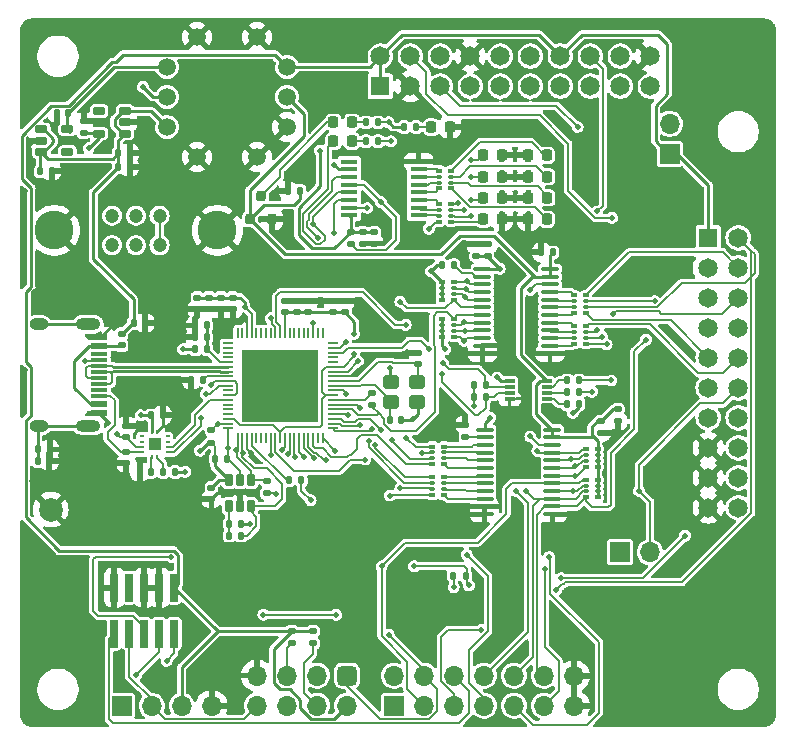
<source format=gbr>
%TF.GenerationSoftware,KiCad,Pcbnew,7.0.7*%
%TF.CreationDate,2024-02-05T14:51:39-08:00*%
%TF.ProjectId,Serberus,53657262-6572-4757-932e-6b696361645f,V2.1*%
%TF.SameCoordinates,Original*%
%TF.FileFunction,Copper,L1,Top*%
%TF.FilePolarity,Positive*%
%FSLAX46Y46*%
G04 Gerber Fmt 4.6, Leading zero omitted, Abs format (unit mm)*
G04 Created by KiCad (PCBNEW 7.0.7) date 2024-02-05 14:51:39*
%MOMM*%
%LPD*%
G01*
G04 APERTURE LIST*
G04 Aperture macros list*
%AMRoundRect*
0 Rectangle with rounded corners*
0 $1 Rounding radius*
0 $2 $3 $4 $5 $6 $7 $8 $9 X,Y pos of 4 corners*
0 Add a 4 corners polygon primitive as box body*
4,1,4,$2,$3,$4,$5,$6,$7,$8,$9,$2,$3,0*
0 Add four circle primitives for the rounded corners*
1,1,$1+$1,$2,$3*
1,1,$1+$1,$4,$5*
1,1,$1+$1,$6,$7*
1,1,$1+$1,$8,$9*
0 Add four rect primitives between the rounded corners*
20,1,$1+$1,$2,$3,$4,$5,0*
20,1,$1+$1,$4,$5,$6,$7,0*
20,1,$1+$1,$6,$7,$8,$9,0*
20,1,$1+$1,$8,$9,$2,$3,0*%
G04 Aperture macros list end*
%TA.AperFunction,SMDPad,CuDef*%
%ADD10RoundRect,0.135000X-0.185000X0.135000X-0.185000X-0.135000X0.185000X-0.135000X0.185000X0.135000X0*%
%TD*%
%TA.AperFunction,SMDPad,CuDef*%
%ADD11RoundRect,0.135000X-0.135000X-0.185000X0.135000X-0.185000X0.135000X0.185000X-0.135000X0.185000X0*%
%TD*%
%TA.AperFunction,SMDPad,CuDef*%
%ADD12RoundRect,0.140000X0.140000X0.170000X-0.140000X0.170000X-0.140000X-0.170000X0.140000X-0.170000X0*%
%TD*%
%TA.AperFunction,SMDPad,CuDef*%
%ADD13RoundRect,0.140000X0.170000X-0.140000X0.170000X0.140000X-0.170000X0.140000X-0.170000X-0.140000X0*%
%TD*%
%TA.AperFunction,SMDPad,CuDef*%
%ADD14RoundRect,0.140000X-0.140000X-0.170000X0.140000X-0.170000X0.140000X0.170000X-0.140000X0.170000X0*%
%TD*%
%TA.AperFunction,SMDPad,CuDef*%
%ADD15RoundRect,0.100000X-0.150000X-0.100000X0.150000X-0.100000X0.150000X0.100000X-0.150000X0.100000X0*%
%TD*%
%TA.AperFunction,SMDPad,CuDef*%
%ADD16RoundRect,0.075000X-0.175000X-0.075000X0.175000X-0.075000X0.175000X0.075000X-0.175000X0.075000X0*%
%TD*%
%TA.AperFunction,ComponentPad*%
%ADD17C,2.000000*%
%TD*%
%TA.AperFunction,SMDPad,CuDef*%
%ADD18RoundRect,0.140000X-0.170000X0.140000X-0.170000X-0.140000X0.170000X-0.140000X0.170000X0.140000X0*%
%TD*%
%TA.AperFunction,SMDPad,CuDef*%
%ADD19R,0.850000X0.300000*%
%TD*%
%TA.AperFunction,SMDPad,CuDef*%
%ADD20RoundRect,0.162500X0.162500X-0.367500X0.162500X0.367500X-0.162500X0.367500X-0.162500X-0.367500X0*%
%TD*%
%TA.AperFunction,SMDPad,CuDef*%
%ADD21RoundRect,0.135000X0.135000X0.185000X-0.135000X0.185000X-0.135000X-0.185000X0.135000X-0.185000X0*%
%TD*%
%TA.AperFunction,SMDPad,CuDef*%
%ADD22RoundRect,0.218750X-0.218750X-0.256250X0.218750X-0.256250X0.218750X0.256250X-0.218750X0.256250X0*%
%TD*%
%TA.AperFunction,SMDPad,CuDef*%
%ADD23RoundRect,0.100000X0.150000X0.100000X-0.150000X0.100000X-0.150000X-0.100000X0.150000X-0.100000X0*%
%TD*%
%TA.AperFunction,SMDPad,CuDef*%
%ADD24RoundRect,0.075000X0.175000X0.075000X-0.175000X0.075000X-0.175000X-0.075000X0.175000X-0.075000X0*%
%TD*%
%TA.AperFunction,SMDPad,CuDef*%
%ADD25RoundRect,0.300000X-0.400000X-0.300000X0.400000X-0.300000X0.400000X0.300000X-0.400000X0.300000X0*%
%TD*%
%TA.AperFunction,SMDPad,CuDef*%
%ADD26RoundRect,0.200000X0.200000X-0.250000X0.200000X0.250000X-0.200000X0.250000X-0.200000X-0.250000X0*%
%TD*%
%TA.AperFunction,ComponentPad*%
%ADD27R,1.700000X1.700000*%
%TD*%
%TA.AperFunction,ComponentPad*%
%ADD28O,1.700000X1.700000*%
%TD*%
%TA.AperFunction,SMDPad,CuDef*%
%ADD29RoundRect,0.135000X0.185000X-0.135000X0.185000X0.135000X-0.185000X0.135000X-0.185000X-0.135000X0*%
%TD*%
%TA.AperFunction,SMDPad,CuDef*%
%ADD30RoundRect,0.147500X-0.147500X-0.172500X0.147500X-0.172500X0.147500X0.172500X-0.147500X0.172500X0*%
%TD*%
%TA.AperFunction,SMDPad,CuDef*%
%ADD31RoundRect,0.218750X0.218750X0.256250X-0.218750X0.256250X-0.218750X-0.256250X0.218750X-0.256250X0*%
%TD*%
%TA.AperFunction,ComponentPad*%
%ADD32RoundRect,0.425000X-0.425000X0.425000X-0.425000X-0.425000X0.425000X-0.425000X0.425000X0.425000X0*%
%TD*%
%TA.AperFunction,ComponentPad*%
%ADD33R,1.650000X1.650000*%
%TD*%
%TA.AperFunction,ComponentPad*%
%ADD34C,1.650000*%
%TD*%
%TA.AperFunction,SMDPad,CuDef*%
%ADD35RoundRect,0.100000X-0.637500X-0.100000X0.637500X-0.100000X0.637500X0.100000X-0.637500X0.100000X0*%
%TD*%
%TA.AperFunction,SMDPad,CuDef*%
%ADD36R,1.475000X0.450000*%
%TD*%
%TA.AperFunction,SMDPad,CuDef*%
%ADD37RoundRect,0.162500X0.367500X0.162500X-0.367500X0.162500X-0.367500X-0.162500X0.367500X-0.162500X0*%
%TD*%
%TA.AperFunction,SMDPad,CuDef*%
%ADD38R,1.450000X0.600000*%
%TD*%
%TA.AperFunction,SMDPad,CuDef*%
%ADD39R,1.450000X0.300000*%
%TD*%
%TA.AperFunction,ComponentPad*%
%ADD40O,2.100000X1.000000*%
%TD*%
%TA.AperFunction,ComponentPad*%
%ADD41O,1.600000X1.000000*%
%TD*%
%TA.AperFunction,SMDPad,CuDef*%
%ADD42RoundRect,0.147500X-0.172500X0.147500X-0.172500X-0.147500X0.172500X-0.147500X0.172500X0.147500X0*%
%TD*%
%TA.AperFunction,ComponentPad*%
%ADD43C,1.200000*%
%TD*%
%TA.AperFunction,ComponentPad*%
%ADD44C,3.285000*%
%TD*%
%TA.AperFunction,ComponentPad*%
%ADD45C,1.500000*%
%TD*%
%TA.AperFunction,SMDPad,CuDef*%
%ADD46R,0.200000X0.850000*%
%TD*%
%TA.AperFunction,SMDPad,CuDef*%
%ADD47R,0.850000X0.200000*%
%TD*%
%TA.AperFunction,SMDPad,CuDef*%
%ADD48R,6.560000X6.060000*%
%TD*%
%TA.AperFunction,SMDPad,CuDef*%
%ADD49R,0.400000X0.250000*%
%TD*%
%TA.AperFunction,SMDPad,CuDef*%
%ADD50R,0.250000X0.400000*%
%TD*%
%TA.AperFunction,SMDPad,CuDef*%
%ADD51R,1.100000X1.100000*%
%TD*%
%TA.AperFunction,SMDPad,CuDef*%
%ADD52RoundRect,0.162500X-0.367500X-0.162500X0.367500X-0.162500X0.367500X0.162500X-0.367500X0.162500X0*%
%TD*%
%TA.AperFunction,SMDPad,CuDef*%
%ADD53RoundRect,0.185000X-0.185000X1.015000X-0.185000X-1.015000X0.185000X-1.015000X0.185000X1.015000X0*%
%TD*%
%TA.AperFunction,ViaPad*%
%ADD54C,0.500000*%
%TD*%
%TA.AperFunction,Conductor*%
%ADD55C,0.250000*%
%TD*%
%TA.AperFunction,Conductor*%
%ADD56C,0.200000*%
%TD*%
%TA.AperFunction,Conductor*%
%ADD57C,0.205232*%
%TD*%
%TA.AperFunction,Conductor*%
%ADD58C,0.233300*%
%TD*%
G04 APERTURE END LIST*
D10*
%TO.P,R17,1*%
%TO.N,VREF*%
X170600000Y-103090000D03*
%TO.P,R17,2*%
%TO.N,GND*%
X170600000Y-104110000D03*
%TD*%
D11*
%TO.P,R12,1*%
%TO.N,+3V3*%
X136490000Y-107300000D03*
%TO.P,R12,2*%
%TO.N,/EECS*%
X137510000Y-107300000D03*
%TD*%
D12*
%TO.P,C5,1*%
%TO.N,Net-(U3-VCC_USB)*%
X135795000Y-97000000D03*
%TO.P,C5,2*%
%TO.N,GND*%
X134835000Y-97000000D03*
%TD*%
D13*
%TO.P,C20,1*%
%TO.N,+3V3*%
X158600000Y-90080000D03*
%TO.P,C20,2*%
%TO.N,GND*%
X158600000Y-89120000D03*
%TD*%
D14*
%TO.P,C3,1*%
%TO.N,+5V*%
X128320000Y-82600000D03*
%TO.P,C3,2*%
%TO.N,GND*%
X129280000Y-82600000D03*
%TD*%
D15*
%TO.P,RN6,1,R1.1*%
%TO.N,/BD2*%
X154900000Y-108850000D03*
D16*
%TO.P,RN6,2,R2.1*%
%TO.N,/BD6*%
X154900000Y-109350000D03*
%TO.P,RN6,3,R3.1*%
%TO.N,/CD1*%
X154900000Y-109850000D03*
D15*
%TO.P,RN6,4,R4.1*%
%TO.N,/DD1*%
X154900000Y-110350000D03*
%TO.P,RN6,5,R4.2*%
%TO.N,Net-(RN6-R4.2)*%
X155900000Y-110350000D03*
D16*
%TO.P,RN6,6,R3.2*%
%TO.N,Net-(RN6-R3.2)*%
X155900000Y-109850000D03*
%TO.P,RN6,7,R2.2*%
%TO.N,Net-(RN6-R2.2)*%
X155900000Y-109350000D03*
D15*
%TO.P,RN6,8,R1.2*%
%TO.N,Net-(RN6-R1.2)*%
X155900000Y-108850000D03*
%TD*%
D17*
%TO.P,TP1,1,1*%
%TO.N,GND*%
X122600000Y-111600000D03*
%TD*%
D18*
%TO.P,C16,1*%
%TO.N,+3V3*%
X137000000Y-93640000D03*
%TO.P,C16,2*%
%TO.N,GND*%
X137000000Y-94600000D03*
%TD*%
D19*
%TO.P,U7,1,VCCA*%
%TO.N,+3V3*%
X161450000Y-100700000D03*
%TO.P,U7,2,A1*%
%TO.N,/CD0*%
X161450000Y-101200000D03*
%TO.P,U7,3,A2*%
%TO.N,/DD0*%
X161450000Y-101700000D03*
%TO.P,U7,4,GND*%
%TO.N,GND*%
X161450000Y-102200000D03*
%TO.P,U7,5,DIR*%
%TO.N,Net-(U7-DIR)*%
X164600000Y-102200000D03*
%TO.P,U7,6,B2*%
%TO.N,Net-(U7-B2)*%
X164600000Y-101700000D03*
%TO.P,U7,7,B1*%
%TO.N,Net-(U7-B1)*%
X164600000Y-101200000D03*
%TO.P,U7,8,VCCB*%
%TO.N,VREF*%
X164600000Y-100700000D03*
%TD*%
D20*
%TO.P,U4,1,DO*%
%TO.N,Net-(U4-DO)*%
X137650000Y-111300000D03*
%TO.P,U4,2,GND*%
%TO.N,GND*%
X138600000Y-111300000D03*
%TO.P,U4,3,DI*%
%TO.N,/EEDATA*%
X139550000Y-111300000D03*
%TO.P,U4,4,CLK*%
%TO.N,/EECLK*%
X139550000Y-109100000D03*
%TO.P,U4,5,CS*%
%TO.N,/EECS*%
X138600000Y-109100000D03*
%TO.P,U4,6,VCC*%
%TO.N,+3V3*%
X137650000Y-109100000D03*
%TD*%
D21*
%TO.P,R26,1*%
%TO.N,/UARTD_TX*%
X167335000Y-101650000D03*
%TO.P,R26,2*%
%TO.N,Net-(U7-B2)*%
X166315000Y-101650000D03*
%TD*%
D22*
%TO.P,D12,1,K*%
%TO.N,GND*%
X163037500Y-83400000D03*
%TO.P,D12,2,A*%
%TO.N,Net-(D12-A)*%
X164612500Y-83400000D03*
%TD*%
%TO.P,D13,1,K*%
%TO.N,GND*%
X163025000Y-81600000D03*
%TO.P,D13,2,A*%
%TO.N,Net-(D13-A)*%
X164600000Y-81600000D03*
%TD*%
D14*
%TO.P,C28,1*%
%TO.N,GND*%
X130120000Y-108400000D03*
%TO.P,C28,2*%
%TO.N,Net-(U8-CB)*%
X131080000Y-108400000D03*
%TD*%
D10*
%TO.P,R21,1*%
%TO.N,VTARGET*%
X144800000Y-121890000D03*
%TO.P,R21,2*%
%TO.N,Net-(J5-Pin_4)*%
X144800000Y-122910000D03*
%TD*%
D22*
%TO.P,D10,1,K*%
%TO.N,GND*%
X163025000Y-87000000D03*
%TO.P,D10,2,A*%
%TO.N,Net-(D10-A)*%
X164600000Y-87000000D03*
%TD*%
D23*
%TO.P,RN10,1,R1.1*%
%TO.N,Net-(D10-A)*%
X156500000Y-84400000D03*
D24*
%TO.P,RN10,2,R2.1*%
%TO.N,Net-(D11-A)*%
X156500000Y-83900000D03*
%TO.P,RN10,3,R3.1*%
%TO.N,Net-(D12-A)*%
X156500000Y-83400000D03*
D23*
%TO.P,RN10,4,R4.1*%
%TO.N,Net-(D13-A)*%
X156500000Y-82900000D03*
%TO.P,RN10,5,R4.2*%
%TO.N,Net-(RN10-R4.2)*%
X155500000Y-82900000D03*
D24*
%TO.P,RN10,6,R3.2*%
%TO.N,Net-(RN10-R3.2)*%
X155500000Y-83400000D03*
%TO.P,RN10,7,R2.2*%
%TO.N,Net-(RN10-R2.2)*%
X155500000Y-83900000D03*
D23*
%TO.P,RN10,8,R1.2*%
%TO.N,Net-(RN10-R1.2)*%
X155500000Y-84400000D03*
%TD*%
D15*
%TO.P,RN4,1,R1.1*%
%TO.N,Net-(RN4-R1.1)*%
X166900000Y-96050000D03*
D16*
%TO.P,RN4,2,R2.1*%
%TO.N,Net-(RN4-R2.1)*%
X166900000Y-96550000D03*
%TO.P,RN4,3,R3.1*%
%TO.N,Net-(RN4-R3.1)*%
X166900000Y-97050000D03*
D15*
%TO.P,RN4,4,R4.1*%
%TO.N,Net-(RN4-R4.1)*%
X166900000Y-97550000D03*
%TO.P,RN4,5,R4.2*%
%TO.N,/UARTA_TX*%
X167900000Y-97550000D03*
D16*
%TO.P,RN4,6,R3.2*%
%TO.N,/~{UARTA_RTS}*%
X167900000Y-97050000D03*
%TO.P,RN4,7,R2.2*%
%TO.N,/~{UARTA_DTR}*%
X167900000Y-96550000D03*
D15*
%TO.P,RN4,8,R1.2*%
%TO.N,/xPB5*%
X167900000Y-96050000D03*
%TD*%
D21*
%TO.P,R5,1*%
%TO.N,+3V3*%
X150310000Y-78800000D03*
%TO.P,R5,2*%
%TO.N,Net-(D2-A)*%
X149290000Y-78800000D03*
%TD*%
D13*
%TO.P,C24,1*%
%TO.N,Net-(U3-OSCO)*%
X153700000Y-99280000D03*
%TO.P,C24,2*%
%TO.N,GND*%
X153700000Y-98320000D03*
%TD*%
D25*
%TO.P,Y1,1,1*%
%TO.N,Net-(U3-OSCI)*%
X151400000Y-102450000D03*
%TO.P,Y1,2,2*%
%TO.N,GND*%
X153600000Y-102450000D03*
%TO.P,Y1,3,3*%
%TO.N,Net-(U3-OSCO)*%
X153600000Y-100750000D03*
%TO.P,Y1,4,4*%
%TO.N,GND*%
X151400000Y-100750000D03*
%TD*%
D21*
%TO.P,R3,1*%
%TO.N,GND*%
X122510000Y-106500000D03*
%TO.P,R3,2*%
%TO.N,Net-(J1-SHIELD)*%
X121490000Y-106500000D03*
%TD*%
D12*
%TO.P,C6,1*%
%TO.N,Net-(U3-VCC_USB)*%
X135795000Y-96000000D03*
%TO.P,C6,2*%
%TO.N,GND*%
X134835000Y-96000000D03*
%TD*%
D13*
%TO.P,C11,1*%
%TO.N,Net-(U3-VCORE_1)*%
X142400000Y-94880000D03*
%TO.P,C11,2*%
%TO.N,GND*%
X142400000Y-93920000D03*
%TD*%
D26*
%TO.P,Q1,1,G*%
%TO.N,VREF*%
X139450000Y-87000000D03*
%TO.P,Q1,2,S*%
%TO.N,GND*%
X141350000Y-87000000D03*
%TO.P,Q1,3,D*%
%TO.N,Net-(D2-K)*%
X140400000Y-85000000D03*
%TD*%
D27*
%TO.P,J7,1,Pin_1*%
%TO.N,/CLK*%
X128600000Y-128200000D03*
D28*
%TO.P,J7,2,Pin_2*%
%TO.N,/COPI*%
X131140000Y-128200000D03*
%TO.P,J7,3,Pin_3*%
%TO.N,VTARGET*%
X133680000Y-128200000D03*
%TO.P,J7,4,Pin_4*%
%TO.N,GND*%
X136220000Y-128200000D03*
%TD*%
D13*
%TO.P,C10,1*%
%TO.N,Net-(U3-VCORE_1)*%
X146500000Y-94880000D03*
%TO.P,C10,2*%
%TO.N,GND*%
X146500000Y-93920000D03*
%TD*%
D21*
%TO.P,R24,1*%
%TO.N,/DD0*%
X159410000Y-102050000D03*
%TO.P,R24,2*%
%TO.N,+3V3*%
X158390000Y-102050000D03*
%TD*%
D11*
%TO.P,R4,1*%
%TO.N,+3V3*%
X152490000Y-79200000D03*
%TO.P,R4,2*%
%TO.N,Net-(D1-A)*%
X153510000Y-79200000D03*
%TD*%
%TO.P,R10,1*%
%TO.N,Net-(D5-A)*%
X149290000Y-80400000D03*
%TO.P,R10,2*%
%TO.N,+3V3*%
X150310000Y-80400000D03*
%TD*%
D29*
%TO.P,R2,1*%
%TO.N,+3V3*%
X136200000Y-105910000D03*
%TO.P,R2,2*%
%TO.N,/~{ENABLE}*%
X136200000Y-104890000D03*
%TD*%
D13*
%TO.P,C4,1*%
%TO.N,+3V3*%
X125400000Y-79680000D03*
%TO.P,C4,2*%
%TO.N,GND*%
X125400000Y-78720000D03*
%TD*%
D12*
%TO.P,C25,1*%
%TO.N,GND*%
X122480000Y-107500000D03*
%TO.P,C25,2*%
%TO.N,Net-(J1-SHIELD)*%
X121520000Y-107500000D03*
%TD*%
%TO.P,C2,1*%
%TO.N,+1V8*%
X124080000Y-78000000D03*
%TO.P,C2,2*%
%TO.N,GND*%
X123120000Y-78000000D03*
%TD*%
D30*
%TO.P,FB1,1*%
%TO.N,+3V3*%
X134830000Y-98000000D03*
%TO.P,FB1,2*%
%TO.N,Net-(U3-VCC_USB)*%
X135800000Y-98000000D03*
%TD*%
D31*
%TO.P,D8,1,K*%
%TO.N,GND*%
X160787500Y-83400000D03*
%TO.P,D8,2,A*%
%TO.N,Net-(D8-A)*%
X159212500Y-83400000D03*
%TD*%
D15*
%TO.P,RN3,1,R1.1*%
%TO.N,Net-(RN3-R1.1)*%
X166900000Y-93450000D03*
D16*
%TO.P,RN3,2,R2.1*%
%TO.N,Net-(RN3-R2.1)*%
X166900000Y-93950000D03*
%TO.P,RN3,3,R3.1*%
%TO.N,Net-(RN3-R3.1)*%
X166900000Y-94450000D03*
D15*
%TO.P,RN3,4,R4.1*%
%TO.N,Net-(RN3-R4.1)*%
X166900000Y-94950000D03*
%TO.P,RN3,5,R4.2*%
%TO.N,/xPB4*%
X167900000Y-94950000D03*
D16*
%TO.P,RN3,6,R3.2*%
%TO.N,/CS*%
X167900000Y-94450000D03*
%TO.P,RN3,7,R2.2*%
%TO.N,/COPI*%
X167900000Y-93950000D03*
D15*
%TO.P,RN3,8,R1.2*%
%TO.N,/CLK*%
X167900000Y-93450000D03*
%TD*%
D21*
%TO.P,R16,1*%
%TO.N,/SWDIO*%
X157710000Y-117200000D03*
%TO.P,R16,2*%
%TO.N,/COPI*%
X156690000Y-117200000D03*
%TD*%
D32*
%TO.P,J5,1,Pin_1*%
%TO.N,/CS*%
X147685500Y-125639500D03*
D28*
%TO.P,J5,2,Pin_2*%
%TO.N,VTARGET*%
X147685500Y-128179500D03*
%TO.P,J5,3,Pin_3*%
%TO.N,/CIPO*%
X145145500Y-125639500D03*
%TO.P,J5,4,Pin_4*%
%TO.N,Net-(J5-Pin_4)*%
X145145500Y-128179500D03*
%TO.P,J5,5,Pin_5*%
%TO.N,Net-(J5-Pin_5)*%
X142605500Y-125639500D03*
%TO.P,J5,6,Pin_6*%
%TO.N,/CLK*%
X142605500Y-128179500D03*
%TO.P,J5,7,Pin_7*%
%TO.N,GND*%
X140065500Y-125639500D03*
%TO.P,J5,8,Pin_8*%
%TO.N,/COPI*%
X140065500Y-128179500D03*
%TD*%
D29*
%TO.P,R14,1*%
%TO.N,+3V3*%
X140900000Y-110210000D03*
%TO.P,R14,2*%
%TO.N,/EECLK*%
X140900000Y-109190000D03*
%TD*%
D33*
%TO.P,J3,1,Pin_1*%
%TO.N,VTARGET*%
X178260000Y-88580000D03*
D34*
%TO.P,J3,2,Pin_2*%
%TO.N,/CS*%
X180800000Y-88580000D03*
%TO.P,J3,3,Pin_3*%
%TO.N,GND*%
X178260000Y-91120000D03*
%TO.P,J3,4,Pin_4*%
%TO.N,/CLK*%
X180800000Y-91120000D03*
%TO.P,J3,5,Pin_5*%
%TO.N,GND*%
X178260000Y-93660000D03*
%TO.P,J3,6,Pin_6*%
%TO.N,/CIPO*%
X180800000Y-93660000D03*
%TO.P,J3,7,Pin_7*%
%TO.N,unconnected-(J3-Pin_7-Pad7)*%
X178260000Y-96200000D03*
%TO.P,J3,8,Pin_8*%
%TO.N,/COPI*%
X180800000Y-96200000D03*
%TO.P,J3,9,Pin_9*%
%TO.N,/xPB4*%
X178260000Y-98740000D03*
%TO.P,J3,10,Pin_10*%
%TO.N,/xPB5*%
X180800000Y-98740000D03*
%TO.P,J3,11,Pin_11*%
%TO.N,unconnected-(J3-Pin_11-Pad11)*%
X178260000Y-101280000D03*
%TO.P,J3,12,Pin_12*%
%TO.N,/ICE_CDONE*%
X180800000Y-101280000D03*
%TO.P,J3,13,Pin_13*%
%TO.N,unconnected-(J3-Pin_13-Pad13)*%
X178260000Y-103820000D03*
%TO.P,J3,14,Pin_14*%
%TO.N,unconnected-(J3-Pin_14-Pad14)*%
X180800000Y-103820000D03*
%TO.P,J3,15,Pin_15*%
%TO.N,GND*%
X178260000Y-106360000D03*
%TO.P,J3,16,Pin_16*%
%TO.N,unconnected-(J3-Pin_16-Pad16)*%
X180800000Y-106360000D03*
%TO.P,J3,17,Pin_17*%
%TO.N,GND*%
X178260000Y-108900000D03*
%TO.P,J3,18,Pin_18*%
%TO.N,unconnected-(J3-Pin_18-Pad18)*%
X180800000Y-108900000D03*
%TO.P,J3,19,Pin_19*%
%TO.N,GND*%
X178260000Y-111440000D03*
%TO.P,J3,20,Pin_20*%
%TO.N,unconnected-(J3-Pin_20-Pad20)*%
X180800000Y-111440000D03*
%TD*%
D18*
%TO.P,C17,1*%
%TO.N,+3V3*%
X138000000Y-93640000D03*
%TO.P,C17,2*%
%TO.N,GND*%
X138000000Y-94600000D03*
%TD*%
D29*
%TO.P,R22,1*%
%TO.N,/BD5*%
X149800000Y-102710000D03*
%TO.P,R22,2*%
%TO.N,/BD7*%
X149800000Y-101690000D03*
%TD*%
D35*
%TO.P,U6,1,VCCA*%
%TO.N,+3V3*%
X159337500Y-104825000D03*
%TO.P,U6,2,DIR*%
%TO.N,Net-(U6-DIR)*%
X159337500Y-105475000D03*
%TO.P,U6,3,A1*%
%TO.N,Net-(RN5-R1.2)*%
X159337500Y-106125000D03*
%TO.P,U6,4,A2*%
%TO.N,Net-(RN5-R2.2)*%
X159337500Y-106775000D03*
%TO.P,U6,5,A3*%
%TO.N,Net-(RN5-R3.2)*%
X159337500Y-107425000D03*
%TO.P,U6,6,A4*%
%TO.N,Net-(RN5-R4.2)*%
X159337500Y-108075000D03*
%TO.P,U6,7,A5*%
%TO.N,Net-(RN6-R1.2)*%
X159337500Y-108725000D03*
%TO.P,U6,8,A6*%
%TO.N,Net-(RN6-R2.2)*%
X159337500Y-109375000D03*
%TO.P,U6,9,A7*%
%TO.N,Net-(RN6-R3.2)*%
X159337500Y-110025000D03*
%TO.P,U6,10,A8*%
%TO.N,Net-(RN6-R4.2)*%
X159337500Y-110675000D03*
%TO.P,U6,11,GND*%
%TO.N,GND*%
X159337500Y-111325000D03*
%TO.P,U6,12,GND*%
X159337500Y-111975000D03*
%TO.P,U6,13,GND*%
X165062500Y-111975000D03*
%TO.P,U6,14,B8*%
%TO.N,/UARTD_RX*%
X165062500Y-111325000D03*
%TO.P,U6,15,B7*%
%TO.N,/UARTC_RX*%
X165062500Y-110675000D03*
%TO.P,U6,16,B6*%
%TO.N,/ICE_CDONE*%
X165062500Y-110025000D03*
%TO.P,U6,17,B5*%
%TO.N,/DI*%
X165062500Y-109375000D03*
%TO.P,U6,18,B4*%
%TO.N,/~{UARTA_DCD}*%
X165062500Y-108725000D03*
%TO.P,U6,19,B3*%
%TO.N,/~{UARTA_DSR}*%
X165062500Y-108075000D03*
%TO.P,U6,20,B2*%
%TO.N,/~{UARTA_CTS}*%
X165062500Y-107425000D03*
%TO.P,U6,21,B1*%
%TO.N,/UARTA_RX*%
X165062500Y-106775000D03*
%TO.P,U6,22,OE*%
%TO.N,/~{ENABLE}*%
X165062500Y-106125000D03*
%TO.P,U6,23,VCCB*%
%TO.N,VREF*%
X165062500Y-105475000D03*
%TO.P,U6,24,VCCB*%
X165062500Y-104825000D03*
%TD*%
D15*
%TO.P,RN2,1,R1.1*%
%TO.N,+3V3*%
X155700000Y-95450000D03*
D16*
%TO.P,RN2,2,R2.1*%
X155700000Y-95950000D03*
%TO.P,RN2,3,R3.1*%
X155700000Y-96450000D03*
D15*
%TO.P,RN2,4,R4.1*%
X155700000Y-96950000D03*
%TO.P,RN2,5,R4.2*%
%TO.N,/AD0*%
X156700000Y-96950000D03*
D16*
%TO.P,RN2,6,R3.2*%
%TO.N,/AD2*%
X156700000Y-96450000D03*
%TO.P,RN2,7,R2.2*%
%TO.N,/AD4*%
X156700000Y-95950000D03*
D15*
%TO.P,RN2,8,R1.2*%
%TO.N,/BD5*%
X156700000Y-95450000D03*
%TD*%
D27*
%TO.P,J8,1,Pin_1*%
%TO.N,/UARTA_RX*%
X170800000Y-115200000D03*
D28*
%TO.P,J8,2,Pin_2*%
%TO.N,/ICE_CDONE*%
X173340000Y-115200000D03*
%TD*%
D18*
%TO.P,C8,1*%
%TO.N,+5V*%
X150000000Y-88120000D03*
%TO.P,C8,2*%
%TO.N,GND*%
X150000000Y-89080000D03*
%TD*%
D15*
%TO.P,RN7,1,R1.1*%
%TO.N,/UARTA_RX*%
X167900000Y-106450000D03*
D16*
%TO.P,RN7,2,R2.1*%
%TO.N,/~{UARTA_CTS}*%
X167900000Y-106950000D03*
%TO.P,RN7,3,R3.1*%
%TO.N,/~{UARTA_DSR}*%
X167900000Y-107450000D03*
D15*
%TO.P,RN7,4,R4.1*%
%TO.N,/~{UARTA_DCD}*%
X167900000Y-107950000D03*
%TO.P,RN7,5,R4.2*%
%TO.N,VREF*%
X168900000Y-107950000D03*
D16*
%TO.P,RN7,6,R3.2*%
X168900000Y-107450000D03*
%TO.P,RN7,7,R2.2*%
X168900000Y-106950000D03*
D15*
%TO.P,RN7,8,R1.2*%
X168900000Y-106450000D03*
%TD*%
D11*
%TO.P,R1,1*%
%TO.N,Net-(U8-FAULTB)*%
X132090000Y-108400000D03*
%TO.P,R1,2*%
%TO.N,+3V3*%
X133110000Y-108400000D03*
%TD*%
D31*
%TO.P,D1,1,K*%
%TO.N,GND*%
X156387500Y-79200000D03*
%TO.P,D1,2,A*%
%TO.N,Net-(D1-A)*%
X154812500Y-79200000D03*
%TD*%
%TO.P,D9,1,K*%
%TO.N,GND*%
X160775000Y-81600000D03*
%TO.P,D9,2,A*%
%TO.N,Net-(D9-A)*%
X159200000Y-81600000D03*
%TD*%
D21*
%TO.P,R23,1*%
%TO.N,/CD0*%
X159410000Y-101050000D03*
%TO.P,R23,2*%
%TO.N,+3V3*%
X158390000Y-101050000D03*
%TD*%
D12*
%TO.P,C22,1*%
%TO.N,VREF*%
X165080000Y-89800000D03*
%TO.P,C22,2*%
%TO.N,GND*%
X164120000Y-89800000D03*
%TD*%
D21*
%TO.P,R13,1*%
%TO.N,+3V3*%
X138710000Y-112800000D03*
%TO.P,R13,2*%
%TO.N,Net-(U4-DO)*%
X137690000Y-112800000D03*
%TD*%
%TO.P,R25,1*%
%TO.N,/UARTC_TX*%
X167335000Y-100650000D03*
%TO.P,R25,2*%
%TO.N,Net-(U7-B1)*%
X166315000Y-100650000D03*
%TD*%
D29*
%TO.P,R20,1*%
%TO.N,Net-(J5-Pin_5)*%
X143000000Y-122910000D03*
%TO.P,R20,2*%
%TO.N,VTARGET*%
X143000000Y-121890000D03*
%TD*%
D36*
%TO.P,U9,1,Q1*%
%TO.N,Net-(RN9-R2.2)*%
X153738000Y-86675000D03*
%TO.P,U9,2,Q2*%
%TO.N,Net-(RN9-R3.2)*%
X153738000Y-86025000D03*
%TO.P,U9,3,Q3*%
%TO.N,Net-(RN9-R4.2)*%
X153738000Y-85375000D03*
%TO.P,U9,4,Q4*%
%TO.N,Net-(RN10-R1.2)*%
X153738000Y-84725000D03*
%TO.P,U9,5,Q5*%
%TO.N,Net-(RN10-R2.2)*%
X153738000Y-84075000D03*
%TO.P,U9,6,Q6*%
%TO.N,Net-(RN10-R3.2)*%
X153738000Y-83425000D03*
%TO.P,U9,7,Q7*%
%TO.N,Net-(RN10-R4.2)*%
X153738000Y-82775000D03*
%TO.P,U9,8,GND*%
%TO.N,GND*%
X153738000Y-82125000D03*
%TO.P,U9,9,Q7S*%
%TO.N,unconnected-(U9-Q7S-Pad9)*%
X147862000Y-82125000D03*
%TO.P,U9,10,~{MR}*%
%TO.N,+5V*%
X147862000Y-82775000D03*
%TO.P,U9,11,SHCP*%
%TO.N,/EECLK*%
X147862000Y-83425000D03*
%TO.P,U9,12,STCP*%
%TO.N,/EECS*%
X147862000Y-84075000D03*
%TO.P,U9,13,~{OE}*%
%TO.N,/~{ENABLE}*%
X147862000Y-84725000D03*
%TO.P,U9,14,DS*%
%TO.N,/EEDATA*%
X147862000Y-85375000D03*
%TO.P,U9,15,Q0*%
%TO.N,Net-(RN9-R1.2)*%
X147862000Y-86025000D03*
%TO.P,U9,16,VCC*%
%TO.N,+5V*%
X147862000Y-86675000D03*
%TD*%
D27*
%TO.P,J4,1,Pin_1*%
%TO.N,/CLK*%
X151660000Y-128200000D03*
D28*
%TO.P,J4,2,Pin_2*%
%TO.N,/COPI*%
X151660000Y-125660000D03*
%TO.P,J4,3,Pin_3*%
%TO.N,/DI*%
X154200000Y-128200000D03*
%TO.P,J4,4,Pin_4*%
%TO.N,/CS*%
X154200000Y-125660000D03*
%TO.P,J4,5,Pin_5*%
%TO.N,/xPB4*%
X156740000Y-128200000D03*
%TO.P,J4,6,Pin_6*%
%TO.N,/xPB5*%
X156740000Y-125660000D03*
%TO.P,J4,7,Pin_7*%
%TO.N,/UARTA_TX*%
X159280000Y-128200000D03*
%TO.P,J4,8,Pin_8*%
%TO.N,/UARTA_RX*%
X159280000Y-125660000D03*
%TO.P,J4,9,Pin_9*%
%TO.N,/UARTC_TX*%
X161820000Y-128200000D03*
%TO.P,J4,10,Pin_10*%
%TO.N,/UARTC_RX*%
X161820000Y-125660000D03*
%TO.P,J4,11,Pin_11*%
%TO.N,/UARTD_TX*%
X164360000Y-128200000D03*
%TO.P,J4,12,Pin_12*%
%TO.N,/UARTD_RX*%
X164360000Y-125660000D03*
%TO.P,J4,13,Pin_13*%
%TO.N,GND*%
X166900000Y-128200000D03*
%TO.P,J4,14,Pin_14*%
X166900000Y-125660000D03*
%TD*%
D37*
%TO.P,U2,1,VIN*%
%TO.N,+5V*%
X128892500Y-79750000D03*
%TO.P,U2,2,GND*%
%TO.N,GND*%
X128892500Y-78800000D03*
%TO.P,U2,3,EN*%
%TO.N,+5V*%
X128892500Y-77850000D03*
%TO.P,U2,4,NC*%
%TO.N,unconnected-(U2-NC-Pad4)*%
X126692500Y-77850000D03*
%TO.P,U2,5,VOUT*%
%TO.N,+3V3*%
X126692500Y-79750000D03*
%TD*%
D29*
%TO.P,R19,1*%
%TO.N,Net-(U6-DIR)*%
X157700000Y-105410000D03*
%TO.P,R19,2*%
%TO.N,GND*%
X157700000Y-104390000D03*
%TD*%
D38*
%TO.P,J1,A1,GND*%
%TO.N,GND*%
X126685000Y-96950000D03*
%TO.P,J1,A4,VBUS*%
%TO.N,/VBUS*%
X126685000Y-97750000D03*
D39*
%TO.P,J1,A5,CC1*%
%TO.N,Net-(J1-CC1)*%
X126685000Y-98950000D03*
%TO.P,J1,A6,D+*%
%TO.N,/USB_DP*%
X126685000Y-99950000D03*
%TO.P,J1,A7,D-*%
%TO.N,/USB_DN*%
X126685000Y-100450000D03*
%TO.P,J1,A8,SBU1*%
%TO.N,unconnected-(J1-SBU1-PadA8)*%
X126685000Y-101450000D03*
D38*
%TO.P,J1,A9,VBUS*%
%TO.N,/VBUS*%
X126685000Y-102650000D03*
%TO.P,J1,A12,GND*%
%TO.N,GND*%
X126685000Y-103450000D03*
%TO.P,J1,B1,GND*%
X126685000Y-103450000D03*
%TO.P,J1,B4,VBUS*%
%TO.N,/VBUS*%
X126685000Y-102650000D03*
D39*
%TO.P,J1,B5,CC2*%
%TO.N,Net-(J1-CC2)*%
X126685000Y-101950000D03*
%TO.P,J1,B6,D+*%
%TO.N,/USB_DP*%
X126685000Y-100950000D03*
%TO.P,J1,B7,D-*%
%TO.N,/USB_DN*%
X126685000Y-99450000D03*
%TO.P,J1,B8,SBU2*%
%TO.N,unconnected-(J1-SBU2-PadB8)*%
X126685000Y-98450000D03*
D38*
%TO.P,J1,B9,VBUS*%
%TO.N,/VBUS*%
X126685000Y-97750000D03*
%TO.P,J1,B12,GND*%
%TO.N,GND*%
X126685000Y-96950000D03*
D40*
%TO.P,J1,S1,SHIELD*%
%TO.N,Net-(J1-SHIELD)*%
X125770000Y-95880000D03*
D41*
X121590000Y-95880000D03*
D40*
X125770000Y-104520000D03*
D41*
X121590000Y-104520000D03*
%TD*%
D42*
%TO.P,FB3,1*%
%TO.N,+5V*%
X128600000Y-96715000D03*
%TO.P,FB3,2*%
%TO.N,/VBUS*%
X128600000Y-97685000D03*
%TD*%
D13*
%TO.P,C19,1*%
%TO.N,+3V3*%
X159600000Y-90080000D03*
%TO.P,C19,2*%
%TO.N,GND*%
X159600000Y-89120000D03*
%TD*%
D11*
%TO.P,R11,1*%
%TO.N,GND*%
X142690000Y-84600000D03*
%TO.P,R11,2*%
%TO.N,VREF*%
X143710000Y-84600000D03*
%TD*%
D43*
%TO.P,SW2,1,1*%
%TO.N,/CS*%
X127800000Y-89200000D03*
%TO.P,SW2,2,2*%
%TO.N,/CORTEX_PIN2*%
X129800000Y-89200000D03*
%TO.P,SW2,3,3*%
%TO.N,/SWDIO*%
X131800000Y-89200000D03*
%TO.P,SW2,4,4*%
%TO.N,/CIPO*%
X127800000Y-86700000D03*
%TO.P,SW2,5,5*%
%TO.N,/DI*%
X129800000Y-86700000D03*
%TO.P,SW2,6,6*%
%TO.N,/SWDIO*%
X131800000Y-86700000D03*
D44*
%TO.P,SW2,MH1,Shield_2*%
%TO.N,GND*%
X122900000Y-87950000D03*
%TO.P,SW2,MH2,Shield_1*%
X136700000Y-87950000D03*
%TD*%
D13*
%TO.P,C29,1*%
%TO.N,GND*%
X129000000Y-107680000D03*
%TO.P,C29,2*%
%TO.N,Net-(J1-CC2)*%
X129000000Y-106720000D03*
%TD*%
D45*
%TO.P,SW1,1,1_Support*%
%TO.N,GND*%
X142595000Y-79200000D03*
%TO.P,SW1,2,2*%
%TO.N,+5V*%
X132435000Y-79200000D03*
%TO.P,SW1,3,3*%
%TO.N,+3V3*%
X132435000Y-76660000D03*
%TO.P,SW1,4,4*%
%TO.N,+1V8*%
X132435000Y-74120000D03*
%TO.P,SW1,5,5*%
%TO.N,VTARGET*%
X142595000Y-74120000D03*
%TO.P,SW1,6,Common*%
%TO.N,VREF*%
X142595000Y-76660000D03*
%TO.P,SW1,7,7_Support*%
%TO.N,GND*%
X140055000Y-81740000D03*
%TO.P,SW1,8,8_Support*%
X134975000Y-81740000D03*
%TO.P,SW1,9,9_Support*%
X134975000Y-71580000D03*
%TO.P,SW1,10,10_Support*%
X140055000Y-71580000D03*
%TD*%
D31*
%TO.P,D7,1,K*%
%TO.N,GND*%
X160787500Y-85200000D03*
%TO.P,D7,2,A*%
%TO.N,Net-(D7-A)*%
X159212500Y-85200000D03*
%TD*%
D22*
%TO.P,D11,1,K*%
%TO.N,GND*%
X163037500Y-85200000D03*
%TO.P,D11,2,A*%
%TO.N,Net-(D11-A)*%
X164612500Y-85200000D03*
%TD*%
D46*
%TO.P,U3,1,EECLK*%
%TO.N,/EECLK*%
X138407467Y-105550757D03*
%TO.P,U3,2,EEDATA*%
%TO.N,/EEDATA*%
X138807467Y-105550757D03*
%TO.P,U3,3,TEST*%
%TO.N,GND*%
X139207467Y-105550757D03*
%TO.P,U3,4,RESET#*%
%TO.N,Net-(U3-RESET#)*%
X139607467Y-105550757D03*
%TO.P,U3,5,GPIO3*%
%TO.N,unconnected-(U3-GPIO3-Pad5)*%
X140007467Y-105550757D03*
%TO.P,U3,6,GPIO4*%
%TO.N,unconnected-(U3-GPIO4-Pad6)*%
X140407467Y-105550757D03*
%TO.P,U3,7,GPIO5*%
%TO.N,unconnected-(U3-GPIO5-Pad7)*%
X140807467Y-105550757D03*
%TO.P,U3,8,ADBUS0*%
%TO.N,/AD0*%
X141207467Y-105550757D03*
%TO.P,U3,9,ADBUS1*%
%TO.N,/AD1*%
X141607467Y-105550757D03*
%TO.P,U3,10,VCORE_1*%
%TO.N,Net-(U3-VCORE_1)*%
X142007467Y-105550757D03*
%TO.P,U3,11,GND_1*%
%TO.N,GND*%
X142407467Y-105550757D03*
%TO.P,U3,12,VCCIO_1*%
%TO.N,+3V3*%
X142807467Y-105550757D03*
%TO.P,U3,13,ADBUS2*%
%TO.N,/AD2*%
X143207467Y-105550757D03*
%TO.P,U3,14,ADBUS3*%
%TO.N,/AD3*%
X143607467Y-105550757D03*
%TO.P,U3,15,ADBUS4*%
%TO.N,/AD4*%
X144007467Y-105550757D03*
%TO.P,U3,16,ADBUS5*%
%TO.N,/AD5*%
X144407467Y-105550757D03*
%TO.P,U3,17,ADBUS6*%
%TO.N,/AD6*%
X144807467Y-105550757D03*
%TO.P,U3,18,ADBUS7*%
%TO.N,unconnected-(U3-ADBUS7-Pad18)*%
X145207467Y-105550757D03*
%TO.P,U3,19,BDBUS0*%
%TO.N,/BD0*%
X145607467Y-105550757D03*
D47*
%TO.P,U3,20,BDBUS1*%
%TO.N,/BD1*%
X146457467Y-104700757D03*
%TO.P,U3,21,BDBUS2*%
%TO.N,/BD2*%
X146457467Y-104300757D03*
%TO.P,U3,22,BDBUS3*%
%TO.N,/BD3*%
X146457467Y-103900757D03*
%TO.P,U3,23,BDBUS4*%
%TO.N,/BD4*%
X146457467Y-103500757D03*
%TO.P,U3,24,BDBUS5*%
%TO.N,/BD5*%
X146457467Y-103100757D03*
%TO.P,U3,25,BDBUS6*%
%TO.N,/BD6*%
X146457467Y-102700757D03*
%TO.P,U3,26,BDBUS7*%
%TO.N,/BD7*%
X146457467Y-102300757D03*
%TO.P,U3,27,VCORE_2*%
%TO.N,Net-(U3-VCORE_1)*%
X146457467Y-101900757D03*
%TO.P,U3,28,VCCIO_2*%
%TO.N,+3V3*%
X146457467Y-101500757D03*
%TO.P,U3,29,OSCI*%
%TO.N,Net-(U3-OSCI)*%
X146457467Y-101100757D03*
%TO.P,U3,30,OSCO*%
%TO.N,Net-(U3-OSCO)*%
X146457467Y-100700757D03*
%TO.P,U3,31,GND_2*%
%TO.N,GND*%
X146457467Y-100300757D03*
%TO.P,U3,32,VREGIN*%
%TO.N,+3V3*%
X146457467Y-99900757D03*
%TO.P,U3,33,VREGOUT*%
%TO.N,Net-(U3-VCORE_1)*%
X146457467Y-99500757D03*
%TO.P,U3,34,FSOURCE*%
%TO.N,unconnected-(U3-FSOURCE-Pad34)*%
X146457467Y-99100757D03*
%TO.P,U3,35,VPP*%
%TO.N,unconnected-(U3-VPP-Pad35)*%
X146457467Y-98700757D03*
%TO.P,U3,36,CDBUS0*%
%TO.N,/CD0*%
X146457467Y-98300757D03*
%TO.P,U3,37,CDBUS1*%
%TO.N,/CD1*%
X146457467Y-97900757D03*
%TO.P,U3,38,CDBUS2*%
%TO.N,unconnected-(U3-CDBUS2-Pad38)*%
X146457467Y-97500757D03*
D46*
%TO.P,U3,39,CDBUS3*%
%TO.N,unconnected-(U3-CDBUS3-Pad39)*%
X145607467Y-96650757D03*
%TO.P,U3,40,CDBUS4*%
%TO.N,unconnected-(U3-CDBUS4-Pad40)*%
X145207467Y-96650757D03*
%TO.P,U3,41,VCCIO_3*%
%TO.N,+3V3*%
X144807467Y-96650757D03*
%TO.P,U3,42,CDBUS5*%
%TO.N,unconnected-(U3-CDBUS5-Pad42)*%
X144407467Y-96650757D03*
%TO.P,U3,43,CDBUS6*%
%TO.N,unconnected-(U3-CDBUS6-Pad43)*%
X144007467Y-96650757D03*
%TO.P,U3,44,CDBUS7*%
%TO.N,unconnected-(U3-CDBUS7-Pad44)*%
X143607467Y-96650757D03*
%TO.P,U3,45,SUSPEND#*%
%TO.N,unconnected-(U3-SUSPEND#-Pad45)*%
X143207467Y-96650757D03*
%TO.P,U3,46,GPIO6*%
%TO.N,unconnected-(U3-GPIO6-Pad46)*%
X142807467Y-96650757D03*
%TO.P,U3,47,VCORE_3*%
%TO.N,Net-(U3-VCORE_1)*%
X142407467Y-96650757D03*
%TO.P,U3,48,DDBUS0*%
%TO.N,/DD0*%
X142007467Y-96650757D03*
%TO.P,U3,49,DDBUS1*%
%TO.N,/DD1*%
X141607467Y-96650757D03*
%TO.P,U3,50,DDBUS2*%
%TO.N,unconnected-(U3-DDBUS2-Pad50)*%
X141207467Y-96650757D03*
%TO.P,U3,51,DDBUS3*%
%TO.N,unconnected-(U3-DDBUS3-Pad51)*%
X140807467Y-96650757D03*
%TO.P,U3,52,DDBUS4*%
%TO.N,unconnected-(U3-DDBUS4-Pad52)*%
X140407467Y-96650757D03*
%TO.P,U3,53,DDBUS5*%
%TO.N,unconnected-(U3-DDBUS5-Pad53)*%
X140007467Y-96650757D03*
%TO.P,U3,54,VCCIO_4*%
%TO.N,+3V3*%
X139607467Y-96650757D03*
%TO.P,U3,55,GND_3*%
%TO.N,GND*%
X139207467Y-96650757D03*
%TO.P,U3,56,DDBUS6*%
%TO.N,unconnected-(U3-DDBUS6-Pad56)*%
X138807467Y-96650757D03*
%TO.P,U3,57,DDBUS7*%
%TO.N,unconnected-(U3-DDBUS7-Pad57)*%
X138407467Y-96650757D03*
D47*
%TO.P,U3,58,GPIO7*%
%TO.N,unconnected-(U3-GPIO7-Pad58)*%
X137557467Y-97500757D03*
%TO.P,U3,59,GPIO2*%
%TO.N,unconnected-(U3-GPIO2-Pad59)*%
X137557467Y-97900757D03*
%TO.P,U3,60,GPIO1*%
%TO.N,unconnected-(U3-GPIO1-Pad60)*%
X137557467Y-98300757D03*
%TO.P,U3,61,GPIO0*%
%TO.N,unconnected-(U3-GPIO0-Pad61)*%
X137557467Y-98700757D03*
%TO.P,U3,62,VCC_USB*%
%TO.N,Net-(U3-VCC_USB)*%
X137557467Y-99100757D03*
%TO.P,U3,63,DM*%
%TO.N,/USB_DN*%
X137557467Y-99500757D03*
%TO.P,U3,64,DP*%
%TO.N,/USB_DP*%
X137557467Y-99900757D03*
%TO.P,U3,65,REF*%
%TO.N,Net-(U3-REF)*%
X137557467Y-100300757D03*
%TO.P,U3,66,VCC_PD*%
%TO.N,+3V3*%
X137557467Y-100700757D03*
%TO.P,U3,67,PD1_CC2*%
%TO.N,/CC2*%
X137557467Y-101100757D03*
%TO.P,U3,68,PD1_SVBUS*%
%TO.N,unconnected-(U3-PD1_SVBUS-Pad68)*%
X137557467Y-101500757D03*
%TO.P,U3,69,PD1_VCONN*%
%TO.N,+3V3*%
X137557467Y-101900757D03*
%TO.P,U3,70,PD1_CC1*%
%TO.N,/CC1*%
X137557467Y-102300757D03*
%TO.P,U3,71,PD2_CC1*%
%TO.N,unconnected-(U3-PD2_CC1-Pad71)*%
X137557467Y-102700757D03*
%TO.P,U3,72,PD2_SVBUS*%
%TO.N,unconnected-(U3-PD2_SVBUS-Pad72)*%
X137557467Y-103100757D03*
%TO.P,U3,73,PD2_CC2*%
%TO.N,unconnected-(U3-PD2_CC2-Pad73)*%
X137557467Y-103500757D03*
%TO.P,U3,74,VCORE_4*%
%TO.N,Net-(U3-VCORE_1)*%
X137557467Y-103900757D03*
%TO.P,U3,75,PWREN#*%
%TO.N,/~{ENABLE}*%
X137557467Y-104300757D03*
%TO.P,U3,76,EECS*%
%TO.N,/EECS*%
X137557467Y-104700757D03*
D48*
%TO.P,U3,77,EP*%
%TO.N,GND*%
X142007467Y-101100757D03*
%TD*%
D49*
%TO.P,U8,1,SBU1C*%
%TO.N,unconnected-(U8-SBU1C-Pad1)*%
X130300000Y-105400000D03*
%TO.P,U8,2,SBU2C*%
%TO.N,unconnected-(U8-SBU2C-Pad2)*%
X130300000Y-105850000D03*
%TO.P,U8,3,CC1C*%
%TO.N,Net-(J1-CC1)*%
X130300000Y-106300000D03*
%TO.P,U8,4,CC2C*%
%TO.N,Net-(J1-CC2)*%
X130300000Y-106750000D03*
D50*
%TO.P,U8,5,CB*%
%TO.N,Net-(U8-CB)*%
X131175000Y-107125000D03*
%TO.P,U8,6,FAULTB*%
%TO.N,Net-(U8-FAULTB)*%
X131625000Y-107125000D03*
D49*
%TO.P,U8,7,CC2S*%
%TO.N,/CC2*%
X132500000Y-106750000D03*
%TO.P,U8,8,CC1S*%
%TO.N,/CC1*%
X132500000Y-106300000D03*
%TO.P,U8,9,SBU2S*%
%TO.N,unconnected-(U8-SBU2S-Pad9)*%
X132500000Y-105850000D03*
%TO.P,U8,10,SBU1S*%
%TO.N,unconnected-(U8-SBU1S-Pad10)*%
X132500000Y-105400000D03*
D50*
%TO.P,U8,11,GND*%
%TO.N,GND*%
X131625000Y-105025000D03*
%TO.P,U8,12,VSYS*%
%TO.N,+3V3*%
X131175000Y-105025000D03*
D51*
%TO.P,U8,13,EP*%
%TO.N,GND*%
X131400000Y-106075000D03*
%TD*%
D23*
%TO.P,RN9,1,R1.1*%
%TO.N,Net-(D6-A)*%
X156500000Y-87200000D03*
D24*
%TO.P,RN9,2,R2.1*%
%TO.N,Net-(D7-A)*%
X156500000Y-86700000D03*
%TO.P,RN9,3,R3.1*%
%TO.N,Net-(D8-A)*%
X156500000Y-86200000D03*
D23*
%TO.P,RN9,4,R4.1*%
%TO.N,Net-(D9-A)*%
X156500000Y-85700000D03*
%TO.P,RN9,5,R4.2*%
%TO.N,Net-(RN9-R4.2)*%
X155500000Y-85700000D03*
D24*
%TO.P,RN9,6,R3.2*%
%TO.N,Net-(RN9-R3.2)*%
X155500000Y-86200000D03*
%TO.P,RN9,7,R2.2*%
%TO.N,Net-(RN9-R2.2)*%
X155500000Y-86700000D03*
D23*
%TO.P,RN9,8,R1.2*%
%TO.N,Net-(RN9-R1.2)*%
X155500000Y-87200000D03*
%TD*%
D35*
%TO.P,U5,1,VCCA*%
%TO.N,+3V3*%
X159137500Y-91225000D03*
%TO.P,U5,2,DIR*%
%TO.N,Net-(U5-DIR)*%
X159137500Y-91875000D03*
%TO.P,U5,3,A1*%
%TO.N,/BD0*%
X159137500Y-92525000D03*
%TO.P,U5,4,A2*%
%TO.N,/BD1*%
X159137500Y-93175000D03*
%TO.P,U5,5,A3*%
%TO.N,/BD3*%
X159137500Y-93825000D03*
%TO.P,U5,6,A4*%
%TO.N,/BD4*%
X159137500Y-94475000D03*
%TO.P,U5,7,A5*%
%TO.N,/BD5*%
X159137500Y-95125000D03*
%TO.P,U5,8,A6*%
%TO.N,/AD4*%
X159137500Y-95775000D03*
%TO.P,U5,9,A7*%
%TO.N,/AD2*%
X159137500Y-96425000D03*
%TO.P,U5,10,A8*%
%TO.N,/AD0*%
X159137500Y-97075000D03*
%TO.P,U5,11,GND*%
%TO.N,GND*%
X159137500Y-97725000D03*
%TO.P,U5,12,GND*%
X159137500Y-98375000D03*
%TO.P,U5,13,GND*%
X164862500Y-98375000D03*
%TO.P,U5,14,B8*%
%TO.N,Net-(RN4-R4.1)*%
X164862500Y-97725000D03*
%TO.P,U5,15,B7*%
%TO.N,Net-(RN4-R3.1)*%
X164862500Y-97075000D03*
%TO.P,U5,16,B6*%
%TO.N,Net-(RN4-R2.1)*%
X164862500Y-96425000D03*
%TO.P,U5,17,B5*%
%TO.N,Net-(RN4-R1.1)*%
X164862500Y-95775000D03*
%TO.P,U5,18,B4*%
%TO.N,Net-(RN3-R4.1)*%
X164862500Y-95125000D03*
%TO.P,U5,19,B3*%
%TO.N,Net-(RN3-R3.1)*%
X164862500Y-94475000D03*
%TO.P,U5,20,B2*%
%TO.N,Net-(RN3-R2.1)*%
X164862500Y-93825000D03*
%TO.P,U5,21,B1*%
%TO.N,Net-(RN3-R1.1)*%
X164862500Y-93175000D03*
%TO.P,U5,22,OE*%
%TO.N,/~{ENABLE}*%
X164862500Y-92525000D03*
%TO.P,U5,23,VCCB*%
%TO.N,VREF*%
X164862500Y-91875000D03*
%TO.P,U5,24,VCCB*%
X164862500Y-91225000D03*
%TD*%
D31*
%TO.P,D6,1,K*%
%TO.N,GND*%
X160787500Y-87000000D03*
%TO.P,D6,2,A*%
%TO.N,Net-(D6-A)*%
X159212500Y-87000000D03*
%TD*%
D14*
%TO.P,C1,1*%
%TO.N,+5V*%
X121700000Y-82950000D03*
%TO.P,C1,2*%
%TO.N,GND*%
X122660000Y-82950000D03*
%TD*%
D15*
%TO.P,RN1,1,R1.1*%
%TO.N,+3V3*%
X155700000Y-92350000D03*
D16*
%TO.P,RN1,2,R2.1*%
X155700000Y-92850000D03*
%TO.P,RN1,3,R3.1*%
X155700000Y-93350000D03*
D15*
%TO.P,RN1,4,R4.1*%
X155700000Y-93850000D03*
%TO.P,RN1,5,R4.2*%
%TO.N,/BD4*%
X156700000Y-93850000D03*
D16*
%TO.P,RN1,6,R3.2*%
%TO.N,/BD3*%
X156700000Y-93350000D03*
%TO.P,RN1,7,R2.2*%
%TO.N,/BD1*%
X156700000Y-92850000D03*
D15*
%TO.P,RN1,8,R1.2*%
%TO.N,/BD0*%
X156700000Y-92350000D03*
%TD*%
D29*
%TO.P,R28,1*%
%TO.N,/EECS*%
X148000000Y-89110000D03*
%TO.P,R28,2*%
%TO.N,+5V*%
X148000000Y-88090000D03*
%TD*%
D11*
%TO.P,R6,1*%
%TO.N,GND*%
X134490000Y-100600000D03*
%TO.P,R6,2*%
%TO.N,Net-(U3-REF)*%
X135510000Y-100600000D03*
%TD*%
D18*
%TO.P,C21,1*%
%TO.N,VREF*%
X169200000Y-104120000D03*
%TO.P,C21,2*%
%TO.N,GND*%
X169200000Y-105080000D03*
%TD*%
D15*
%TO.P,RN5,1,R1.1*%
%TO.N,/AD1*%
X154900000Y-106250000D03*
D16*
%TO.P,RN5,2,R2.1*%
%TO.N,/AD3*%
X154900000Y-106750000D03*
%TO.P,RN5,3,R3.1*%
%TO.N,/AD5*%
X154900000Y-107250000D03*
D15*
%TO.P,RN5,4,R4.1*%
%TO.N,/AD6*%
X154900000Y-107750000D03*
%TO.P,RN5,5,R4.2*%
%TO.N,Net-(RN5-R4.2)*%
X155900000Y-107750000D03*
D16*
%TO.P,RN5,6,R3.2*%
%TO.N,Net-(RN5-R3.2)*%
X155900000Y-107250000D03*
%TO.P,RN5,7,R2.2*%
%TO.N,Net-(RN5-R2.2)*%
X155900000Y-106750000D03*
D15*
%TO.P,RN5,8,R1.2*%
%TO.N,Net-(RN5-R1.2)*%
X155900000Y-106250000D03*
%TD*%
D18*
%TO.P,C14,1*%
%TO.N,+3V3*%
X135000000Y-93640000D03*
%TO.P,C14,2*%
%TO.N,GND*%
X135000000Y-94600000D03*
%TD*%
D33*
%TO.P,J2,1,Pin_1*%
%TO.N,VTARGET*%
X150500000Y-75740000D03*
D34*
%TO.P,J2,2,Pin_2*%
X150500000Y-73200000D03*
%TO.P,J2,3,Pin_3*%
%TO.N,GND*%
X153040000Y-75740000D03*
%TO.P,J2,4,Pin_4*%
%TO.N,/UARTC_TX*%
X153040000Y-73200000D03*
%TO.P,J2,5,Pin_5*%
%TO.N,/UARTA_TX*%
X155580000Y-75740000D03*
%TO.P,J2,6,Pin_6*%
%TO.N,/UARTC_RX*%
X155580000Y-73200000D03*
%TO.P,J2,7,Pin_7*%
%TO.N,/UARTA_RX*%
X158120000Y-75740000D03*
%TO.P,J2,8,Pin_8*%
%TO.N,GND*%
X158120000Y-73200000D03*
%TO.P,J2,9,Pin_9*%
%TO.N,/~{UARTA_RTS}*%
X160660000Y-75740000D03*
%TO.P,J2,10,Pin_10*%
%TO.N,unconnected-(J2-Pin_10-Pad10)*%
X160660000Y-73200000D03*
%TO.P,J2,11,Pin_11*%
%TO.N,/~{UARTA_CTS}*%
X163200000Y-75740000D03*
%TO.P,J2,12,Pin_12*%
%TO.N,unconnected-(J2-Pin_12-Pad12)*%
X163200000Y-73200000D03*
%TO.P,J2,13,Pin_13*%
%TO.N,/~{UARTA_DTR}*%
X165740000Y-75740000D03*
%TO.P,J2,14,Pin_14*%
%TO.N,VTARGET*%
X165740000Y-73200000D03*
%TO.P,J2,15,Pin_15*%
%TO.N,/~{UARTA_DSR}*%
X168280000Y-75740000D03*
%TO.P,J2,16,Pin_16*%
%TO.N,/UARTD_TX*%
X168280000Y-73200000D03*
%TO.P,J2,17,Pin_17*%
%TO.N,/~{UARTA_DCD}*%
X170820000Y-75740000D03*
%TO.P,J2,18,Pin_18*%
%TO.N,/UARTD_RX*%
X170820000Y-73200000D03*
%TO.P,J2,19,Pin_19*%
%TO.N,unconnected-(J2-Pin_19-Pad19)*%
X173360000Y-75740000D03*
%TO.P,J2,20,Pin_20*%
%TO.N,GND*%
X173360000Y-73200000D03*
%TD*%
D14*
%TO.P,C27,1*%
%TO.N,+3V3*%
X131120000Y-103600000D03*
%TO.P,C27,2*%
%TO.N,GND*%
X132080000Y-103600000D03*
%TD*%
%TO.P,C7,1*%
%TO.N,+5V*%
X128320000Y-81400000D03*
%TO.P,C7,2*%
%TO.N,GND*%
X129280000Y-81400000D03*
%TD*%
D13*
%TO.P,C9,1*%
%TO.N,Net-(U3-VCORE_1)*%
X147500000Y-94880000D03*
%TO.P,C9,2*%
%TO.N,GND*%
X147500000Y-93920000D03*
%TD*%
D18*
%TO.P,C18,1*%
%TO.N,+3V3*%
X136200000Y-109720000D03*
%TO.P,C18,2*%
%TO.N,GND*%
X136200000Y-110680000D03*
%TD*%
D14*
%TO.P,C26,1*%
%TO.N,+5V*%
X129600000Y-95800000D03*
%TO.P,C26,2*%
%TO.N,GND*%
X130560000Y-95800000D03*
%TD*%
D21*
%TO.P,R7,1*%
%TO.N,+3V3*%
X143810000Y-109100000D03*
%TO.P,R7,2*%
%TO.N,Net-(U3-RESET#)*%
X142790000Y-109100000D03*
%TD*%
%TO.P,R15,1*%
%TO.N,/EEDATA*%
X138710000Y-113800000D03*
%TO.P,R15,2*%
%TO.N,Net-(U4-DO)*%
X137690000Y-113800000D03*
%TD*%
%TO.P,R27,1*%
%TO.N,+3V3*%
X167335000Y-102650000D03*
%TO.P,R27,2*%
%TO.N,Net-(U7-DIR)*%
X166315000Y-102650000D03*
%TD*%
D13*
%TO.P,C12,1*%
%TO.N,Net-(U3-VCORE_1)*%
X143400000Y-94880000D03*
%TO.P,C12,2*%
%TO.N,GND*%
X143400000Y-93920000D03*
%TD*%
D22*
%TO.P,D5,1,K*%
%TO.N,/~{ENABLE}*%
X146525000Y-80400500D03*
%TO.P,D5,2,A*%
%TO.N,Net-(D5-A)*%
X148100000Y-80400500D03*
%TD*%
D18*
%TO.P,C31,1*%
%TO.N,+5V*%
X149000000Y-88120000D03*
%TO.P,C31,2*%
%TO.N,GND*%
X149000000Y-89080000D03*
%TD*%
D52*
%TO.P,U1,1,VIN*%
%TO.N,+5V*%
X121800000Y-79400000D03*
%TO.P,U1,2,GND*%
%TO.N,GND*%
X121800000Y-80350000D03*
%TO.P,U1,3,EN*%
%TO.N,+5V*%
X121800000Y-81300000D03*
%TO.P,U1,4,NC*%
%TO.N,unconnected-(U1-NC-Pad4)*%
X124000000Y-81300000D03*
%TO.P,U1,5,VOUT*%
%TO.N,+1V8*%
X124000000Y-79400000D03*
%TD*%
D22*
%TO.P,D2,1,K*%
%TO.N,Net-(D2-K)*%
X146525000Y-78800500D03*
%TO.P,D2,2,A*%
%TO.N,Net-(D2-A)*%
X148100000Y-78800500D03*
%TD*%
D18*
%TO.P,C30,1*%
%TO.N,GND*%
X129000000Y-104500000D03*
%TO.P,C30,2*%
%TO.N,Net-(J1-CC1)*%
X129000000Y-105460000D03*
%TD*%
D53*
%TO.P,J6,1,Pin_1*%
%TO.N,VTARGET*%
X133055685Y-118200000D03*
%TO.P,J6,2,Pin_2*%
%TO.N,/CORTEX_PIN2*%
X133055685Y-122100000D03*
%TO.P,J6,3,Pin_3*%
%TO.N,GND*%
X131785685Y-118200000D03*
%TO.P,J6,4,Pin_4*%
%TO.N,/CLK*%
X131785685Y-122100000D03*
%TO.P,J6,5,Pin_5*%
%TO.N,GND*%
X130515685Y-118200000D03*
%TO.P,J6,6,Pin_6*%
%TO.N,/CIPO*%
X130515685Y-122100000D03*
%TO.P,J6,7,Pin_7*%
%TO.N,unconnected-(J6-Pin_7-Pad7)*%
X129245685Y-118200000D03*
%TO.P,J6,8,Pin_8*%
%TO.N,/COPI*%
X129245685Y-122100000D03*
%TO.P,J6,9,Pin_9*%
%TO.N,GND*%
X127975685Y-118200000D03*
%TO.P,J6,10,Pin_10*%
%TO.N,/xPB5*%
X127975685Y-122100000D03*
%TD*%
D27*
%TO.P,J9,1,Pin_1*%
%TO.N,VTARGET*%
X175000000Y-81475000D03*
D28*
%TO.P,J9,2,Pin_2*%
%TO.N,VREF*%
X175000000Y-78935000D03*
%TD*%
D15*
%TO.P,RN8,1,R1.1*%
%TO.N,/DI*%
X167900000Y-109050000D03*
D16*
%TO.P,RN8,2,R2.1*%
%TO.N,/ICE_CDONE*%
X167900000Y-109550000D03*
%TO.P,RN8,3,R3.1*%
%TO.N,/UARTC_RX*%
X167900000Y-110050000D03*
D15*
%TO.P,RN8,4,R4.1*%
%TO.N,/UARTD_RX*%
X167900000Y-110550000D03*
%TO.P,RN8,5,R4.2*%
%TO.N,VREF*%
X168900000Y-110550000D03*
D16*
%TO.P,RN8,6,R3.2*%
X168900000Y-110050000D03*
%TO.P,RN8,7,R2.2*%
X168900000Y-109550000D03*
D15*
%TO.P,RN8,8,R1.2*%
X168900000Y-109050000D03*
%TD*%
D14*
%TO.P,C23,1*%
%TO.N,Net-(U3-OSCI)*%
X151320000Y-104000000D03*
%TO.P,C23,2*%
%TO.N,GND*%
X152280000Y-104000000D03*
%TD*%
D18*
%TO.P,C15,1*%
%TO.N,+3V3*%
X136000000Y-93640000D03*
%TO.P,C15,2*%
%TO.N,GND*%
X136000000Y-94600000D03*
%TD*%
D13*
%TO.P,C13,1*%
%TO.N,Net-(U3-VCORE_1)*%
X144400000Y-94880000D03*
%TO.P,C13,2*%
%TO.N,GND*%
X144400000Y-93920000D03*
%TD*%
D11*
%TO.P,R18,1*%
%TO.N,+3V3*%
X155690000Y-90900000D03*
%TO.P,R18,2*%
%TO.N,Net-(U5-DIR)*%
X156710000Y-90900000D03*
%TD*%
D54*
%TO.N,+5V*%
X145400000Y-81200000D03*
X146600000Y-82400000D03*
%TO.N,GND*%
X147200000Y-114600000D03*
X137600000Y-123200000D03*
X139200000Y-120200000D03*
X130400000Y-79400000D03*
X160600000Y-127000000D03*
X130800000Y-98800000D03*
X170400000Y-83800000D03*
X142000000Y-99700000D03*
X154200000Y-123200000D03*
X129600000Y-98800000D03*
X165600000Y-121400000D03*
X169800000Y-89000000D03*
X163200000Y-95800000D03*
X182400000Y-75200000D03*
X121600000Y-122400000D03*
X152400000Y-98400000D03*
X139000000Y-98381776D03*
X155800000Y-88600000D03*
X162000000Y-85200000D03*
X144900000Y-101100000D03*
X139600000Y-74400000D03*
X121500000Y-75550000D03*
X146600000Y-71200000D03*
X125000000Y-74600000D03*
X140600000Y-99681776D03*
X162200000Y-103600000D03*
X161400000Y-96200000D03*
X128400000Y-98800000D03*
X133600000Y-85800000D03*
X130000000Y-127200000D03*
X178000000Y-120000000D03*
X134800000Y-75000000D03*
X143600000Y-99681776D03*
X141000000Y-115000000D03*
X126200000Y-94000000D03*
X141600000Y-84800000D03*
X130000000Y-102000000D03*
X132800000Y-94200000D03*
X133200000Y-98800000D03*
X142000000Y-103800000D03*
X177800000Y-75000000D03*
X166800000Y-99200000D03*
X135600000Y-98800000D03*
X146200000Y-118200000D03*
X156400000Y-103400000D03*
X151800000Y-86000000D03*
X132000000Y-100600000D03*
X163800000Y-79400000D03*
X148000000Y-76200000D03*
X151200000Y-83000000D03*
X155800000Y-102000000D03*
X175200000Y-96800000D03*
X154800000Y-105000000D03*
X151800000Y-119000000D03*
X167600000Y-123400000D03*
X163200000Y-89800000D03*
X137600000Y-90400000D03*
X149600000Y-120600000D03*
X172200000Y-113400000D03*
X156200000Y-81200000D03*
X127800000Y-94000000D03*
X170400000Y-77800000D03*
X169800000Y-93000000D03*
X132600000Y-98800000D03*
X145500000Y-94000000D03*
X152800000Y-89000000D03*
X126600000Y-114000000D03*
X121000000Y-109200000D03*
X149600000Y-123600000D03*
X126400000Y-70800000D03*
X120800000Y-80600000D03*
X158200000Y-113400000D03*
X121200000Y-93200000D03*
X172400000Y-121600000D03*
X144900000Y-102500000D03*
X161800000Y-106000000D03*
X149800000Y-126800000D03*
X140600000Y-98381776D03*
X161800000Y-87000000D03*
X151000000Y-88600000D03*
X131400000Y-100600000D03*
X120600000Y-129400000D03*
X175000000Y-91600000D03*
X167400000Y-116200000D03*
X143600000Y-98381776D03*
X145000000Y-78000000D03*
X155400000Y-111800000D03*
X144200000Y-81800000D03*
X140600000Y-102481776D03*
X162000000Y-74400000D03*
X142800000Y-118000000D03*
X177400000Y-129000000D03*
X154000000Y-95600000D03*
X148600000Y-73000000D03*
X182800000Y-114000000D03*
X166400000Y-89600000D03*
X156200000Y-104600000D03*
X158800000Y-79200000D03*
X132000000Y-98800000D03*
X129600000Y-100600000D03*
X170200000Y-105000000D03*
X169800000Y-129400000D03*
X182400000Y-118000000D03*
X174000000Y-101200000D03*
X157200000Y-70600000D03*
X125200000Y-83200000D03*
X132800000Y-90600000D03*
X124800000Y-90800000D03*
X134400000Y-112800000D03*
X175800000Y-111000000D03*
X139400000Y-78400000D03*
X182000000Y-86000000D03*
X128400000Y-72000000D03*
X154200000Y-72200000D03*
X136200000Y-82600000D03*
X175600000Y-85000000D03*
X171000000Y-101600000D03*
X127446800Y-104246800D03*
X135400000Y-125400000D03*
X149400000Y-95200000D03*
X149600000Y-113000000D03*
X138800000Y-95400000D03*
X142000000Y-98400000D03*
X137400000Y-125400000D03*
X142200000Y-112600000D03*
X123400000Y-120600000D03*
X128400000Y-100600000D03*
X172600000Y-127000000D03*
X130800000Y-100600000D03*
X183400000Y-129400000D03*
X130200000Y-100600000D03*
X143800000Y-71200000D03*
X178200000Y-71200000D03*
X161800000Y-83400000D03*
X161200000Y-93000000D03*
X173800000Y-83600000D03*
X150600000Y-93000000D03*
X174200000Y-103800000D03*
X165800000Y-114000000D03*
X168200000Y-82800000D03*
X134200000Y-98800000D03*
X124200000Y-116800000D03*
X179200000Y-121800000D03*
X129000000Y-98800000D03*
X164800000Y-78200000D03*
X139000000Y-99681776D03*
X131600000Y-70800000D03*
X163200000Y-126800000D03*
X132400000Y-110600000D03*
X121600000Y-115200000D03*
X139000000Y-101081776D03*
X161200000Y-115600000D03*
X153300000Y-103900000D03*
X143600000Y-101081776D03*
X161400000Y-99400000D03*
X139581336Y-106832220D03*
X123400000Y-76600000D03*
X133200000Y-100600000D03*
X148500000Y-94000000D03*
X133600000Y-103400000D03*
X160400000Y-129600000D03*
X126600000Y-106200000D03*
X139000000Y-103781776D03*
X170400000Y-124600000D03*
X179600000Y-84400000D03*
X171400000Y-78800000D03*
X182600000Y-123000000D03*
X137400000Y-80800000D03*
X123600000Y-109000000D03*
X126000000Y-123000000D03*
X139000000Y-102481776D03*
X154200000Y-118400000D03*
X121800000Y-117800000D03*
X165600000Y-70600000D03*
X174400000Y-107800000D03*
X124200000Y-113800000D03*
X151300000Y-99600000D03*
X127800000Y-95400000D03*
X142600000Y-86800000D03*
X171200000Y-108400000D03*
X135600000Y-116600000D03*
X144900000Y-99700000D03*
X126800000Y-111200000D03*
X128400000Y-76200000D03*
X120400000Y-99800000D03*
X152800000Y-77600000D03*
X135600000Y-78400000D03*
X175400000Y-124400000D03*
X169200000Y-116600000D03*
X141600000Y-119000000D03*
X161000000Y-119400000D03*
X174600000Y-86800000D03*
X168000000Y-120000000D03*
X167000000Y-74400000D03*
X143600000Y-82800000D03*
X157600000Y-89200000D03*
X126200000Y-129400000D03*
X152400000Y-113200000D03*
X161800000Y-81600000D03*
X120800000Y-70600000D03*
X140600000Y-103781776D03*
X144900000Y-98400000D03*
X131400000Y-106000000D03*
X142800000Y-88800000D03*
X129600000Y-114200000D03*
X143800000Y-75200000D03*
X120400000Y-84600000D03*
X182600000Y-71200000D03*
X170400000Y-70400000D03*
X142000000Y-102400000D03*
X150000000Y-118600000D03*
X131800000Y-82400000D03*
X132600000Y-100600000D03*
X162800000Y-100800000D03*
X143600000Y-102481776D03*
X140600000Y-101081776D03*
X124400000Y-85000000D03*
X134600000Y-121800000D03*
X142000000Y-101000000D03*
X143600000Y-103781776D03*
X174200000Y-99200000D03*
X151400000Y-91000000D03*
X130200000Y-98800000D03*
X146200000Y-122800000D03*
X142156684Y-106550283D03*
X121000000Y-76800000D03*
X146600000Y-91000000D03*
X148950500Y-99595794D03*
X144900000Y-103800000D03*
X129000000Y-100600000D03*
X132000000Y-125800000D03*
X131400000Y-98800000D03*
%TO.N,+3V3*%
X133800000Y-98000000D03*
X139000000Y-94400000D03*
X158390000Y-102800000D03*
X160600000Y-91200000D03*
X135200000Y-106600000D03*
X144600000Y-110800000D03*
X154800000Y-91400000D03*
X139500000Y-112800000D03*
X159800000Y-103800000D03*
X130400000Y-75800000D03*
X151400000Y-80400000D03*
X156000000Y-98000000D03*
X166800000Y-103400000D03*
X147600000Y-101800000D03*
X125800000Y-81000000D03*
X142703439Y-106900871D03*
X160400000Y-100400000D03*
X136200000Y-101000000D03*
X148630878Y-99030878D03*
X144800000Y-95800000D03*
X130200000Y-103600000D03*
X141700000Y-110300000D03*
X151200000Y-78800000D03*
X134000000Y-108400000D03*
%TO.N,Net-(U3-VCORE_1)*%
X148300000Y-98400000D03*
X148300000Y-96700000D03*
%TO.N,Net-(J1-CC1)*%
X128200000Y-105200000D03*
X125500000Y-99000000D03*
%TO.N,/~{ENABLE}*%
X163200000Y-105400000D03*
X136789243Y-104300757D03*
X163200000Y-93000000D03*
X144800000Y-87400000D03*
%TO.N,Net-(D7-A)*%
X158200000Y-86700500D03*
X158203200Y-85396800D03*
%TO.N,Net-(D8-A)*%
X158200000Y-83400000D03*
X157594483Y-86200883D03*
%TO.N,Net-(D9-A)*%
X158200000Y-82000000D03*
X157044284Y-85650684D03*
%TO.N,Net-(RN9-R1.2)*%
X149400000Y-86059500D03*
X154600000Y-87800000D03*
%TO.N,/EECLK*%
X145215470Y-88600983D03*
X138259305Y-106572113D03*
%TO.N,/EECS*%
X137600000Y-106400000D03*
X150560000Y-85560000D03*
%TO.N,/EEDATA*%
X138860715Y-106817389D03*
X146600000Y-88200000D03*
%TO.N,/UARTA_TX*%
X157800000Y-115400000D03*
X169650500Y-97600000D03*
X167200000Y-79200000D03*
%TO.N,/ICE_CDONE*%
X172400000Y-110000000D03*
X166800000Y-110025000D03*
%TO.N,/~{UARTA_RTS}*%
X169300500Y-96955613D03*
%TO.N,/~{UARTA_CTS}*%
X166652880Y-107274500D03*
%TO.N,/~{UARTA_DTR}*%
X168800000Y-96400000D03*
%TO.N,/~{UARTA_DSR}*%
X167000000Y-107922769D03*
%TO.N,/~{UARTA_DCD}*%
X167000000Y-108725000D03*
%TO.N,/CS*%
X165400000Y-118400000D03*
X146753233Y-120500500D03*
X140600000Y-120500500D03*
X151200000Y-122200000D03*
%TO.N,/CLK*%
X176295635Y-113800000D03*
X165800000Y-117400000D03*
X129806754Y-125593246D03*
%TO.N,/CIPO*%
X170200500Y-95050500D03*
X132800000Y-115600000D03*
%TO.N,/UARTA_RX*%
X162000000Y-110000000D03*
X163797881Y-106608054D03*
%TO.N,/COPI*%
X173746800Y-93946800D03*
X156700000Y-118150000D03*
%TO.N,/xPB4*%
X159000000Y-121800000D03*
%TO.N,/UARTC_TX*%
X164800000Y-115600000D03*
X170106400Y-86893600D03*
X170053200Y-100653200D03*
%TO.N,/UARTC_RX*%
X162800000Y-110000000D03*
%TO.N,/UARTD_TX*%
X168400000Y-101600000D03*
X164400000Y-116600000D03*
X168853200Y-86346800D03*
%TO.N,/UARTD_RX*%
X173000000Y-97200000D03*
%TO.N,/CORTEX_PIN2*%
X132400000Y-124400000D03*
%TO.N,/DI*%
X150600000Y-116400000D03*
%TO.N,/SWDIO*%
X158000000Y-118000000D03*
X153362500Y-116380000D03*
%TO.N,/CD0*%
X154600000Y-98000000D03*
X155800000Y-99200000D03*
%TO.N,/DD0*%
X155700000Y-100100000D03*
X152644621Y-95944620D03*
%TO.N,/BD1*%
X157754990Y-92945578D03*
X149800000Y-104800500D03*
%TO.N,/BD0*%
X146700000Y-106600500D03*
X157800000Y-92200000D03*
%TO.N,/BD3*%
X150576028Y-104823972D03*
X157690885Y-93591909D03*
%TO.N,/BD4*%
X147800000Y-103600000D03*
X152193246Y-93993246D03*
%TO.N,/AD4*%
X144847388Y-107256460D03*
X157600000Y-95700000D03*
%TO.N,/AD2*%
X157700000Y-96500000D03*
X143306275Y-107142618D03*
%TO.N,/AD0*%
X157600000Y-97300000D03*
X141200000Y-107000000D03*
%TO.N,/AD1*%
X152700103Y-105500104D03*
X149200000Y-107350500D03*
%TO.N,/AD5*%
X151500000Y-105700000D03*
X145900000Y-107350500D03*
%TO.N,/AD3*%
X144035028Y-107150500D03*
X154000000Y-106800000D03*
%TO.N,/BD2*%
X150050890Y-106149110D03*
X148797884Y-104409747D03*
%TO.N,/CD1*%
X152200000Y-109800000D03*
X147562315Y-97430345D03*
%TO.N,/BD6*%
X149503771Y-105799090D03*
X148800000Y-103000000D03*
%TO.N,/DD1*%
X151300000Y-110400000D03*
X141200500Y-95400000D03*
%TO.N,/CC2*%
X135299500Y-103853200D03*
X135724500Y-101800000D03*
%TD*%
D55*
%TO.N,+5V*%
X128693782Y-79750000D02*
X128892500Y-79750000D01*
X121700000Y-81400000D02*
X121800000Y-81300000D01*
X143575000Y-86025000D02*
X145400000Y-84200000D01*
X122400000Y-81900000D02*
X127820000Y-81900000D01*
X129600000Y-93800000D02*
X126200000Y-90400000D01*
X128892500Y-79750000D02*
X129091218Y-79750000D01*
X146975000Y-82775000D02*
X146600000Y-82400000D01*
X147862000Y-82775000D02*
X146975000Y-82775000D01*
X144675983Y-89475983D02*
X143575000Y-88375000D01*
X148000000Y-86813000D02*
X147862000Y-86675000D01*
X150000000Y-88120000D02*
X148030000Y-88120000D01*
X128892500Y-77850000D02*
X128693782Y-77850000D01*
X128000000Y-79056218D02*
X128693782Y-79750000D01*
X127820000Y-81900000D02*
X128320000Y-81400000D01*
X121998718Y-79400000D02*
X122800000Y-80201282D01*
X128320000Y-81400000D02*
X128320000Y-80322500D01*
X121800000Y-81300000D02*
X122400000Y-81900000D01*
X126200000Y-84720000D02*
X128320000Y-82600000D01*
X122800000Y-80498718D02*
X121998718Y-81300000D01*
X121998718Y-81300000D02*
X121800000Y-81300000D01*
X148030000Y-88120000D02*
X148000000Y-88090000D01*
X128693782Y-77850000D02*
X128000000Y-78543782D01*
X122800000Y-80201282D02*
X122800000Y-80498718D01*
X129615000Y-95700000D02*
X128600000Y-96715000D01*
X126200000Y-90400000D02*
X126200000Y-84720000D01*
X132435000Y-79200000D02*
X131085000Y-77850000D01*
X146614017Y-89475983D02*
X144675983Y-89475983D01*
X148000000Y-88090000D02*
X146614017Y-89475983D01*
X145400000Y-84200000D02*
X145400000Y-81200000D01*
X131085000Y-77850000D02*
X128892500Y-77850000D01*
X129250000Y-77850000D02*
X128892500Y-77850000D01*
X143575000Y-88375000D02*
X143575000Y-86025000D01*
X121700000Y-82950000D02*
X121700000Y-81400000D01*
X148000000Y-88090000D02*
X148000000Y-86813000D01*
X121800000Y-79400000D02*
X121998718Y-79400000D01*
X128320000Y-81400000D02*
X128320000Y-82600000D01*
X128000000Y-78543782D02*
X128000000Y-79056218D01*
X128320000Y-80322500D02*
X128892500Y-79750000D01*
X129600000Y-95800000D02*
X129600000Y-93800000D01*
%TO.N,GND*%
X127800000Y-96000000D02*
X127800000Y-95400000D01*
D56*
X163037500Y-85200000D02*
X162925000Y-85200000D01*
X162687500Y-87150000D02*
X163037500Y-86800000D01*
D55*
X131625000Y-105025000D02*
X131625000Y-104975000D01*
X126685000Y-96950000D02*
X126850000Y-96950000D01*
X146500000Y-93920000D02*
X148420000Y-93920000D01*
D56*
X127975685Y-118824315D02*
X128000000Y-118800000D01*
D55*
X170600000Y-104110000D02*
X170600000Y-104600000D01*
X163037500Y-85200000D02*
X162000000Y-85200000D01*
X157680000Y-89120000D02*
X157600000Y-89200000D01*
X136680000Y-110200000D02*
X138300000Y-110200000D01*
X153700000Y-102450000D02*
X153700000Y-103500000D01*
X127446800Y-104246800D02*
X127446800Y-104211800D01*
X151300000Y-99702116D02*
X151300000Y-100550000D01*
X160787500Y-85200000D02*
X162000000Y-85200000D01*
D56*
X128000000Y-118800000D02*
X128000000Y-117800000D01*
D55*
X159600000Y-89120000D02*
X158600000Y-89120000D01*
X163025000Y-87000000D02*
X161800000Y-87000000D01*
D56*
X148245537Y-100300757D02*
X146457467Y-100300757D01*
D55*
X138600000Y-110500000D02*
X138600000Y-111300000D01*
X169200000Y-105080000D02*
X170120000Y-105080000D01*
X150000000Y-89080000D02*
X150520000Y-89080000D01*
X152480000Y-98320000D02*
X152400000Y-98400000D01*
X127446800Y-104211800D02*
X126685000Y-103450000D01*
X170600000Y-104600000D02*
X170200000Y-105000000D01*
D56*
X136000000Y-94600000D02*
X135000000Y-94600000D01*
D55*
X153200000Y-104000000D02*
X153300000Y-103900000D01*
X142400000Y-93920000D02*
X145420000Y-93920000D01*
D56*
X138280000Y-94600000D02*
X138000000Y-94600000D01*
D55*
X138300000Y-110200000D02*
X138600000Y-110500000D01*
D56*
X138000000Y-94600000D02*
X137000000Y-94600000D01*
X142156684Y-106550283D02*
X142407467Y-106299500D01*
D55*
X163037500Y-83400000D02*
X161800000Y-83400000D01*
X141800000Y-84600000D02*
X141600000Y-84800000D01*
D56*
X139207467Y-96650757D02*
X139207467Y-95807467D01*
D55*
X164120000Y-89800000D02*
X163200000Y-89800000D01*
X170120000Y-105080000D02*
X170200000Y-105000000D01*
X131625000Y-104975000D02*
X132080000Y-104520000D01*
X129800000Y-78800000D02*
X130400000Y-79400000D01*
X153700000Y-103500000D02*
X153300000Y-103900000D01*
X160787500Y-83400000D02*
X161800000Y-83400000D01*
X150520000Y-89080000D02*
X151000000Y-88600000D01*
X146525000Y-77200500D02*
X146325000Y-77400500D01*
D56*
X148950500Y-99595794D02*
X148245537Y-100300757D01*
D55*
X148420000Y-93920000D02*
X148500000Y-94000000D01*
X132200000Y-103720000D02*
X132080000Y-103600000D01*
X121800000Y-80350000D02*
X121050000Y-80350000D01*
D56*
X142407467Y-106299500D02*
X142407467Y-105550757D01*
X139207467Y-106458351D02*
X139207467Y-105550757D01*
D55*
X126850000Y-96950000D02*
X127800000Y-96000000D01*
X151300000Y-100550000D02*
X151500000Y-100750000D01*
X160787500Y-87000000D02*
X161800000Y-87000000D01*
X142690000Y-84600000D02*
X141800000Y-84600000D01*
X163025000Y-81600000D02*
X161800000Y-81600000D01*
X149000000Y-89080000D02*
X150000000Y-89080000D01*
X128892500Y-78800000D02*
X129800000Y-78800000D01*
D56*
X139581336Y-106832220D02*
X139207467Y-106458351D01*
D55*
X121050000Y-80350000D02*
X120800000Y-80600000D01*
X158600000Y-89120000D02*
X157680000Y-89120000D01*
X145420000Y-93920000D02*
X145500000Y-94000000D01*
X160775000Y-81600000D02*
X161800000Y-81600000D01*
X153700000Y-98320000D02*
X152480000Y-98320000D01*
D56*
X139207467Y-95807467D02*
X138800000Y-95400000D01*
D55*
X152280000Y-104000000D02*
X153200000Y-104000000D01*
X132080000Y-104520000D02*
X132080000Y-103600000D01*
D56*
X137000000Y-94600000D02*
X136000000Y-94600000D01*
D55*
X136200000Y-110680000D02*
X136680000Y-110200000D01*
%TO.N,+1V8*%
X124100000Y-79300000D02*
X124000000Y-79400000D01*
X127960000Y-74120000D02*
X132435000Y-74120000D01*
X124000000Y-79400000D02*
X124000000Y-78080000D01*
X124210000Y-79610000D02*
X124000000Y-79400000D01*
X124080000Y-78000000D02*
X127960000Y-74120000D01*
X124000000Y-78080000D02*
X124080000Y-78000000D01*
%TO.N,+3V3*%
X161450000Y-100700000D02*
X160700000Y-100700000D01*
D56*
X137557467Y-100700757D02*
X136499243Y-100700757D01*
X158390000Y-102800000D02*
X158390000Y-101050000D01*
X144807467Y-96650757D02*
X144807467Y-95807467D01*
X138400000Y-101683224D02*
X138400000Y-100918290D01*
D55*
X131175000Y-103655000D02*
X131120000Y-103600000D01*
X139000000Y-94400000D02*
X139000000Y-94000000D01*
X151600000Y-79200000D02*
X152490000Y-79200000D01*
X144807467Y-95807467D02*
X144800000Y-95800000D01*
X139000000Y-94000000D02*
X138640000Y-93640000D01*
D56*
X150310000Y-78800000D02*
X151200000Y-78800000D01*
D55*
X155700000Y-95450000D02*
X155700000Y-97700000D01*
D56*
X140900000Y-110210000D02*
X141610000Y-110210000D01*
D55*
X151200000Y-78800000D02*
X151600000Y-79200000D01*
D56*
X147300757Y-101500757D02*
X147600000Y-101800000D01*
X142807467Y-106796843D02*
X142807467Y-105550757D01*
D55*
X126692500Y-80107500D02*
X125800000Y-81000000D01*
D56*
X139000000Y-94400000D02*
X139607467Y-95007467D01*
D55*
X160575000Y-91225000D02*
X160600000Y-91200000D01*
X131175000Y-105025000D02*
X131175000Y-103655000D01*
D56*
X148630878Y-99030878D02*
X147760999Y-99900757D01*
D55*
X126692500Y-79750000D02*
X126692500Y-80107500D01*
X137650000Y-109100000D02*
X136820000Y-109100000D01*
X159600000Y-90080000D02*
X159600000Y-90200000D01*
D56*
X146457467Y-101500757D02*
X147300757Y-101500757D01*
D55*
X155700000Y-92300000D02*
X154800000Y-91400000D01*
X131260000Y-76660000D02*
X130400000Y-75800000D01*
D56*
X138400000Y-100918290D02*
X138182467Y-100700757D01*
D55*
X132435000Y-76660000D02*
X131260000Y-76660000D01*
X159137500Y-91225000D02*
X160575000Y-91225000D01*
X133110000Y-108400000D02*
X134000000Y-108400000D01*
D56*
X141610000Y-110210000D02*
X141700000Y-110300000D01*
D55*
X126622500Y-79680000D02*
X126692500Y-79750000D01*
D56*
X136490000Y-107300000D02*
X136490000Y-106200000D01*
D55*
X159337500Y-104825000D02*
X159337500Y-104262500D01*
D56*
X136499243Y-100700757D02*
X136200000Y-101000000D01*
D55*
X155300000Y-90900000D02*
X154800000Y-91400000D01*
X160700000Y-100700000D02*
X160400000Y-100400000D01*
X135000000Y-93640000D02*
X138000000Y-93640000D01*
X134830000Y-98000000D02*
X133800000Y-98000000D01*
X135200000Y-106600000D02*
X135890000Y-105910000D01*
D56*
X138182467Y-101900757D02*
X138400000Y-101683224D01*
X147760999Y-99900757D02*
X146457467Y-99900757D01*
X142703439Y-106900871D02*
X142807467Y-106796843D01*
D55*
X159337500Y-104262500D02*
X159800000Y-103800000D01*
X158600000Y-90080000D02*
X159600000Y-90080000D01*
X155690000Y-90900000D02*
X155300000Y-90900000D01*
X167335000Y-102865000D02*
X167335000Y-102650000D01*
X166800000Y-103400000D02*
X167335000Y-102865000D01*
X138710000Y-112800000D02*
X139500000Y-112800000D01*
D56*
X143810000Y-109100000D02*
X143810000Y-110010000D01*
D55*
X155700000Y-93850000D02*
X155700000Y-92300000D01*
X136820000Y-109100000D02*
X136200000Y-109720000D01*
X125400000Y-79680000D02*
X126622500Y-79680000D01*
D56*
X143810000Y-110010000D02*
X144600000Y-110800000D01*
D55*
X155700000Y-97700000D02*
X156000000Y-98000000D01*
X131120000Y-103600000D02*
X130200000Y-103600000D01*
X159600000Y-90200000D02*
X160600000Y-91200000D01*
D56*
X137557467Y-101900757D02*
X138182467Y-101900757D01*
X150310000Y-80400000D02*
X151400000Y-80400000D01*
X138182467Y-100700757D02*
X137557467Y-100700757D01*
D55*
X138640000Y-93640000D02*
X138000000Y-93640000D01*
X135890000Y-105910000D02*
X136200000Y-105910000D01*
X126642500Y-79800000D02*
X126692500Y-79750000D01*
D56*
X136490000Y-106200000D02*
X136200000Y-105910000D01*
D55*
X136490000Y-107940000D02*
X137650000Y-109100000D01*
D56*
X139607467Y-95007467D02*
X139607467Y-96650757D01*
D55*
X136490000Y-107300000D02*
X136490000Y-107940000D01*
%TO.N,Net-(U3-VCC_USB)*%
X135800000Y-98018290D02*
X135800000Y-98000000D01*
D56*
X136882467Y-99100757D02*
X135800000Y-98018290D01*
D55*
X135800000Y-96005000D02*
X135795000Y-96000000D01*
D56*
X137557467Y-99100757D02*
X136882467Y-99100757D01*
D55*
X135800000Y-98000000D02*
X135800000Y-96005000D01*
D56*
%TO.N,Net-(U3-VCORE_1)*%
X138600000Y-104400000D02*
X141400000Y-104400000D01*
D57*
X142400000Y-94880000D02*
X142400000Y-96643290D01*
D56*
X141400000Y-104400000D02*
X142007467Y-105007467D01*
X137557467Y-103900757D02*
X138100757Y-103900757D01*
D57*
X142400000Y-96643290D02*
X142407467Y-96650757D01*
D56*
X146457467Y-101900757D02*
X145832467Y-101900757D01*
X147419243Y-99500757D02*
X146457467Y-99500757D01*
X148300000Y-98620000D02*
X147419243Y-99500757D01*
X138100757Y-103900757D02*
X138600000Y-104400000D01*
X145832467Y-101900757D02*
X145537467Y-101605757D01*
X142414934Y-104600000D02*
X145400000Y-104600000D01*
X145899243Y-99500757D02*
X146457467Y-99500757D01*
X145537467Y-99862533D02*
X145899243Y-99500757D01*
X142007467Y-105007467D02*
X142414934Y-104600000D01*
X145400000Y-104600000D02*
X145537467Y-104462533D01*
D55*
X148300000Y-95680000D02*
X147500000Y-94880000D01*
X148300000Y-98400000D02*
X148300000Y-98620000D01*
X142400000Y-94880000D02*
X146480000Y-94880000D01*
X148300000Y-96700000D02*
X148300000Y-95680000D01*
D56*
X145537467Y-101605757D02*
X145537467Y-99862533D01*
D55*
X147500000Y-94880000D02*
X146500000Y-94880000D01*
D56*
X145537467Y-104462533D02*
X145537467Y-102262533D01*
D57*
X142520000Y-95000000D02*
X142400000Y-94880000D01*
D56*
X142007467Y-105007467D02*
X142007467Y-105550757D01*
X145537467Y-102262533D02*
X145899243Y-101900757D01*
X145899243Y-101900757D02*
X146457467Y-101900757D01*
D55*
%TO.N,VREF*%
X165062500Y-104825000D02*
X165062500Y-105475000D01*
X162400000Y-92800000D02*
X163325000Y-91875000D01*
X143710000Y-85290000D02*
X143200000Y-85800000D01*
X164000000Y-100700000D02*
X163700000Y-101000000D01*
X164600000Y-100700000D02*
X164000000Y-100700000D01*
X160125000Y-88400000D02*
X163600000Y-91875000D01*
X157200000Y-88400000D02*
X160125000Y-88400000D01*
X168575000Y-105475000D02*
X168900000Y-105800000D01*
X164862500Y-90017500D02*
X165080000Y-89800000D01*
X163325000Y-91875000D02*
X163600000Y-91875000D01*
X164600000Y-100700000D02*
X162400000Y-98500000D01*
X143710000Y-84600000D02*
X143710000Y-85290000D01*
X142435000Y-89985000D02*
X155615000Y-89985000D01*
X169200000Y-104120000D02*
X168880000Y-104120000D01*
X170600000Y-103090000D02*
X170230000Y-103090000D01*
X170230000Y-103090000D02*
X169200000Y-104120000D01*
X163700000Y-103462500D02*
X165062500Y-104825000D01*
X163700000Y-101000000D02*
X163700000Y-103462500D01*
X155615000Y-89985000D02*
X157200000Y-88400000D01*
X144000000Y-80000000D02*
X139450000Y-84550000D01*
X140650000Y-85800000D02*
X139450000Y-87000000D01*
X163600000Y-91875000D02*
X164862500Y-91875000D01*
X168400000Y-104600000D02*
X168400000Y-105300000D01*
X168880000Y-104120000D02*
X168400000Y-104600000D01*
X139450000Y-84550000D02*
X139450000Y-87000000D01*
X168400000Y-105300000D02*
X168575000Y-105475000D01*
X143200000Y-85800000D02*
X140650000Y-85800000D01*
X164862500Y-91225000D02*
X164862500Y-90017500D01*
X165062500Y-105475000D02*
X168575000Y-105475000D01*
X144000000Y-78065000D02*
X144000000Y-80000000D01*
X168900000Y-105800000D02*
X168900000Y-110550000D01*
X139450000Y-87000000D02*
X142435000Y-89985000D01*
X162400000Y-98500000D02*
X162400000Y-92800000D01*
X142595000Y-76660000D02*
X144000000Y-78065000D01*
X164862500Y-91875000D02*
X164862500Y-91225000D01*
D56*
%TO.N,Net-(U3-OSCI)*%
X151320000Y-104000000D02*
X151320000Y-102630000D01*
X151320000Y-102630000D02*
X151500000Y-102450000D01*
D57*
X146457467Y-101100757D02*
X148801617Y-101100757D01*
X148902374Y-101000000D02*
X150050000Y-101000000D01*
X148801617Y-101100757D02*
X148902374Y-101000000D01*
X150050000Y-101000000D02*
X151500000Y-102450000D01*
%TO.N,Net-(U3-OSCO)*%
X151508191Y-99097384D02*
X150302616Y-99097384D01*
X153700000Y-99220000D02*
X153720000Y-99200000D01*
X153720000Y-99200000D02*
X151610807Y-99200000D01*
X148699243Y-100700757D02*
X146457467Y-100700757D01*
X151610807Y-99200000D02*
X151508191Y-99097384D01*
X150302616Y-99097384D02*
X148699243Y-100700757D01*
X153700000Y-100750000D02*
X153700000Y-99220000D01*
D55*
%TO.N,Net-(J1-SHIELD)*%
X121490000Y-104620000D02*
X121590000Y-104520000D01*
X121520000Y-107500000D02*
X121520000Y-106530000D01*
X121590000Y-104520000D02*
X125770000Y-104520000D01*
X121520000Y-106530000D02*
X121490000Y-106500000D01*
X125770000Y-95880000D02*
X121590000Y-95880000D01*
X121490000Y-106500000D02*
X121490000Y-104620000D01*
D56*
%TO.N,Net-(U8-CB)*%
X131080000Y-108400000D02*
X131080000Y-107220000D01*
X131080000Y-107220000D02*
X131175000Y-107125000D01*
%TO.N,Net-(J1-CC2)*%
X129030000Y-106750000D02*
X129000000Y-106720000D01*
X130300000Y-106750000D02*
X129030000Y-106750000D01*
X128520000Y-106720000D02*
X127400000Y-105600000D01*
X127400000Y-105600000D02*
X127400000Y-105000000D01*
X128000000Y-102340000D02*
X127610000Y-101950000D01*
X127610000Y-101950000D02*
X126685000Y-101950000D01*
X129000000Y-106720000D02*
X128520000Y-106720000D01*
X127400000Y-105000000D02*
X128000000Y-104400000D01*
X128000000Y-104400000D02*
X128000000Y-102340000D01*
%TO.N,Net-(J1-CC1)*%
X128200000Y-105200000D02*
X128460000Y-105460000D01*
X130300000Y-106300000D02*
X129840000Y-106300000D01*
X128460000Y-105460000D02*
X129000000Y-105460000D01*
X126635000Y-99000000D02*
X126685000Y-98950000D01*
X125500000Y-99000000D02*
X126635000Y-99000000D01*
X129840000Y-106300000D02*
X129000000Y-105460000D01*
%TO.N,Net-(D1-A)*%
X153510000Y-79200000D02*
X154812500Y-79200000D01*
%TO.N,Net-(D2-K)*%
X146525000Y-78800500D02*
X146112500Y-78800500D01*
X145999500Y-78800500D02*
X146525000Y-78800500D01*
X142000000Y-83400000D02*
X142000000Y-82800000D01*
X142000000Y-82800000D02*
X145999500Y-78800500D01*
X140400000Y-85000000D02*
X142000000Y-83400000D01*
%TO.N,Net-(D2-A)*%
X148100000Y-78800500D02*
X149289500Y-78800500D01*
X149289500Y-78800500D02*
X149290000Y-78800000D01*
%TO.N,/~{ENABLE}*%
X146050000Y-80875500D02*
X146050000Y-84455026D01*
X145008363Y-89100983D02*
X145422577Y-89100983D01*
X146525000Y-80400500D02*
X146050000Y-80875500D01*
X145422577Y-89100983D02*
X145800000Y-88723560D01*
X146924500Y-84725000D02*
X147862000Y-84725000D01*
X163200000Y-105400000D02*
X163925000Y-106125000D01*
X163925000Y-106125000D02*
X165062500Y-106125000D01*
X145800000Y-88723560D02*
X145800000Y-88400000D01*
X143950000Y-88042620D02*
X145008363Y-89100983D01*
X144800000Y-87400000D02*
X144800000Y-86849500D01*
X146050000Y-84455026D02*
X143950000Y-86555026D01*
X163675000Y-92525000D02*
X163200000Y-93000000D01*
X144800000Y-86849500D02*
X146924500Y-84725000D01*
X145800000Y-88400000D02*
X144800000Y-87400000D01*
X136789243Y-104300757D02*
X136200000Y-104890000D01*
X143950000Y-86555026D02*
X143950000Y-88042620D01*
X137557467Y-104300757D02*
X136789243Y-104300757D01*
X164862500Y-92525000D02*
X163675000Y-92525000D01*
%TO.N,Net-(D5-A)*%
X149089500Y-80400500D02*
X149090000Y-80400000D01*
X148100000Y-80400500D02*
X149089500Y-80400500D01*
%TO.N,Net-(D6-A)*%
X159012500Y-87200000D02*
X159212500Y-87000000D01*
X156500000Y-87200000D02*
X159012500Y-87200000D01*
%TO.N,Net-(D7-A)*%
X159015700Y-85396800D02*
X159212500Y-85200000D01*
X158200000Y-86700500D02*
X158100500Y-86800000D01*
X158100500Y-86800000D02*
X156844975Y-86800000D01*
X156844975Y-86800000D02*
X156744975Y-86700000D01*
X159187500Y-85200000D02*
X159212500Y-85200000D01*
X156744975Y-86700000D02*
X156500000Y-86700000D01*
X158203200Y-85396800D02*
X159015700Y-85396800D01*
%TO.N,Net-(D8-A)*%
X156745858Y-86200883D02*
X156744975Y-86200000D01*
X157594483Y-86200883D02*
X156745858Y-86200883D01*
X156744975Y-86200000D02*
X156500000Y-86200000D01*
X158200000Y-83400000D02*
X159212500Y-83400000D01*
%TO.N,Net-(D9-A)*%
X158800000Y-82000000D02*
X159200000Y-81600000D01*
X158200000Y-82000000D02*
X158800000Y-82000000D01*
X156994968Y-85700000D02*
X157044284Y-85650684D01*
X158862500Y-81450000D02*
X159212500Y-81800000D01*
X156500000Y-85700000D02*
X156994968Y-85700000D01*
%TO.N,Net-(D10-A)*%
X158100000Y-86000000D02*
X156500000Y-84400000D01*
X164600000Y-87000000D02*
X163600000Y-86000000D01*
X163600000Y-86000000D02*
X158100000Y-86000000D01*
%TO.N,Net-(D11-A)*%
X163812500Y-84200000D02*
X164612500Y-85000000D01*
X158200000Y-84200000D02*
X163812500Y-84200000D01*
X156500000Y-83900000D02*
X157900000Y-83900000D01*
X164612500Y-85000000D02*
X164612500Y-85200000D01*
X157900000Y-83900000D02*
X158200000Y-84200000D01*
%TO.N,Net-(D12-A)*%
X163712500Y-82500000D02*
X164612500Y-83400000D01*
X157200000Y-83400000D02*
X158100000Y-82500000D01*
X158100000Y-82500000D02*
X163712500Y-82500000D01*
X156500000Y-83400000D02*
X157200000Y-83400000D01*
%TO.N,Net-(D13-A)*%
X158900000Y-80500000D02*
X163312500Y-80500000D01*
X156500000Y-82900000D02*
X158900000Y-80500000D01*
X163312500Y-80500000D02*
X164612500Y-81800000D01*
D55*
%TO.N,/VBUS*%
X124600000Y-99000000D02*
X124600000Y-101290000D01*
X125850000Y-97750000D02*
X124600000Y-99000000D01*
X128535000Y-97750000D02*
X128600000Y-97685000D01*
X126685000Y-97750000D02*
X128535000Y-97750000D01*
X124600000Y-101290000D02*
X125960000Y-102650000D01*
X126685000Y-97750000D02*
X125850000Y-97750000D01*
X125960000Y-102650000D02*
X126685000Y-102650000D01*
D56*
%TO.N,Net-(RN9-R4.2)*%
X155175000Y-85375000D02*
X155500000Y-85700000D01*
X153738000Y-85375000D02*
X155175000Y-85375000D01*
%TO.N,Net-(RN9-R3.2)*%
X153913000Y-86200000D02*
X155500000Y-86200000D01*
X153738000Y-86025000D02*
X153913000Y-86200000D01*
%TO.N,Net-(RN9-R2.2)*%
X153738000Y-86675000D02*
X155475000Y-86675000D01*
X155475000Y-86675000D02*
X155500000Y-86700000D01*
%TO.N,Net-(RN9-R1.2)*%
X149400000Y-86059500D02*
X147896500Y-86059500D01*
X155500000Y-87200000D02*
X155200000Y-87200000D01*
X155200000Y-87200000D02*
X154600000Y-87800000D01*
X147896500Y-86059500D02*
X147862000Y-86025000D01*
%TO.N,Net-(RN10-R4.2)*%
X155375000Y-82775000D02*
X155500000Y-82900000D01*
X153738000Y-82775000D02*
X155375000Y-82775000D01*
%TO.N,Net-(RN10-R3.2)*%
X153738000Y-83425000D02*
X155475000Y-83425000D01*
X155475000Y-83425000D02*
X155500000Y-83400000D01*
%TO.N,Net-(RN10-R2.2)*%
X155475000Y-83925000D02*
X155500000Y-83900000D01*
X153738000Y-84075000D02*
X154525000Y-84075000D01*
X154700000Y-83900000D02*
X155500000Y-83900000D01*
X154525000Y-84075000D02*
X154700000Y-83900000D01*
%TO.N,Net-(RN10-R1.2)*%
X153738000Y-84725000D02*
X155175000Y-84725000D01*
X155175000Y-84725000D02*
X155500000Y-84400000D01*
%TO.N,/EECLK*%
X138294659Y-106607467D02*
X138407467Y-106607467D01*
X139550000Y-108350000D02*
X139550000Y-109100000D01*
X138259305Y-106572113D02*
X138294659Y-106607467D01*
X144450000Y-87042893D02*
X144300000Y-87192893D01*
X139550000Y-109100000D02*
X140810000Y-109100000D01*
X140810000Y-109100000D02*
X140900000Y-109190000D01*
X138360715Y-106673523D02*
X138360715Y-107160715D01*
X138259305Y-106572113D02*
X138360715Y-106673523D01*
X144300000Y-87685513D02*
X145215470Y-88600983D01*
X144300000Y-87192893D02*
X144300000Y-87685513D01*
X138360715Y-107160715D02*
X139550000Y-108350000D01*
X144450000Y-86550000D02*
X144450000Y-87042893D01*
X146400000Y-84600000D02*
X144450000Y-86550000D01*
X146775000Y-83425000D02*
X146400000Y-83800000D01*
X146400000Y-83800000D02*
X146400000Y-84600000D01*
X147862000Y-83425000D02*
X146775000Y-83425000D01*
X138407467Y-106607467D02*
X138407467Y-105550757D01*
%TO.N,/EECS*%
X137557467Y-106357467D02*
X137600000Y-106400000D01*
X150560000Y-85560000D02*
X149075000Y-84075000D01*
X151800000Y-86800000D02*
X151800000Y-88800000D01*
X150990000Y-89610000D02*
X148500000Y-89610000D01*
X137600000Y-106400000D02*
X137600000Y-107300000D01*
X137600000Y-107300000D02*
X138600000Y-108300000D01*
X137557467Y-104700757D02*
X137557467Y-106357467D01*
X150560000Y-85560000D02*
X151800000Y-86800000D01*
X148500000Y-89610000D02*
X148000000Y-89110000D01*
X151800000Y-88800000D02*
X150990000Y-89610000D01*
X138600000Y-108300000D02*
X138600000Y-109100000D01*
X149075000Y-84075000D02*
X147862000Y-84075000D01*
%TO.N,/EEDATA*%
X138807467Y-106765458D02*
X138808784Y-106765458D01*
X140000000Y-113007107D02*
X140000000Y-112200000D01*
X138807467Y-105550757D02*
X138807467Y-106400000D01*
X138807467Y-106765458D02*
X138807467Y-107112493D01*
X146924500Y-85375000D02*
X147862000Y-85375000D01*
X139550000Y-111750000D02*
X139550000Y-111300000D01*
X138807467Y-106400000D02*
X138807467Y-106512493D01*
X138808784Y-106765458D02*
X138860715Y-106817389D01*
X146600000Y-88200000D02*
X146600000Y-85699500D01*
X146600000Y-85699500D02*
X146924500Y-85375000D01*
X138807467Y-106400000D02*
X138807467Y-106765458D01*
X142200000Y-110700000D02*
X141600000Y-111300000D01*
X140900000Y-108100000D02*
X142200000Y-109400000D01*
X138710000Y-113800000D02*
X139207107Y-113800000D01*
X138807467Y-107112493D02*
X139794974Y-108100000D01*
X142200000Y-109400000D02*
X142200000Y-110700000D01*
X140000000Y-112200000D02*
X139550000Y-111750000D01*
X139794974Y-108100000D02*
X140900000Y-108100000D01*
X139207107Y-113800000D02*
X140000000Y-113007107D01*
X141600000Y-111300000D02*
X139550000Y-111300000D01*
D57*
%TO.N,/USB_DP*%
X127810209Y-99950000D02*
X127867802Y-99892407D01*
D58*
X137557467Y-99900757D02*
X136919966Y-99900757D01*
D57*
X127800000Y-100134768D02*
X127615232Y-99950000D01*
X126685000Y-99950000D02*
X126727616Y-99992616D01*
X126685000Y-99950000D02*
X126730784Y-99904216D01*
X127615232Y-99950000D02*
X126685000Y-99950000D01*
X127650000Y-100950000D02*
X127800000Y-100800000D01*
X127800000Y-100800000D02*
X127800000Y-100134768D01*
X126730784Y-99904216D02*
X126735000Y-99904216D01*
X126685000Y-99950000D02*
X127810209Y-99950000D01*
X137553250Y-99904974D02*
X137557467Y-99900757D01*
D58*
X136919966Y-99900757D02*
X136911616Y-99892407D01*
X136911616Y-99892407D02*
X127867802Y-99892407D01*
D57*
X126685000Y-100950000D02*
X127650000Y-100950000D01*
X126735000Y-99904216D02*
X126735758Y-99904974D01*
%TO.N,/USB_DN*%
X126685000Y-99450000D02*
X126735000Y-99400000D01*
D58*
X137557467Y-99500757D02*
X136919966Y-99500757D01*
D57*
X126685000Y-99450000D02*
X126727616Y-99407384D01*
D58*
X136919966Y-99500757D02*
X136911616Y-99509107D01*
D57*
X125600000Y-100295232D02*
X125600000Y-99600000D01*
X125750000Y-99450000D02*
X126685000Y-99450000D01*
X125754768Y-100450000D02*
X125600000Y-100295232D01*
X126891299Y-99495784D02*
X126892055Y-99496540D01*
X126730784Y-99495784D02*
X126891299Y-99495784D01*
X137553250Y-99496540D02*
X137557467Y-99500757D01*
X126685000Y-99450000D02*
X126730784Y-99495784D01*
D58*
X136911616Y-99509107D02*
X127867802Y-99509107D01*
D57*
X126685000Y-100450000D02*
X125754768Y-100450000D01*
X127836341Y-99450000D02*
X127867802Y-99481461D01*
X126685000Y-99450000D02*
X127836341Y-99450000D01*
X125600000Y-99600000D02*
X125750000Y-99450000D01*
D55*
%TO.N,VTARGET*%
X144800000Y-121890000D02*
X144900000Y-121790000D01*
X143000000Y-121890000D02*
X136745685Y-121890000D01*
X174800000Y-72200000D02*
X174000000Y-71400000D01*
X133400000Y-117855685D02*
X133055685Y-118200000D01*
X178260000Y-84135000D02*
X175600000Y-81475000D01*
X120925000Y-92732537D02*
X120515000Y-93142537D01*
X128725000Y-73075000D02*
X128080000Y-73720000D01*
X178260000Y-88580000D02*
X178260000Y-84135000D01*
X141480500Y-123409500D02*
X143000000Y-121890000D01*
X142595000Y-74120000D02*
X149580000Y-74120000D01*
X142816991Y-126800000D02*
X142000000Y-126800000D01*
X174000000Y-71400000D02*
X167540000Y-71400000D01*
X174875000Y-81475000D02*
X173800000Y-80400000D01*
X120925000Y-84382537D02*
X120925000Y-92732537D01*
X167540000Y-71400000D02*
X165740000Y-73200000D01*
X120125000Y-83582537D02*
X120925000Y-84382537D01*
X120475000Y-104050000D02*
X120475000Y-112250000D01*
X133680000Y-124955685D02*
X136745685Y-121890000D01*
X136745685Y-121890000D02*
X133055685Y-118200000D01*
X123300000Y-115075000D02*
X133017463Y-115075000D01*
X120515000Y-93142537D02*
X120515000Y-99115000D01*
X152300000Y-71400000D02*
X163940000Y-71400000D01*
X141480500Y-126280500D02*
X141480500Y-123409500D01*
X144635000Y-129304500D02*
X143730500Y-128400000D01*
X120925000Y-103600000D02*
X120475000Y-104050000D01*
X163940000Y-71400000D02*
X165740000Y-73200000D01*
X150500000Y-75740000D02*
X150500000Y-73200000D01*
X175600000Y-81475000D02*
X174875000Y-81475000D01*
X149580000Y-74120000D02*
X150500000Y-73200000D01*
X120925000Y-99525000D02*
X120925000Y-103600000D01*
X143730500Y-127713509D02*
X142816991Y-126800000D01*
X143000000Y-121890000D02*
X144800000Y-121890000D01*
X133680000Y-128200000D02*
X133680000Y-124955685D01*
X133400000Y-115457537D02*
X133400000Y-117855685D01*
X150500000Y-73200000D02*
X152300000Y-71400000D01*
X173800000Y-80400000D02*
X173800000Y-77400000D01*
X142595000Y-74120000D02*
X141550000Y-73075000D01*
X147685500Y-128179500D02*
X146560500Y-129304500D01*
X142000000Y-126800000D02*
X141480500Y-126280500D01*
X124099314Y-77415000D02*
X122636282Y-77415000D01*
X143730500Y-128400000D02*
X143730500Y-127713509D01*
X174800000Y-76400000D02*
X174800000Y-72200000D01*
X122636282Y-77415000D02*
X120125000Y-79926282D01*
X120475000Y-112250000D02*
X123300000Y-115075000D01*
X173800000Y-77400000D02*
X174800000Y-76400000D01*
X133017463Y-115075000D02*
X133400000Y-115457537D01*
X128080000Y-73720000D02*
X127794314Y-73720000D01*
X120515000Y-99115000D02*
X120925000Y-99525000D01*
X120125000Y-79926282D02*
X120125000Y-83582537D01*
X141550000Y-73075000D02*
X128725000Y-73075000D01*
X127794314Y-73720000D02*
X124099314Y-77415000D01*
X146560500Y-129304500D02*
X144635000Y-129304500D01*
D56*
%TO.N,/UARTA_TX*%
X158000000Y-126275635D02*
X158000000Y-123507107D01*
X169650500Y-97600000D02*
X169600500Y-97550000D01*
X158000000Y-123507107D02*
X159600000Y-121907107D01*
X159280000Y-128200000D02*
X159280000Y-127555635D01*
X159280000Y-127555635D02*
X158000000Y-126275635D01*
X159600000Y-117200000D02*
X157800000Y-115400000D01*
X157240000Y-77400000D02*
X155580000Y-75740000D01*
X159600000Y-121907107D02*
X159600000Y-117200000D01*
X167200000Y-79200000D02*
X165400000Y-77400000D01*
X165400000Y-77400000D02*
X157240000Y-77400000D01*
X169600500Y-97550000D02*
X167900000Y-97550000D01*
%TO.N,/ICE_CDONE*%
X173340000Y-115200000D02*
X173340000Y-110940000D01*
X167660051Y-109550000D02*
X167900000Y-109550000D01*
X167185051Y-110025000D02*
X167660051Y-109550000D01*
X165062500Y-110025000D02*
X167185051Y-110025000D01*
X179480000Y-102600000D02*
X177600000Y-102600000D01*
X173340000Y-110940000D02*
X172400000Y-110000000D01*
X180800000Y-101280000D02*
X179480000Y-102600000D01*
X172400000Y-107800000D02*
X172400000Y-110000000D01*
X177600000Y-102600000D02*
X172400000Y-107800000D01*
%TO.N,/~{UARTA_RTS}*%
X169300500Y-96955613D02*
X169206113Y-97050000D01*
X169206113Y-97050000D02*
X167900000Y-97050000D01*
%TO.N,/~{UARTA_CTS}*%
X167660051Y-106950000D02*
X167900000Y-106950000D01*
X166652880Y-107274500D02*
X167335551Y-107274500D01*
X167335551Y-107274500D02*
X167660051Y-106950000D01*
X166652880Y-107274500D02*
X166502380Y-107425000D01*
X166502380Y-107425000D02*
X165062500Y-107425000D01*
%TO.N,/~{UARTA_DTR}*%
X167900000Y-96550000D02*
X168650000Y-96550000D01*
X168650000Y-96550000D02*
X168800000Y-96400000D01*
%TO.N,/~{UARTA_DSR}*%
X167000000Y-107922769D02*
X167182256Y-107922769D01*
X167182256Y-107922769D02*
X167655025Y-107450000D01*
X166847769Y-108075000D02*
X165062500Y-108075000D01*
X167000000Y-107922769D02*
X166847769Y-108075000D01*
X167655025Y-107450000D02*
X167900000Y-107450000D01*
%TO.N,/~{UARTA_DCD}*%
X167125000Y-108725000D02*
X167000000Y-108725000D01*
X165062500Y-108725000D02*
X167125000Y-108725000D01*
X167125000Y-108725000D02*
X167900000Y-107950000D01*
%TO.N,/CS*%
X173950000Y-94450000D02*
X176000000Y-92400000D01*
X176010280Y-117750000D02*
X181875000Y-111885280D01*
X166007107Y-117900000D02*
X166157107Y-117750000D01*
X166157107Y-117750000D02*
X176010280Y-117750000D01*
X182200000Y-91600000D02*
X182200000Y-89980000D01*
X167900000Y-94450000D02*
X173950000Y-94450000D01*
X181875000Y-89655000D02*
X180800000Y-88580000D01*
X140600000Y-120500500D02*
X146753233Y-120500500D01*
X165900000Y-117900000D02*
X166007107Y-117900000D01*
X182200000Y-89980000D02*
X181875000Y-89655000D01*
X151200000Y-122200000D02*
X154460000Y-125460000D01*
X154200000Y-125660000D02*
X155300000Y-126760000D01*
X181875000Y-111885280D02*
X181875000Y-89655000D01*
X165400000Y-118400000D02*
X165900000Y-117900000D01*
X176000000Y-92400000D02*
X181400000Y-92400000D01*
X155300000Y-126760000D02*
X155300000Y-128655635D01*
X181400000Y-92400000D02*
X182200000Y-91600000D01*
X154655635Y-129300000D02*
X150500000Y-129300000D01*
X147685500Y-126485500D02*
X147685500Y-125639500D01*
X155300000Y-128655635D02*
X154655635Y-129300000D01*
X150500000Y-129300000D02*
X147685500Y-126485500D01*
%TO.N,/CLK*%
X131500500Y-122800000D02*
X131500500Y-122714156D01*
X179480000Y-89800000D02*
X180800000Y-91120000D01*
X131785685Y-123614315D02*
X131785685Y-122100000D01*
X129806754Y-125593246D02*
X131785685Y-123614315D01*
X172695635Y-117400000D02*
X176295635Y-113800000D01*
X165800000Y-117400000D02*
X172695635Y-117400000D01*
X167900000Y-93450000D02*
X171550000Y-89800000D01*
X171550000Y-89800000D02*
X179480000Y-89800000D01*
%TO.N,/CIPO*%
X126600000Y-120600000D02*
X129560868Y-120600000D01*
X126400000Y-115600000D02*
X126200000Y-115800000D01*
X174294975Y-95000000D02*
X179460000Y-95000000D01*
X130515685Y-121554817D02*
X130515685Y-122100000D01*
X130200000Y-122415685D02*
X130515685Y-122100000D01*
X170200500Y-95050500D02*
X170451000Y-94800000D01*
X170451000Y-94800000D02*
X174094975Y-94800000D01*
X126200000Y-115800000D02*
X126200000Y-120200000D01*
X179460000Y-95000000D02*
X180800000Y-93660000D01*
X174094975Y-94800000D02*
X174294975Y-95000000D01*
X132800000Y-115600000D02*
X126400000Y-115600000D01*
X126200000Y-120200000D02*
X126600000Y-120600000D01*
X129560868Y-120600000D02*
X130515685Y-121554817D01*
%TO.N,/UARTA_RX*%
X163000000Y-121940000D02*
X159280000Y-125660000D01*
X165062500Y-106775000D02*
X163964827Y-106775000D01*
X165062500Y-106775000D02*
X166400000Y-106775000D01*
X163964827Y-106775000D02*
X163797881Y-106608054D01*
X162000000Y-110000000D02*
X163000000Y-111000000D01*
X167340076Y-106775000D02*
X167665076Y-106450000D01*
X163000000Y-111000000D02*
X163000000Y-121940000D01*
X166400000Y-106775000D02*
X167340076Y-106775000D01*
X167665076Y-106450000D02*
X167900000Y-106450000D01*
%TO.N,/COPI*%
X129245685Y-125738578D02*
X129245685Y-122100000D01*
X131140000Y-127632893D02*
X129245685Y-125738578D01*
X173743600Y-93950000D02*
X167900000Y-93950000D01*
X173746800Y-93946800D02*
X173743600Y-93950000D01*
X156700000Y-118150000D02*
X156700000Y-117210000D01*
X132240000Y-129300000D02*
X138945000Y-129300000D01*
X156780000Y-118070000D02*
X156700000Y-118150000D01*
X131140000Y-128200000D02*
X132240000Y-129300000D01*
X131140000Y-128200000D02*
X131140000Y-127632893D01*
X156700000Y-117210000D02*
X156690000Y-117200000D01*
X138945000Y-129300000D02*
X140065500Y-128179500D01*
%TO.N,/xPB4*%
X168500000Y-95550000D02*
X175070000Y-95550000D01*
X155640000Y-122360000D02*
X155640000Y-126115635D01*
X167900000Y-94950000D02*
X168500000Y-95550000D01*
X159000000Y-121800000D02*
X156200000Y-121800000D01*
X155640000Y-126115635D02*
X156740000Y-127215635D01*
X167900000Y-94950000D02*
X167950000Y-95000000D01*
X156740000Y-127215635D02*
X156740000Y-128200000D01*
X175070000Y-95550000D02*
X178260000Y-98740000D01*
X156200000Y-121800000D02*
X155640000Y-122360000D01*
%TO.N,/xPB5*%
X179540000Y-100000000D02*
X180800000Y-98740000D01*
X127879500Y-129679500D02*
X157120500Y-129679500D01*
X158000000Y-126920000D02*
X156740000Y-125660000D01*
X127975685Y-122100000D02*
X127500000Y-122575685D01*
X168050000Y-95900000D02*
X173300000Y-95900000D01*
X167900000Y-96050000D02*
X168050000Y-95900000D01*
X127500000Y-129300000D02*
X127879500Y-129679500D01*
X173300000Y-95900000D02*
X177400000Y-100000000D01*
X158000000Y-128800000D02*
X158000000Y-126920000D01*
X127500000Y-122575685D02*
X127500000Y-129300000D01*
X177400000Y-100000000D02*
X179540000Y-100000000D01*
X157120500Y-129679500D02*
X158000000Y-128800000D01*
%TO.N,/UARTC_TX*%
X154400000Y-74560000D02*
X153040000Y-73200000D01*
X169000000Y-128800000D02*
X169000000Y-122800000D01*
X164900000Y-115700000D02*
X164800000Y-115600000D01*
X168693600Y-86893600D02*
X166400000Y-84600000D01*
X170106400Y-86893600D02*
X168693600Y-86893600D01*
X154400000Y-76400000D02*
X154400000Y-74560000D01*
X166400000Y-80600000D02*
X164000000Y-78200000D01*
X170050000Y-100650000D02*
X170053200Y-100653200D01*
X167335000Y-100650000D02*
X170050000Y-100650000D01*
X168000000Y-129800000D02*
X169000000Y-128800000D01*
X161820000Y-128200000D02*
X163420000Y-129800000D01*
X164000000Y-78200000D02*
X156200000Y-78200000D01*
X156200000Y-78200000D02*
X154400000Y-76400000D01*
X163420000Y-129800000D02*
X168000000Y-129800000D01*
X166400000Y-84600000D02*
X166400000Y-80600000D01*
X169000000Y-122800000D02*
X164900000Y-118700000D01*
X164900000Y-118700000D02*
X164900000Y-115700000D01*
%TO.N,/UARTC_RX*%
X167655025Y-110050000D02*
X167900000Y-110050000D01*
X163400000Y-124080000D02*
X161820000Y-125660000D01*
X167030025Y-110675000D02*
X167655025Y-110050000D01*
X165062500Y-110675000D02*
X164019974Y-110675000D01*
X163400000Y-111294974D02*
X163400000Y-124080000D01*
X164019974Y-110675000D02*
X163400000Y-111294974D01*
X162800000Y-110000000D02*
X163475000Y-110675000D01*
X165062500Y-110675000D02*
X167030025Y-110675000D01*
X163475000Y-110675000D02*
X165062500Y-110675000D01*
%TO.N,/UARTD_TX*%
X164360000Y-128200000D02*
X165600000Y-126960000D01*
X167350000Y-101650000D02*
X167400000Y-101600000D01*
X167335000Y-101650000D02*
X168350000Y-101650000D01*
X164400000Y-123200000D02*
X164400000Y-116600000D01*
X167350000Y-101650000D02*
X167335000Y-101650000D01*
X169355000Y-85845000D02*
X169355000Y-74275000D01*
X165600000Y-126960000D02*
X165600000Y-124400000D01*
X165600000Y-124400000D02*
X164400000Y-123200000D01*
X168350000Y-101650000D02*
X168400000Y-101600000D01*
X168853200Y-86346800D02*
X169355000Y-85845000D01*
X169355000Y-74275000D02*
X168280000Y-73200000D01*
%TO.N,/UARTD_RX*%
X164480025Y-111325000D02*
X163750000Y-112055025D01*
X172000000Y-98200000D02*
X172000000Y-104800000D01*
X163750000Y-112055025D02*
X163750000Y-125050000D01*
X165062500Y-111325000D02*
X167125000Y-111325000D01*
X173000000Y-97200000D02*
X172000000Y-98200000D01*
X167125000Y-111325000D02*
X167900000Y-110550000D01*
X170000000Y-106800000D02*
X170000000Y-111200000D01*
X167900000Y-110900000D02*
X167900000Y-110550000D01*
X169800000Y-111400000D02*
X168400000Y-111400000D01*
X170000000Y-111200000D02*
X169800000Y-111400000D01*
X165062500Y-111325000D02*
X164480025Y-111325000D01*
X168400000Y-111400000D02*
X167900000Y-110900000D01*
X172000000Y-104800000D02*
X170000000Y-106800000D01*
X163750000Y-125050000D02*
X164360000Y-125660000D01*
%TO.N,/CORTEX_PIN2*%
X133055685Y-123744315D02*
X132400000Y-124400000D01*
X133055685Y-122100000D02*
X133055685Y-123744315D01*
%TO.N,Net-(J5-Pin_4)*%
X144800000Y-123800000D02*
X144045500Y-124554500D01*
X144045500Y-127079500D02*
X145145500Y-128179500D01*
X144800000Y-123800000D02*
X144800000Y-122910000D01*
X144045500Y-124554500D02*
X144045500Y-127079500D01*
%TO.N,/DI*%
X152600000Y-114400000D02*
X158730330Y-114400000D01*
X154200000Y-128200000D02*
X152760000Y-126760000D01*
X161175000Y-109825000D02*
X161625000Y-109375000D01*
X167340076Y-109375000D02*
X167665076Y-109050000D01*
X167665076Y-109050000D02*
X167900000Y-109050000D01*
X158730330Y-114400000D02*
X161175000Y-111955330D01*
X152760000Y-126760000D02*
X152760000Y-124467107D01*
X165062500Y-109375000D02*
X167340076Y-109375000D01*
X161175000Y-111955330D02*
X161175000Y-109825000D01*
X161625000Y-109375000D02*
X165062500Y-109375000D01*
X152760000Y-124467107D02*
X150600000Y-122307107D01*
X150600000Y-122307107D02*
X150600000Y-116400000D01*
X150600000Y-116400000D02*
X152600000Y-114400000D01*
%TO.N,/SWDIO*%
X157800000Y-116580000D02*
X157600000Y-116380000D01*
X157800000Y-116950000D02*
X157800000Y-116580000D01*
X157800000Y-117800000D02*
X158000000Y-118000000D01*
X153362500Y-116380000D02*
X157600000Y-116380000D01*
X131800000Y-86700000D02*
X131800000Y-89200000D01*
X157800000Y-116950000D02*
X157800000Y-117800000D01*
%TO.N,Net-(U8-FAULTB)*%
X131625000Y-107125000D02*
X131625000Y-107225000D01*
X131625000Y-107225000D02*
X132090000Y-107690000D01*
X132090000Y-107690000D02*
X132090000Y-108400000D01*
%TO.N,Net-(U3-REF)*%
X135809243Y-100300757D02*
X135510000Y-100600000D01*
X137557467Y-100300757D02*
X135809243Y-100300757D01*
%TO.N,Net-(U3-RESET#)*%
X139607467Y-105550757D02*
X139607467Y-106175757D01*
X139631980Y-106175757D02*
X142556223Y-109100000D01*
X142556223Y-109100000D02*
X142790000Y-109100000D01*
X139607467Y-106175757D02*
X139631980Y-106175757D01*
%TO.N,Net-(U4-DO)*%
X137690000Y-111340000D02*
X137650000Y-111300000D01*
X137690000Y-112800000D02*
X137690000Y-111340000D01*
X137690000Y-113800000D02*
X137690000Y-112800000D01*
%TO.N,Net-(U5-DIR)*%
X158555025Y-91875000D02*
X158280025Y-91600000D01*
X158280025Y-91600000D02*
X157410000Y-91600000D01*
X157410000Y-91600000D02*
X156710000Y-90900000D01*
X159137500Y-91875000D02*
X158555025Y-91875000D01*
%TO.N,Net-(U6-DIR)*%
X159272500Y-105410000D02*
X159337500Y-105475000D01*
X157700000Y-105410000D02*
X159272500Y-105410000D01*
%TO.N,/BD5*%
X148952869Y-103557131D02*
X150242869Y-103557131D01*
X150790000Y-103890000D02*
X150790000Y-104331543D01*
X155100000Y-97792893D02*
X155000000Y-97692893D01*
D57*
X148567938Y-103557131D02*
X148108191Y-103097384D01*
D56*
X150350000Y-103450000D02*
X150790000Y-103890000D01*
X151358457Y-104900000D02*
X153500000Y-104900000D01*
X155000000Y-97692893D02*
X155000000Y-95200000D01*
X153500000Y-104900000D02*
X155100000Y-103300000D01*
X149800000Y-102900000D02*
X150350000Y-103450000D01*
X155300000Y-94900000D02*
X156150000Y-94900000D01*
D57*
X148108191Y-103097384D02*
X146460840Y-103097384D01*
D56*
X156700000Y-95450000D02*
X157025000Y-95125000D01*
X157025000Y-95125000D02*
X159137500Y-95125000D01*
X155100000Y-103300000D02*
X155100000Y-97792893D01*
X156150000Y-94900000D02*
X156700000Y-95450000D01*
X150790000Y-104331543D02*
X151358457Y-104900000D01*
X149800000Y-102710000D02*
X149800000Y-102900000D01*
D57*
X146460840Y-103097384D02*
X146457467Y-103100757D01*
X148952869Y-103557131D02*
X148567938Y-103557131D01*
D56*
X150242869Y-103557131D02*
X150350000Y-103450000D01*
X155000000Y-95200000D02*
X155300000Y-94900000D01*
%TO.N,/BD7*%
X146457467Y-102300757D02*
X149189243Y-102300757D01*
X149189243Y-102300757D02*
X149800000Y-101690000D01*
%TO.N,/CD0*%
X147800000Y-97869670D02*
X147368913Y-98300757D01*
X159410000Y-101050000D02*
X159400000Y-101040000D01*
X152900000Y-97300000D02*
X152330330Y-97869670D01*
X147368913Y-98300757D02*
X146457467Y-98300757D01*
X159560000Y-101200000D02*
X159410000Y-101050000D01*
X156300000Y-99700000D02*
X155800000Y-99200000D01*
X159400000Y-101040000D02*
X159400000Y-100300000D01*
X154600000Y-98000000D02*
X153900000Y-97300000D01*
X159400000Y-100300000D02*
X158800000Y-99700000D01*
X158800000Y-99700000D02*
X158600000Y-99700000D01*
X153900000Y-97300000D02*
X152900000Y-97300000D01*
X152330330Y-97869670D02*
X147800000Y-97869670D01*
X161450000Y-101200000D02*
X159560000Y-101200000D01*
X158600000Y-99700000D02*
X156300000Y-99700000D01*
%TO.N,/DD0*%
X161450000Y-101700000D02*
X160500000Y-101700000D01*
X159410000Y-102050000D02*
X159410000Y-102990000D01*
X160150000Y-102050000D02*
X159410000Y-102050000D01*
X141700000Y-93500000D02*
X141700000Y-95718290D01*
X149000000Y-93200000D02*
X142000000Y-93200000D01*
X160500000Y-101700000D02*
X160150000Y-102050000D01*
X158800000Y-103600000D02*
X158482893Y-103600000D01*
X152644621Y-95944620D02*
X151744620Y-95944620D01*
X159410000Y-102990000D02*
X158800000Y-103600000D01*
X142000000Y-93200000D02*
X141700000Y-93500000D01*
X155700000Y-100817107D02*
X155700000Y-100100000D01*
X141700000Y-95718290D02*
X142007467Y-96025757D01*
X158482893Y-103600000D02*
X155700000Y-100817107D01*
X151744620Y-95944620D02*
X149000000Y-93200000D01*
X142007467Y-96025757D02*
X142007467Y-96650757D01*
%TO.N,Net-(U7-B1)*%
X164600000Y-101200000D02*
X165100000Y-101200000D01*
X165650000Y-100650000D02*
X166315000Y-100650000D01*
X165100000Y-101200000D02*
X165650000Y-100650000D01*
%TO.N,Net-(U7-B2)*%
X164600000Y-101700000D02*
X166265000Y-101700000D01*
X166265000Y-101700000D02*
X166315000Y-101650000D01*
%TO.N,Net-(U7-DIR)*%
X165650000Y-102650000D02*
X166315000Y-102650000D01*
X164600000Y-102200000D02*
X165200000Y-102200000D01*
X165200000Y-102200000D02*
X165650000Y-102650000D01*
%TO.N,/BD1*%
X157984412Y-93175000D02*
X159137500Y-93175000D01*
X146665957Y-104909247D02*
X146457467Y-104700757D01*
X157754990Y-92945578D02*
X156795578Y-92945578D01*
X149691253Y-104909247D02*
X146665957Y-104909247D01*
X149800000Y-104800500D02*
X149691253Y-104909247D01*
X157754990Y-92945578D02*
X157984412Y-93175000D01*
X156795578Y-92945578D02*
X156700000Y-92850000D01*
%TO.N,/BD0*%
X145650257Y-105550757D02*
X145607467Y-105550757D01*
X157800000Y-92200000D02*
X157650000Y-92350000D01*
X157800000Y-92200000D02*
X158125000Y-92525000D01*
X157650000Y-92350000D02*
X156700000Y-92350000D01*
X158125000Y-92525000D02*
X159137500Y-92525000D01*
X146700000Y-106600500D02*
X145650257Y-105550757D01*
%TO.N,/BD3*%
X147426685Y-104150000D02*
X147177442Y-103900757D01*
X157690885Y-93591909D02*
X157923976Y-93825000D01*
X149661803Y-103909747D02*
X148590777Y-103909747D01*
X148350524Y-104150000D02*
X147426685Y-104150000D01*
X148590777Y-103909747D02*
X148350524Y-104150000D01*
X147177442Y-103900757D02*
X146457467Y-103900757D01*
X157690885Y-93591909D02*
X157448976Y-93350000D01*
X150576028Y-104823972D02*
X149661803Y-103909747D01*
X157448976Y-93350000D02*
X156700000Y-93350000D01*
X157923976Y-93825000D02*
X159137500Y-93825000D01*
%TO.N,/BD4*%
X159137500Y-94475000D02*
X157325000Y-94475000D01*
X157325000Y-94475000D02*
X156700000Y-93850000D01*
X147800000Y-103600000D02*
X147700757Y-103500757D01*
X152750000Y-94550000D02*
X156000000Y-94550000D01*
X147700757Y-103500757D02*
X146457467Y-103500757D01*
X156000000Y-94550000D02*
X156700000Y-93850000D01*
X152193246Y-93993246D02*
X152750000Y-94550000D01*
%TO.N,/AD4*%
X144007467Y-106416539D02*
X144007467Y-105550757D01*
X144847388Y-107256460D02*
X144007467Y-106416539D01*
X157350000Y-95950000D02*
X156700000Y-95950000D01*
X157600000Y-95700000D02*
X157350000Y-95950000D01*
X157600000Y-95700000D02*
X157675000Y-95775000D01*
X157675000Y-95775000D02*
X159137500Y-95775000D01*
%TO.N,/AD2*%
X157700000Y-96500000D02*
X157750000Y-96450000D01*
X156700000Y-96450000D02*
X157650000Y-96450000D01*
X143207467Y-105550757D02*
X143207467Y-107043810D01*
X157650000Y-96450000D02*
X157700000Y-96500000D01*
X157750000Y-96450000D02*
X159112500Y-96450000D01*
X159112500Y-96450000D02*
X159137500Y-96425000D01*
X143207467Y-107043810D02*
X143306275Y-107142618D01*
%TO.N,/AD0*%
X141207467Y-106992533D02*
X141207467Y-105550757D01*
X157825000Y-97075000D02*
X159137500Y-97075000D01*
X157600000Y-97300000D02*
X157825000Y-97075000D01*
X141200000Y-107000000D02*
X141207467Y-106992533D01*
X157250000Y-96950000D02*
X156700000Y-96950000D01*
X157600000Y-97300000D02*
X157250000Y-96950000D01*
%TO.N,Net-(RN3-R1.1)*%
X164862500Y-93175000D02*
X166625000Y-93175000D01*
X166625000Y-93175000D02*
X166900000Y-93450000D01*
%TO.N,Net-(RN3-R3.1)*%
X166875000Y-94475000D02*
X166900000Y-94450000D01*
X164862500Y-94475000D02*
X166875000Y-94475000D01*
%TO.N,Net-(RN3-R2.1)*%
X164987500Y-93950000D02*
X166900000Y-93950000D01*
X164862500Y-93825000D02*
X164987500Y-93950000D01*
%TO.N,Net-(RN3-R4.1)*%
X164862500Y-95125000D02*
X166725000Y-95125000D01*
X166725000Y-95125000D02*
X166900000Y-94950000D01*
%TO.N,Net-(RN4-R1.1)*%
X164862500Y-95775000D02*
X166625000Y-95775000D01*
X166625000Y-95775000D02*
X166900000Y-96050000D01*
%TO.N,Net-(RN4-R3.1)*%
X164862500Y-97075000D02*
X166875000Y-97075000D01*
X166875000Y-97075000D02*
X166900000Y-97050000D01*
%TO.N,Net-(RN4-R2.1)*%
X164862500Y-96425000D02*
X164987500Y-96550000D01*
X164987500Y-96550000D02*
X166900000Y-96550000D01*
%TO.N,Net-(RN4-R4.1)*%
X166725000Y-97725000D02*
X166900000Y-97550000D01*
X164862500Y-97725000D02*
X166725000Y-97725000D01*
%TO.N,/AD1*%
X141607467Y-106707467D02*
X141607467Y-105550757D01*
X147000000Y-108300000D02*
X143200000Y-108300000D01*
X153499999Y-106300000D02*
X154850000Y-106300000D01*
X147949500Y-107350500D02*
X147000000Y-108300000D01*
X143200000Y-108300000D02*
X141607467Y-106707467D01*
X154850000Y-106300000D02*
X154900000Y-106250000D01*
X152700103Y-105500104D02*
X153499999Y-106300000D01*
X149200000Y-107350500D02*
X147949500Y-107350500D01*
%TO.N,/AD5*%
X151500000Y-105700000D02*
X151500000Y-105800000D01*
X144842362Y-106756460D02*
X145056460Y-106756460D01*
X154850000Y-107300000D02*
X154900000Y-107250000D01*
X145056460Y-106756460D02*
X145700000Y-107400000D01*
X145700000Y-107400000D02*
X145800000Y-107400000D01*
X153000000Y-107300000D02*
X154850000Y-107300000D01*
X144407467Y-106321565D02*
X144842362Y-106756460D01*
X144407467Y-105550757D02*
X144407467Y-106321565D01*
X151500000Y-105800000D02*
X153000000Y-107300000D01*
%TO.N,/AD3*%
X154000000Y-106800000D02*
X154850000Y-106800000D01*
X144035028Y-107150500D02*
X144035028Y-107135028D01*
X154850000Y-106800000D02*
X154900000Y-106750000D01*
X144035028Y-107135028D02*
X143607467Y-106707467D01*
X143607467Y-105550757D02*
X143607467Y-106707467D01*
%TO.N,/AD6*%
X144807467Y-106207467D02*
X145006460Y-106406460D01*
X144807467Y-105550757D02*
X144807467Y-106207467D01*
X152650000Y-107750000D02*
X154900000Y-107750000D01*
X148552484Y-106447516D02*
X148552484Y-105592393D01*
X150200000Y-105300000D02*
X152650000Y-107750000D01*
X147804525Y-107000500D02*
X147999500Y-107000500D01*
X147705025Y-107100000D02*
X147804525Y-107000500D01*
X146356607Y-107100000D02*
X147705025Y-107100000D01*
X148844877Y-105300000D02*
X150200000Y-105300000D01*
X147999500Y-107000500D02*
X148552484Y-106447516D01*
X148552484Y-105592393D02*
X148844877Y-105300000D01*
X145006460Y-106406460D02*
X145663067Y-106406460D01*
X145663067Y-106406460D02*
X146356607Y-107100000D01*
%TO.N,Net-(RN5-R2.2)*%
X155900000Y-106750000D02*
X159312500Y-106750000D01*
X159312500Y-106750000D02*
X159337500Y-106775000D01*
%TO.N,Net-(RN5-R1.2)*%
X158375000Y-106125000D02*
X159337500Y-106125000D01*
X158250000Y-106250000D02*
X158375000Y-106125000D01*
X155900000Y-106250000D02*
X158250000Y-106250000D01*
%TO.N,Net-(RN5-R3.2)*%
X159312500Y-107400000D02*
X159337500Y-107425000D01*
X157900000Y-107400000D02*
X159312500Y-107400000D01*
X157750000Y-107250000D02*
X157900000Y-107400000D01*
X155900000Y-107250000D02*
X157750000Y-107250000D01*
%TO.N,Net-(RN5-R4.2)*%
X155900000Y-107750000D02*
X156225000Y-108075000D01*
X156225000Y-108075000D02*
X159337500Y-108075000D01*
%TO.N,/BD2*%
X152548674Y-108850000D02*
X154900000Y-108850000D01*
X150050890Y-106352216D02*
X152548674Y-108850000D01*
X148707631Y-104500000D02*
X147281710Y-104500000D01*
X148797884Y-104409747D02*
X148707631Y-104500000D01*
X150050890Y-106149110D02*
X150050890Y-106352216D01*
X147281710Y-104500000D02*
X147082467Y-104300757D01*
X147082467Y-104300757D02*
X146457467Y-104300757D01*
%TO.N,/CD1*%
X152200000Y-109800000D02*
X154850000Y-109800000D01*
X147091903Y-97900757D02*
X147562315Y-97430345D01*
X146457467Y-97900757D02*
X147091903Y-97900757D01*
X154850000Y-109800000D02*
X154900000Y-109850000D01*
D57*
%TO.N,/BD6*%
X149503771Y-106312091D02*
X152541680Y-109350000D01*
X149503771Y-105799090D02*
X149503771Y-106312091D01*
X148500757Y-102700757D02*
X146457467Y-102700757D01*
X152541680Y-109350000D02*
X154900000Y-109350000D01*
X148800000Y-103000000D02*
X148500757Y-102700757D01*
D56*
%TO.N,/DD1*%
X154900000Y-110350000D02*
X151350000Y-110350000D01*
X141350000Y-95549500D02*
X141200500Y-95400000D01*
X141607467Y-96120731D02*
X141350000Y-95863265D01*
X141607467Y-96650757D02*
X141607467Y-96120731D01*
X141350000Y-95863265D02*
X141350000Y-95549500D01*
X151350000Y-110350000D02*
X151300000Y-110400000D01*
%TO.N,Net-(RN6-R2.2)*%
X155925000Y-109375000D02*
X155900000Y-109350000D01*
X159337500Y-109375000D02*
X155925000Y-109375000D01*
%TO.N,Net-(RN6-R1.2)*%
X155900000Y-108850000D02*
X159212500Y-108850000D01*
X159212500Y-108850000D02*
X159337500Y-108725000D01*
%TO.N,Net-(RN6-R3.2)*%
X155950000Y-109900000D02*
X155900000Y-109850000D01*
X157700000Y-109900000D02*
X155950000Y-109900000D01*
X159337500Y-110025000D02*
X157825000Y-110025000D01*
X157825000Y-110025000D02*
X157700000Y-109900000D01*
%TO.N,Net-(RN6-R4.2)*%
X156225000Y-110675000D02*
X159337500Y-110675000D01*
X155900000Y-110350000D02*
X156225000Y-110675000D01*
%TO.N,Net-(J5-Pin_5)*%
X142605500Y-125639500D02*
X142605500Y-123304500D01*
X142605500Y-123304500D02*
X143000000Y-122910000D01*
%TO.N,/CC2*%
X136107107Y-101800000D02*
X136806350Y-101100757D01*
X136806350Y-101100757D02*
X137557467Y-101100757D01*
X133050000Y-106750000D02*
X132500000Y-106750000D01*
X135724500Y-101800000D02*
X136107107Y-101800000D01*
X135299500Y-104500500D02*
X133050000Y-106750000D01*
X135299500Y-103853200D02*
X135299500Y-104500500D01*
%TO.N,/CC1*%
X134800000Y-104400000D02*
X134800000Y-103600000D01*
X134800000Y-103600000D02*
X136099243Y-102300757D01*
X132900000Y-106300000D02*
X134800000Y-104400000D01*
X132500000Y-106300000D02*
X132900000Y-106300000D01*
X136099243Y-102300757D02*
X137557467Y-102300757D01*
%TD*%
%TA.AperFunction,Conductor*%
%TO.N,GND*%
G36*
X120205703Y-112512552D02*
G01*
X120208489Y-112515041D01*
X120214974Y-112521011D01*
X122997849Y-115303886D01*
X123013977Y-115323745D01*
X123019916Y-115332836D01*
X123047932Y-115354641D01*
X123053693Y-115359730D01*
X123056482Y-115362519D01*
X123075483Y-115376085D01*
X123116956Y-115408365D01*
X123118811Y-115409809D01*
X123125722Y-115413549D01*
X123132800Y-115417010D01*
X123177666Y-115430367D01*
X123185405Y-115432671D01*
X123237340Y-115450500D01*
X123237342Y-115450500D01*
X123245079Y-115451791D01*
X123252909Y-115452767D01*
X123252911Y-115452768D01*
X123252912Y-115452767D01*
X123252913Y-115452768D01*
X123307755Y-115450500D01*
X125776997Y-115450500D01*
X125844036Y-115470185D01*
X125889791Y-115522989D01*
X125899735Y-115592147D01*
X125889823Y-115622112D01*
X125890413Y-115622322D01*
X125889194Y-115625760D01*
X125886476Y-115632231D01*
X125886049Y-115633523D01*
X125883977Y-115637350D01*
X125880760Y-115643932D01*
X125866138Y-115693045D01*
X125849499Y-115741513D01*
X125848293Y-115748733D01*
X125847383Y-115756043D01*
X125849499Y-115807231D01*
X125849499Y-120150788D01*
X125846862Y-120176226D01*
X125844957Y-120185313D01*
X125844957Y-120185317D01*
X125849023Y-120217937D01*
X125849500Y-120225614D01*
X125849500Y-120229040D01*
X125851891Y-120243373D01*
X125853087Y-120250541D01*
X125859427Y-120301393D01*
X125861520Y-120308426D01*
X125863908Y-120315381D01*
X125888295Y-120360444D01*
X125910801Y-120406483D01*
X125915065Y-120412455D01*
X125919580Y-120418256D01*
X125957275Y-120452958D01*
X126317362Y-120813044D01*
X126333489Y-120832902D01*
X126338563Y-120840669D01*
X126338565Y-120840671D01*
X126364505Y-120860860D01*
X126370268Y-120865950D01*
X126372693Y-120868375D01*
X126372695Y-120868377D01*
X126375928Y-120870685D01*
X126390437Y-120881044D01*
X126430874Y-120912517D01*
X126430878Y-120912518D01*
X126437314Y-120916000D01*
X126437339Y-120916013D01*
X126437371Y-120916030D01*
X126443930Y-120919237D01*
X126443933Y-120919239D01*
X126493037Y-120933858D01*
X126541512Y-120950500D01*
X126541514Y-120950500D01*
X126548754Y-120951708D01*
X126556046Y-120952617D01*
X126607231Y-120950500D01*
X127231185Y-120950500D01*
X127298224Y-120970185D01*
X127343979Y-121022989D01*
X127355185Y-121074500D01*
X127355185Y-122173454D01*
X127335500Y-122240493D01*
X127318866Y-122261135D01*
X127286955Y-122293046D01*
X127267106Y-122309167D01*
X127259331Y-122314247D01*
X127239143Y-122340183D01*
X127234067Y-122345933D01*
X127231634Y-122348366D01*
X127231623Y-122348379D01*
X127218954Y-122366123D01*
X127187483Y-122406557D01*
X127183975Y-122413038D01*
X127180760Y-122419617D01*
X127166138Y-122468730D01*
X127149498Y-122517201D01*
X127148294Y-122524418D01*
X127147382Y-122531731D01*
X127149500Y-122582915D01*
X127149500Y-129250788D01*
X127146861Y-129276232D01*
X127144957Y-129285311D01*
X127144957Y-129285317D01*
X127149023Y-129317937D01*
X127149500Y-129325614D01*
X127149500Y-129329038D01*
X127153087Y-129350541D01*
X127159427Y-129401393D01*
X127161520Y-129408426D01*
X127163908Y-129415381D01*
X127188295Y-129460444D01*
X127210801Y-129506483D01*
X127215065Y-129512455D01*
X127219580Y-129518256D01*
X127257275Y-129552958D01*
X127492137Y-129787819D01*
X127525622Y-129849142D01*
X127520638Y-129918833D01*
X127478767Y-129974767D01*
X127413302Y-129999184D01*
X127404456Y-129999500D01*
X121002707Y-129999500D01*
X120997304Y-129999264D01*
X120963442Y-129996301D01*
X120837246Y-129985260D01*
X120815961Y-129981507D01*
X120668630Y-129942030D01*
X120648318Y-129934637D01*
X120510084Y-129870177D01*
X120491366Y-129859370D01*
X120366417Y-129771880D01*
X120349859Y-129757986D01*
X120242013Y-129650140D01*
X120228119Y-129633582D01*
X120140629Y-129508633D01*
X120129822Y-129489915D01*
X120065362Y-129351681D01*
X120057969Y-129331369D01*
X120045803Y-129285966D01*
X120018491Y-129184035D01*
X120014739Y-129162752D01*
X120013763Y-129151601D01*
X120000735Y-129002696D01*
X120000500Y-128997292D01*
X120000500Y-126931187D01*
X121449500Y-126931187D01*
X121463281Y-127022613D01*
X121488604Y-127190615D01*
X121488605Y-127190617D01*
X121488606Y-127190623D01*
X121565938Y-127441326D01*
X121679767Y-127677696D01*
X121679768Y-127677697D01*
X121679770Y-127677700D01*
X121679772Y-127677704D01*
X121756368Y-127790049D01*
X121827567Y-127894479D01*
X122006014Y-128086801D01*
X122006018Y-128086804D01*
X122006019Y-128086805D01*
X122211143Y-128250386D01*
X122438357Y-128381568D01*
X122682584Y-128477420D01*
X122938370Y-128535802D01*
X122938376Y-128535802D01*
X122938379Y-128535803D01*
X123134500Y-128550500D01*
X123134506Y-128550500D01*
X123265500Y-128550500D01*
X123461620Y-128535803D01*
X123461622Y-128535802D01*
X123461630Y-128535802D01*
X123717416Y-128477420D01*
X123961643Y-128381568D01*
X124188857Y-128250386D01*
X124393981Y-128086805D01*
X124572433Y-127894479D01*
X124720228Y-127677704D01*
X124834063Y-127441323D01*
X124911396Y-127190615D01*
X124950500Y-126931182D01*
X124950500Y-126668818D01*
X124911396Y-126409385D01*
X124834063Y-126158677D01*
X124798559Y-126084952D01*
X124720232Y-125922303D01*
X124720231Y-125922302D01*
X124720230Y-125922301D01*
X124720228Y-125922296D01*
X124572433Y-125705521D01*
X124495362Y-125622458D01*
X124393985Y-125513198D01*
X124329771Y-125461989D01*
X124188857Y-125349614D01*
X123961643Y-125218432D01*
X123717416Y-125122580D01*
X123717411Y-125122578D01*
X123717402Y-125122576D01*
X123478011Y-125067937D01*
X123461630Y-125064198D01*
X123461629Y-125064197D01*
X123461625Y-125064197D01*
X123461620Y-125064196D01*
X123265500Y-125049500D01*
X123265494Y-125049500D01*
X123134506Y-125049500D01*
X123134500Y-125049500D01*
X122938379Y-125064196D01*
X122938374Y-125064197D01*
X122682597Y-125122576D01*
X122682578Y-125122582D01*
X122438356Y-125218432D01*
X122211143Y-125349614D01*
X122006014Y-125513198D01*
X121827567Y-125705520D01*
X121679768Y-125922302D01*
X121679767Y-125922303D01*
X121565938Y-126158673D01*
X121488606Y-126409376D01*
X121488605Y-126409381D01*
X121488604Y-126409385D01*
X121477334Y-126484153D01*
X121449500Y-126668812D01*
X121449500Y-126931187D01*
X120000500Y-126931187D01*
X120000500Y-112606265D01*
X120020185Y-112539226D01*
X120072989Y-112493471D01*
X120142147Y-112483527D01*
X120205703Y-112512552D01*
G37*
%TD.AperFunction*%
%TA.AperFunction,Conductor*%
G36*
X162968834Y-122569361D02*
G01*
X163024767Y-122611233D01*
X163049184Y-122676697D01*
X163049500Y-122685543D01*
X163049500Y-123883455D01*
X163029815Y-123950494D01*
X163013181Y-123971136D01*
X162370511Y-124613805D01*
X162309188Y-124647290D01*
X162239496Y-124642306D01*
X162238037Y-124641751D01*
X162122461Y-124596977D01*
X162112356Y-124595088D01*
X161921976Y-124559500D01*
X161718024Y-124559500D01*
X161517544Y-124596976D01*
X161517541Y-124596976D01*
X161517541Y-124596977D01*
X161327364Y-124670651D01*
X161327357Y-124670655D01*
X161153960Y-124778017D01*
X161153958Y-124778019D01*
X161003237Y-124915418D01*
X160880327Y-125078178D01*
X160789422Y-125260739D01*
X160789417Y-125260752D01*
X160733602Y-125456917D01*
X160714785Y-125659999D01*
X160714785Y-125660000D01*
X160733602Y-125863082D01*
X160789417Y-126059247D01*
X160789422Y-126059260D01*
X160880327Y-126241821D01*
X161003237Y-126404581D01*
X161153958Y-126541980D01*
X161153960Y-126541982D01*
X161214769Y-126579633D01*
X161327363Y-126649348D01*
X161517544Y-126723024D01*
X161718024Y-126760500D01*
X161718026Y-126760500D01*
X161921974Y-126760500D01*
X161921976Y-126760500D01*
X162122456Y-126723024D01*
X162312637Y-126649348D01*
X162486041Y-126541981D01*
X162614122Y-126425219D01*
X162636762Y-126404581D01*
X162637118Y-126404110D01*
X162759673Y-126241821D01*
X162850582Y-126059250D01*
X162906397Y-125863083D01*
X162925215Y-125660000D01*
X162923315Y-125639500D01*
X162906397Y-125456917D01*
X162893048Y-125410000D01*
X162850582Y-125260750D01*
X162845256Y-125250055D01*
X162832996Y-125181272D01*
X162859869Y-125116777D01*
X162868566Y-125107114D01*
X163187820Y-124787860D01*
X163249141Y-124754377D01*
X163318833Y-124759361D01*
X163374766Y-124801233D01*
X163399183Y-124866697D01*
X163399499Y-124875542D01*
X163399500Y-125000787D01*
X163396861Y-125026232D01*
X163394957Y-125035311D01*
X163394957Y-125035317D01*
X163399023Y-125067937D01*
X163399500Y-125075614D01*
X163399500Y-125079034D01*
X163399551Y-125079650D01*
X163399500Y-125079915D01*
X163399500Y-125084168D01*
X163398684Y-125084168D01*
X163386974Y-125145160D01*
X163329419Y-125260744D01*
X163329419Y-125260746D01*
X163273602Y-125456917D01*
X163254785Y-125659999D01*
X163254785Y-125660000D01*
X163273602Y-125863082D01*
X163329417Y-126059247D01*
X163329422Y-126059260D01*
X163420327Y-126241821D01*
X163543237Y-126404581D01*
X163693958Y-126541980D01*
X163693960Y-126541982D01*
X163754769Y-126579633D01*
X163867363Y-126649348D01*
X164057544Y-126723024D01*
X164258024Y-126760500D01*
X164258026Y-126760500D01*
X164461974Y-126760500D01*
X164461976Y-126760500D01*
X164662456Y-126723024D01*
X164852637Y-126649348D01*
X165026041Y-126541981D01*
X165041961Y-126527467D01*
X165104764Y-126496850D01*
X165174152Y-126505047D01*
X165228092Y-126549456D01*
X165249461Y-126615978D01*
X165249500Y-126619104D01*
X165249500Y-126763455D01*
X165229815Y-126830494D01*
X165213181Y-126851136D01*
X164910511Y-127153805D01*
X164849188Y-127187290D01*
X164779496Y-127182306D01*
X164778037Y-127181751D01*
X164662461Y-127136977D01*
X164662456Y-127136976D01*
X164461976Y-127099500D01*
X164258024Y-127099500D01*
X164057544Y-127136976D01*
X164057541Y-127136976D01*
X164057541Y-127136977D01*
X163867364Y-127210651D01*
X163867357Y-127210655D01*
X163693960Y-127318017D01*
X163693958Y-127318019D01*
X163543237Y-127455418D01*
X163420327Y-127618178D01*
X163329422Y-127800739D01*
X163329417Y-127800752D01*
X163273602Y-127996917D01*
X163254785Y-128199999D01*
X163254785Y-128200000D01*
X163273602Y-128403082D01*
X163329417Y-128599247D01*
X163329422Y-128599260D01*
X163420327Y-128781821D01*
X163543237Y-128944581D01*
X163693958Y-129081980D01*
X163693960Y-129081982D01*
X163722371Y-129099573D01*
X163867363Y-129189348D01*
X163920345Y-129209873D01*
X163975747Y-129252446D01*
X163999337Y-129318213D01*
X163983626Y-129386293D01*
X163933602Y-129435072D01*
X163875551Y-129449500D01*
X163616543Y-129449500D01*
X163549504Y-129429815D01*
X163528862Y-129413181D01*
X162868576Y-128752895D01*
X162835091Y-128691572D01*
X162840075Y-128621880D01*
X162845248Y-128609961D01*
X162850582Y-128599250D01*
X162906397Y-128403083D01*
X162925215Y-128200000D01*
X162923315Y-128179500D01*
X162906397Y-127996917D01*
X162893048Y-127950000D01*
X162850582Y-127800750D01*
X162840375Y-127780252D01*
X162795532Y-127690195D01*
X162759673Y-127618179D01*
X162636764Y-127455421D01*
X162636762Y-127455418D01*
X162486041Y-127318019D01*
X162486039Y-127318017D01*
X162312642Y-127210655D01*
X162312639Y-127210653D01*
X162312637Y-127210652D01*
X162312636Y-127210651D01*
X162312635Y-127210651D01*
X162186769Y-127161891D01*
X162122456Y-127136976D01*
X161921976Y-127099500D01*
X161718024Y-127099500D01*
X161517544Y-127136976D01*
X161517541Y-127136976D01*
X161517541Y-127136977D01*
X161327364Y-127210651D01*
X161327357Y-127210655D01*
X161153960Y-127318017D01*
X161153958Y-127318019D01*
X161003237Y-127455418D01*
X160880327Y-127618178D01*
X160789422Y-127800739D01*
X160789417Y-127800752D01*
X160733602Y-127996917D01*
X160714785Y-128199999D01*
X160714785Y-128200000D01*
X160733602Y-128403082D01*
X160789417Y-128599247D01*
X160789422Y-128599260D01*
X160880327Y-128781821D01*
X161003237Y-128944581D01*
X161153958Y-129081980D01*
X161153960Y-129081982D01*
X161182371Y-129099573D01*
X161327363Y-129189348D01*
X161517544Y-129263024D01*
X161718024Y-129300500D01*
X161718026Y-129300500D01*
X161921974Y-129300500D01*
X161921976Y-129300500D01*
X162122456Y-129263024D01*
X162238037Y-129218247D01*
X162307658Y-129212385D01*
X162369399Y-129245094D01*
X162370511Y-129246193D01*
X162912137Y-129787819D01*
X162945622Y-129849142D01*
X162940638Y-129918834D01*
X162898766Y-129974767D01*
X162833302Y-129999184D01*
X162824456Y-129999500D01*
X157595543Y-129999500D01*
X157528504Y-129979815D01*
X157482749Y-129927011D01*
X157472805Y-129857853D01*
X157501830Y-129794297D01*
X157507862Y-129787819D01*
X157662099Y-129633582D01*
X158213043Y-129082636D01*
X158232894Y-129066516D01*
X158240669Y-129061437D01*
X158260864Y-129035488D01*
X158265942Y-129029737D01*
X158268375Y-129027306D01*
X158274215Y-129019124D01*
X158281039Y-129009569D01*
X158291530Y-128996088D01*
X158303917Y-128980174D01*
X158360625Y-128939362D01*
X158430398Y-128935687D01*
X158485307Y-128964699D01*
X158582524Y-129053324D01*
X158613958Y-129081980D01*
X158613960Y-129081982D01*
X158642371Y-129099573D01*
X158787363Y-129189348D01*
X158977544Y-129263024D01*
X159178024Y-129300500D01*
X159178026Y-129300500D01*
X159381974Y-129300500D01*
X159381976Y-129300500D01*
X159582456Y-129263024D01*
X159772637Y-129189348D01*
X159946041Y-129081981D01*
X160096764Y-128944579D01*
X160219673Y-128781821D01*
X160310582Y-128599250D01*
X160366397Y-128403083D01*
X160385215Y-128200000D01*
X160383315Y-128179500D01*
X160366397Y-127996917D01*
X160353048Y-127950000D01*
X160310582Y-127800750D01*
X160300375Y-127780252D01*
X160255532Y-127690195D01*
X160219673Y-127618179D01*
X160096764Y-127455421D01*
X160096762Y-127455418D01*
X159946041Y-127318019D01*
X159946039Y-127318017D01*
X159772642Y-127210655D01*
X159772639Y-127210653D01*
X159772637Y-127210652D01*
X159772636Y-127210651D01*
X159772635Y-127210651D01*
X159646769Y-127161891D01*
X159582456Y-127136976D01*
X159381976Y-127099500D01*
X159381974Y-127099500D01*
X159370909Y-127099500D01*
X159303870Y-127079815D01*
X159283228Y-127063181D01*
X159192228Y-126972181D01*
X159158743Y-126910858D01*
X159163727Y-126841166D01*
X159205599Y-126785233D01*
X159271063Y-126760816D01*
X159279909Y-126760500D01*
X159381974Y-126760500D01*
X159381976Y-126760500D01*
X159582456Y-126723024D01*
X159772637Y-126649348D01*
X159946041Y-126541981D01*
X160074122Y-126425219D01*
X160096762Y-126404581D01*
X160097118Y-126404110D01*
X160219673Y-126241821D01*
X160310582Y-126059250D01*
X160366397Y-125863083D01*
X160385215Y-125660000D01*
X160383315Y-125639500D01*
X160366397Y-125456917D01*
X160353048Y-125410000D01*
X160310582Y-125260750D01*
X160305256Y-125250055D01*
X160292996Y-125181272D01*
X160319869Y-125116777D01*
X160328566Y-125107114D01*
X162837821Y-122597860D01*
X162899142Y-122564377D01*
X162968834Y-122569361D01*
G37*
%TD.AperFunction*%
%TA.AperFunction,Conductor*%
G36*
X183002695Y-70000735D02*
G01*
X183162755Y-70014739D01*
X183184035Y-70018491D01*
X183301188Y-70049882D01*
X183331369Y-70057969D01*
X183351681Y-70065362D01*
X183489915Y-70129822D01*
X183508633Y-70140629D01*
X183633582Y-70228119D01*
X183650140Y-70242013D01*
X183757986Y-70349859D01*
X183771880Y-70366417D01*
X183859370Y-70491366D01*
X183870177Y-70510084D01*
X183934637Y-70648318D01*
X183942030Y-70668630D01*
X183981507Y-70815961D01*
X183985260Y-70837246D01*
X183999264Y-70997301D01*
X183999500Y-71002707D01*
X183999500Y-128997292D01*
X183999264Y-129002698D01*
X183985260Y-129162753D01*
X183981507Y-129184038D01*
X183942030Y-129331369D01*
X183934637Y-129351681D01*
X183870177Y-129489915D01*
X183859370Y-129508633D01*
X183771880Y-129633582D01*
X183757986Y-129650140D01*
X183650140Y-129757986D01*
X183633582Y-129771880D01*
X183508633Y-129859370D01*
X183489915Y-129870177D01*
X183351681Y-129934637D01*
X183331369Y-129942030D01*
X183184038Y-129981507D01*
X183162753Y-129985260D01*
X183032548Y-129996652D01*
X183002695Y-129999264D01*
X182997293Y-129999500D01*
X168595544Y-129999500D01*
X168528505Y-129979815D01*
X168482750Y-129927011D01*
X168472806Y-129857853D01*
X168501831Y-129794297D01*
X168507863Y-129787819D01*
X168662100Y-129633582D01*
X169213046Y-129082634D01*
X169232905Y-129066509D01*
X169240669Y-129061437D01*
X169260873Y-129035477D01*
X169265941Y-129029739D01*
X169268376Y-129027306D01*
X169272162Y-129022002D01*
X169281048Y-129009558D01*
X169312513Y-128969131D01*
X169312512Y-128969131D01*
X169312517Y-128969126D01*
X169312519Y-128969119D01*
X169315982Y-128962718D01*
X169316021Y-128962640D01*
X169316058Y-128962570D01*
X169319233Y-128956074D01*
X169319240Y-128956066D01*
X169329844Y-128920443D01*
X169333860Y-128906957D01*
X169350499Y-128858490D01*
X169350500Y-128858488D01*
X169350500Y-128858484D01*
X169351692Y-128851341D01*
X169351701Y-128851271D01*
X169351714Y-128851193D01*
X169352617Y-128843950D01*
X169350500Y-128792757D01*
X169350500Y-126931187D01*
X179049500Y-126931187D01*
X179063281Y-127022613D01*
X179088604Y-127190615D01*
X179088605Y-127190617D01*
X179088606Y-127190623D01*
X179165938Y-127441326D01*
X179279767Y-127677696D01*
X179279768Y-127677697D01*
X179279770Y-127677700D01*
X179279772Y-127677704D01*
X179356368Y-127790049D01*
X179427567Y-127894479D01*
X179606014Y-128086801D01*
X179606018Y-128086804D01*
X179606019Y-128086805D01*
X179811143Y-128250386D01*
X180038357Y-128381568D01*
X180282584Y-128477420D01*
X180538370Y-128535802D01*
X180538376Y-128535802D01*
X180538379Y-128535803D01*
X180734500Y-128550500D01*
X180734506Y-128550500D01*
X180865500Y-128550500D01*
X181061620Y-128535803D01*
X181061622Y-128535802D01*
X181061630Y-128535802D01*
X181317416Y-128477420D01*
X181561643Y-128381568D01*
X181788857Y-128250386D01*
X181993981Y-128086805D01*
X182172433Y-127894479D01*
X182320228Y-127677704D01*
X182434063Y-127441323D01*
X182511396Y-127190615D01*
X182550500Y-126931182D01*
X182550500Y-126668818D01*
X182511396Y-126409385D01*
X182434063Y-126158677D01*
X182398559Y-126084952D01*
X182320232Y-125922303D01*
X182320231Y-125922302D01*
X182320230Y-125922301D01*
X182320228Y-125922296D01*
X182172433Y-125705521D01*
X182095362Y-125622458D01*
X181993985Y-125513198D01*
X181929771Y-125461989D01*
X181788857Y-125349614D01*
X181561643Y-125218432D01*
X181317416Y-125122580D01*
X181317411Y-125122578D01*
X181317402Y-125122576D01*
X181078011Y-125067937D01*
X181061630Y-125064198D01*
X181061629Y-125064197D01*
X181061625Y-125064197D01*
X181061620Y-125064196D01*
X180865500Y-125049500D01*
X180865494Y-125049500D01*
X180734506Y-125049500D01*
X180734500Y-125049500D01*
X180538379Y-125064196D01*
X180538374Y-125064197D01*
X180282597Y-125122576D01*
X180282578Y-125122582D01*
X180038356Y-125218432D01*
X179811143Y-125349614D01*
X179606014Y-125513198D01*
X179427567Y-125705520D01*
X179279768Y-125922302D01*
X179279767Y-125922303D01*
X179165938Y-126158673D01*
X179088606Y-126409376D01*
X179088605Y-126409381D01*
X179088604Y-126409385D01*
X179077334Y-126484153D01*
X179049500Y-126668812D01*
X179049500Y-126931187D01*
X169350500Y-126931187D01*
X169350500Y-122849211D01*
X169353139Y-122823764D01*
X169355043Y-122814685D01*
X169353270Y-122800463D01*
X169350977Y-122782061D01*
X169350500Y-122774385D01*
X169350500Y-122770962D01*
X169350499Y-122770951D01*
X169346911Y-122749459D01*
X169346911Y-122749457D01*
X169340573Y-122698608D01*
X169340569Y-122698601D01*
X169338486Y-122691603D01*
X169338476Y-122691572D01*
X169338466Y-122691540D01*
X169336092Y-122684624D01*
X169336092Y-122684619D01*
X169320424Y-122655668D01*
X169311699Y-122639545D01*
X169300699Y-122617044D01*
X169289198Y-122593517D01*
X169289197Y-122593516D01*
X169284928Y-122587538D01*
X169280420Y-122581747D01*
X169280418Y-122581742D01*
X169253045Y-122556543D01*
X169242712Y-122547030D01*
X165685730Y-118990048D01*
X165652245Y-118928725D01*
X165657229Y-118859033D01*
X165699101Y-118803100D01*
X165706341Y-118798072D01*
X165731128Y-118782143D01*
X165825377Y-118673373D01*
X165885165Y-118542457D01*
X165901447Y-118429208D01*
X165930470Y-118365656D01*
X165936492Y-118359188D01*
X166017403Y-118278276D01*
X166078726Y-118244792D01*
X166089729Y-118242912D01*
X166108500Y-118240573D01*
X166108505Y-118240570D01*
X166115558Y-118238470D01*
X166122484Y-118236092D01*
X166122488Y-118236092D01*
X166167551Y-118211704D01*
X166213591Y-118189198D01*
X166213594Y-118189194D01*
X166219560Y-118184935D01*
X166225360Y-118180420D01*
X166225365Y-118180418D01*
X166248947Y-118154801D01*
X166260064Y-118142725D01*
X166265970Y-118136819D01*
X166327293Y-118103334D01*
X166353651Y-118100500D01*
X175961069Y-118100500D01*
X175986514Y-118103138D01*
X175995595Y-118105043D01*
X176011285Y-118103087D01*
X176028219Y-118100977D01*
X176035895Y-118100500D01*
X176039315Y-118100500D01*
X176039320Y-118100500D01*
X176042888Y-118099904D01*
X176060819Y-118096913D01*
X176088238Y-118093494D01*
X176111673Y-118090573D01*
X176111682Y-118090568D01*
X176118731Y-118088470D01*
X176125657Y-118086092D01*
X176125661Y-118086092D01*
X176170724Y-118061704D01*
X176216764Y-118039198D01*
X176216767Y-118039194D01*
X176222733Y-118034935D01*
X176228534Y-118030419D01*
X176228538Y-118030418D01*
X176263237Y-117992724D01*
X182088046Y-112167914D01*
X182107902Y-112151791D01*
X182115669Y-112146717D01*
X182135873Y-112120757D01*
X182140941Y-112115019D01*
X182143376Y-112112586D01*
X182152362Y-112100000D01*
X182156048Y-112094838D01*
X182187513Y-112054411D01*
X182187512Y-112054411D01*
X182187517Y-112054406D01*
X182187519Y-112054399D01*
X182190982Y-112047998D01*
X182191021Y-112047920D01*
X182191058Y-112047850D01*
X182194233Y-112041354D01*
X182194240Y-112041346D01*
X182206762Y-111999284D01*
X182208860Y-111992237D01*
X182223632Y-111949209D01*
X182225500Y-111943768D01*
X182225500Y-111943764D01*
X182226692Y-111936621D01*
X182226701Y-111936551D01*
X182226714Y-111936473D01*
X182227617Y-111929230D01*
X182225500Y-111878037D01*
X182225500Y-92121542D01*
X182245185Y-92054503D01*
X182261810Y-92033870D01*
X182413048Y-91882631D01*
X182432896Y-91866514D01*
X182440669Y-91861437D01*
X182460864Y-91835488D01*
X182465942Y-91829737D01*
X182468375Y-91827306D01*
X182481038Y-91809569D01*
X182512517Y-91769126D01*
X182512519Y-91769119D01*
X182516017Y-91762655D01*
X182519235Y-91756072D01*
X182519240Y-91756066D01*
X182533861Y-91706954D01*
X182550500Y-91658488D01*
X182550500Y-91658479D01*
X182551706Y-91651258D01*
X182552617Y-91643951D01*
X182550500Y-91592758D01*
X182550500Y-90029206D01*
X182553139Y-90003760D01*
X182553773Y-90000735D01*
X182555042Y-89994685D01*
X182552403Y-89973510D01*
X182550977Y-89962068D01*
X182550500Y-89954391D01*
X182550500Y-89950963D01*
X182550498Y-89950950D01*
X182546910Y-89929449D01*
X182543601Y-89902903D01*
X182540573Y-89878607D01*
X182540572Y-89878604D01*
X182538518Y-89871704D01*
X182538475Y-89871579D01*
X182538437Y-89871453D01*
X182536092Y-89864618D01*
X182511704Y-89819555D01*
X182489199Y-89773518D01*
X182484919Y-89767524D01*
X182480419Y-89761743D01*
X182442724Y-89727041D01*
X182244515Y-89528833D01*
X182168647Y-89452965D01*
X182163564Y-89447208D01*
X182155419Y-89436743D01*
X182117724Y-89402041D01*
X182100685Y-89385002D01*
X182100654Y-89384973D01*
X181829932Y-89114251D01*
X181796447Y-89052928D01*
X181801431Y-88983236D01*
X181806610Y-88971305D01*
X181807171Y-88970180D01*
X181861717Y-88778469D01*
X181880108Y-88580000D01*
X181878669Y-88564476D01*
X181871874Y-88491147D01*
X181861717Y-88381531D01*
X181807171Y-88189820D01*
X181800425Y-88176272D01*
X181718329Y-88011401D01*
X181718324Y-88011393D01*
X181598207Y-87852333D01*
X181450911Y-87718056D01*
X181450910Y-87718055D01*
X181377070Y-87672335D01*
X181281447Y-87613127D01*
X181281445Y-87613126D01*
X181199379Y-87581334D01*
X181095586Y-87541124D01*
X181095582Y-87541123D01*
X181016639Y-87526366D01*
X180899660Y-87504500D01*
X180700340Y-87504500D01*
X180622588Y-87519034D01*
X180504417Y-87541123D01*
X180504415Y-87541123D01*
X180504414Y-87541124D01*
X180484190Y-87548959D01*
X180318554Y-87613126D01*
X180318552Y-87613127D01*
X180149088Y-87718056D01*
X180001792Y-87852333D01*
X179881675Y-88011393D01*
X179881670Y-88011401D01*
X179792830Y-88189816D01*
X179777865Y-88242413D01*
X179744617Y-88359271D01*
X179738282Y-88381535D01*
X179719892Y-88579999D01*
X179719892Y-88580000D01*
X179738282Y-88778464D01*
X179738282Y-88778466D01*
X179738283Y-88778469D01*
X179790532Y-88962107D01*
X179792830Y-88970183D01*
X179881670Y-89148598D01*
X179881675Y-89148606D01*
X180001792Y-89307666D01*
X180107792Y-89404297D01*
X180149090Y-89441945D01*
X180273465Y-89518955D01*
X180306069Y-89539143D01*
X180318554Y-89546873D01*
X180504414Y-89618876D01*
X180700340Y-89655500D01*
X180700342Y-89655500D01*
X180899658Y-89655500D01*
X180899660Y-89655500D01*
X181095586Y-89618876D01*
X181198712Y-89578923D01*
X181268334Y-89573061D01*
X181330075Y-89605770D01*
X181331187Y-89606869D01*
X181488181Y-89763863D01*
X181521666Y-89825186D01*
X181524500Y-89851544D01*
X181524500Y-90080996D01*
X181504815Y-90148035D01*
X181452011Y-90193790D01*
X181382853Y-90203734D01*
X181335223Y-90186423D01*
X181281452Y-90153130D01*
X181281445Y-90153126D01*
X181198711Y-90121075D01*
X181095586Y-90081124D01*
X181095582Y-90081123D01*
X181016639Y-90066366D01*
X180899660Y-90044500D01*
X180700340Y-90044500D01*
X180504414Y-90081124D01*
X180504409Y-90081125D01*
X180401285Y-90121075D01*
X180331662Y-90126936D01*
X180269922Y-90094226D01*
X180268811Y-90093129D01*
X179762637Y-89586955D01*
X179746511Y-89567098D01*
X179741437Y-89559331D01*
X179715487Y-89539133D01*
X179709741Y-89534059D01*
X179707307Y-89531625D01*
X179707306Y-89531624D01*
X179707305Y-89531623D01*
X179700848Y-89527013D01*
X179689561Y-89518955D01*
X179649126Y-89487483D01*
X179649122Y-89487481D01*
X179642648Y-89483977D01*
X179636069Y-89480760D01*
X179586954Y-89466138D01*
X179538486Y-89449498D01*
X179531269Y-89448294D01*
X179523953Y-89447382D01*
X179474725Y-89449419D01*
X179472769Y-89449500D01*
X179459500Y-89449500D01*
X179392461Y-89429815D01*
X179346706Y-89377011D01*
X179335500Y-89325500D01*
X179335500Y-87730323D01*
X179335499Y-87730321D01*
X179320967Y-87657264D01*
X179320966Y-87657260D01*
X179307188Y-87636640D01*
X179265601Y-87574399D01*
X179204185Y-87533363D01*
X179182739Y-87519033D01*
X179182735Y-87519032D01*
X179109677Y-87504500D01*
X179109674Y-87504500D01*
X178759500Y-87504500D01*
X178692461Y-87484815D01*
X178646706Y-87432011D01*
X178635500Y-87380500D01*
X178635500Y-84186804D01*
X178638139Y-84161359D01*
X178639482Y-84154953D01*
X178640367Y-84150732D01*
X178638414Y-84135065D01*
X178635977Y-84115506D01*
X178635500Y-84107830D01*
X178635500Y-84103889D01*
X178635498Y-84103876D01*
X178634337Y-84096921D01*
X178631657Y-84080859D01*
X178624866Y-84026374D01*
X178624864Y-84026370D01*
X178622622Y-84018840D01*
X178620065Y-84011392D01*
X178620065Y-84011390D01*
X178593944Y-83963122D01*
X178569826Y-83913789D01*
X178569824Y-83913787D01*
X178569824Y-83913786D01*
X178565252Y-83907383D01*
X178560422Y-83901177D01*
X178545073Y-83887047D01*
X178520029Y-83863991D01*
X177330538Y-82674500D01*
X176136819Y-81480780D01*
X176103334Y-81419457D01*
X176100500Y-81393099D01*
X176100500Y-80600323D01*
X176100499Y-80600321D01*
X176085967Y-80527264D01*
X176085966Y-80527260D01*
X176083527Y-80523610D01*
X176030601Y-80444399D01*
X175954454Y-80393520D01*
X175947739Y-80389033D01*
X175947735Y-80389032D01*
X175874677Y-80374500D01*
X175874674Y-80374500D01*
X174356900Y-80374500D01*
X174289861Y-80354815D01*
X174269219Y-80338181D01*
X174211819Y-80280781D01*
X174178334Y-80219458D01*
X174175500Y-80193100D01*
X174175500Y-79941490D01*
X174195185Y-79874451D01*
X174247989Y-79828696D01*
X174317147Y-79818752D01*
X174364777Y-79836063D01*
X174423362Y-79872337D01*
X174507363Y-79924348D01*
X174697544Y-79998024D01*
X174898024Y-80035500D01*
X174898026Y-80035500D01*
X175101974Y-80035500D01*
X175101976Y-80035500D01*
X175302456Y-79998024D01*
X175492637Y-79924348D01*
X175666041Y-79816981D01*
X175760152Y-79731187D01*
X179049500Y-79731187D01*
X179067520Y-79850734D01*
X179088604Y-79990615D01*
X179088605Y-79990617D01*
X179088606Y-79990623D01*
X179145205Y-80174112D01*
X179159230Y-80219581D01*
X179165938Y-80241326D01*
X179279767Y-80477696D01*
X179279768Y-80477697D01*
X179279770Y-80477700D01*
X179279772Y-80477704D01*
X179413176Y-80673371D01*
X179427567Y-80694479D01*
X179606014Y-80886801D01*
X179606018Y-80886804D01*
X179606019Y-80886805D01*
X179811143Y-81050386D01*
X180038357Y-81181568D01*
X180282584Y-81277420D01*
X180538370Y-81335802D01*
X180538376Y-81335802D01*
X180538379Y-81335803D01*
X180734500Y-81350500D01*
X180734506Y-81350500D01*
X180865500Y-81350500D01*
X181061620Y-81335803D01*
X181061622Y-81335802D01*
X181061630Y-81335802D01*
X181317416Y-81277420D01*
X181561643Y-81181568D01*
X181788857Y-81050386D01*
X181993981Y-80886805D01*
X181998300Y-80882151D01*
X182073548Y-80801052D01*
X182172433Y-80694479D01*
X182320228Y-80477704D01*
X182434063Y-80241323D01*
X182511396Y-79990615D01*
X182550500Y-79731182D01*
X182550500Y-79468818D01*
X182511396Y-79209385D01*
X182510042Y-79204997D01*
X182486326Y-79128111D01*
X182434063Y-78958677D01*
X182405425Y-78899210D01*
X182320232Y-78722303D01*
X182320231Y-78722302D01*
X182320230Y-78722301D01*
X182320228Y-78722296D01*
X182172433Y-78505521D01*
X182140212Y-78470795D01*
X181993985Y-78313198D01*
X181931911Y-78263696D01*
X181788857Y-78149614D01*
X181561643Y-78018432D01*
X181317416Y-77922580D01*
X181317411Y-77922578D01*
X181317402Y-77922576D01*
X181095707Y-77871976D01*
X181061630Y-77864198D01*
X181061629Y-77864197D01*
X181061625Y-77864197D01*
X181061620Y-77864196D01*
X180865500Y-77849500D01*
X180865494Y-77849500D01*
X180734506Y-77849500D01*
X180734500Y-77849500D01*
X180538379Y-77864196D01*
X180538374Y-77864197D01*
X180282597Y-77922576D01*
X180282578Y-77922582D01*
X180038356Y-78018432D01*
X179811143Y-78149614D01*
X179606014Y-78313198D01*
X179427567Y-78505520D01*
X179335595Y-78640419D01*
X179282467Y-78718344D01*
X179279768Y-78722302D01*
X179279767Y-78722303D01*
X179165938Y-78958673D01*
X179089957Y-79204998D01*
X179088604Y-79209385D01*
X179077365Y-79283947D01*
X179049500Y-79468812D01*
X179049500Y-79731187D01*
X175760152Y-79731187D01*
X175795180Y-79699255D01*
X175816762Y-79679581D01*
X175816764Y-79679579D01*
X175939673Y-79516821D01*
X176030582Y-79334250D01*
X176086397Y-79138083D01*
X176105215Y-78935000D01*
X176104900Y-78931605D01*
X176086397Y-78731917D01*
X176082479Y-78718146D01*
X176030582Y-78535750D01*
X176027239Y-78529037D01*
X175974010Y-78422138D01*
X175939673Y-78353179D01*
X175868008Y-78258279D01*
X175816762Y-78190418D01*
X175666041Y-78053019D01*
X175666039Y-78053017D01*
X175492642Y-77945655D01*
X175492635Y-77945651D01*
X175376713Y-77900743D01*
X175302456Y-77871976D01*
X175101976Y-77834500D01*
X174898024Y-77834500D01*
X174697544Y-77871976D01*
X174697541Y-77871976D01*
X174697541Y-77871977D01*
X174507364Y-77945651D01*
X174507357Y-77945655D01*
X174364777Y-78033936D01*
X174297416Y-78052491D01*
X174230717Y-78031683D01*
X174185856Y-77978118D01*
X174175500Y-77928509D01*
X174175500Y-77606898D01*
X174195185Y-77539859D01*
X174211819Y-77519217D01*
X174620239Y-77110797D01*
X175028889Y-76702146D01*
X175048746Y-76686022D01*
X175057836Y-76680084D01*
X175079651Y-76652054D01*
X175084719Y-76646316D01*
X175087520Y-76643517D01*
X175101088Y-76624513D01*
X175134809Y-76581189D01*
X175134810Y-76581183D01*
X175138543Y-76574287D01*
X175142006Y-76567203D01*
X175142010Y-76567199D01*
X175157673Y-76514587D01*
X175175500Y-76462660D01*
X175175500Y-76462655D01*
X175176795Y-76454895D01*
X175177769Y-76447086D01*
X175175500Y-76392231D01*
X175175500Y-72251803D01*
X175178139Y-72226358D01*
X175179390Y-72220391D01*
X175180367Y-72215732D01*
X175178000Y-72196743D01*
X175175977Y-72180507D01*
X175175500Y-72172831D01*
X175175500Y-72168889D01*
X175175498Y-72168876D01*
X175174560Y-72163258D01*
X175171657Y-72145859D01*
X175164866Y-72091374D01*
X175164864Y-72091370D01*
X175162622Y-72083840D01*
X175160065Y-72076392D01*
X175160065Y-72076390D01*
X175133944Y-72028122D01*
X175109826Y-71978789D01*
X175109824Y-71978787D01*
X175109824Y-71978786D01*
X175105276Y-71972416D01*
X175100420Y-71966176D01*
X175100419Y-71966174D01*
X175060029Y-71928992D01*
X174302149Y-71171111D01*
X174286022Y-71151252D01*
X174280086Y-71142167D01*
X174280083Y-71142163D01*
X174252074Y-71120363D01*
X174246310Y-71115272D01*
X174243515Y-71112477D01*
X174224505Y-71098906D01*
X174181189Y-71065190D01*
X174174274Y-71061448D01*
X174167200Y-71057990D01*
X174114596Y-71042329D01*
X174062658Y-71024499D01*
X174054923Y-71023208D01*
X174047085Y-71022231D01*
X173992244Y-71024500D01*
X167591804Y-71024500D01*
X167566357Y-71021861D01*
X167563713Y-71021306D01*
X167555729Y-71019632D01*
X167520509Y-71024023D01*
X167512832Y-71024500D01*
X167508886Y-71024500D01*
X167491606Y-71027383D01*
X167485846Y-71028344D01*
X167431368Y-71035135D01*
X167423844Y-71037375D01*
X167416392Y-71039934D01*
X167368119Y-71066057D01*
X167318790Y-71090172D01*
X167312398Y-71094735D01*
X167306174Y-71099580D01*
X167269003Y-71139958D01*
X166245702Y-72163258D01*
X166184379Y-72196743D01*
X166114687Y-72191759D01*
X166113336Y-72191245D01*
X166043926Y-72164355D01*
X166035589Y-72161125D01*
X166035587Y-72161124D01*
X166035586Y-72161124D01*
X166035584Y-72161123D01*
X166035582Y-72161123D01*
X165953923Y-72145859D01*
X165839660Y-72124500D01*
X165640340Y-72124500D01*
X165444414Y-72161124D01*
X165444409Y-72161125D01*
X165366769Y-72191203D01*
X165297146Y-72197065D01*
X165235406Y-72164355D01*
X165234295Y-72163257D01*
X164242149Y-71171111D01*
X164226022Y-71151252D01*
X164220086Y-71142167D01*
X164220083Y-71142163D01*
X164192074Y-71120363D01*
X164186310Y-71115272D01*
X164183515Y-71112477D01*
X164164505Y-71098906D01*
X164121189Y-71065190D01*
X164114274Y-71061448D01*
X164107200Y-71057990D01*
X164054596Y-71042329D01*
X164002658Y-71024499D01*
X163994923Y-71023208D01*
X163987085Y-71022231D01*
X163932244Y-71024500D01*
X152351804Y-71024500D01*
X152326357Y-71021861D01*
X152323713Y-71021306D01*
X152315729Y-71019632D01*
X152280509Y-71024023D01*
X152272832Y-71024500D01*
X152268886Y-71024500D01*
X152251606Y-71027383D01*
X152245846Y-71028344D01*
X152191368Y-71035135D01*
X152183844Y-71037375D01*
X152176392Y-71039934D01*
X152128119Y-71066057D01*
X152078790Y-71090172D01*
X152072398Y-71094735D01*
X152066174Y-71099580D01*
X152029003Y-71139958D01*
X151005702Y-72163258D01*
X150944379Y-72196743D01*
X150874687Y-72191759D01*
X150873336Y-72191245D01*
X150803926Y-72164355D01*
X150795589Y-72161125D01*
X150795587Y-72161124D01*
X150795586Y-72161124D01*
X150795584Y-72161123D01*
X150795582Y-72161123D01*
X150713923Y-72145859D01*
X150599660Y-72124500D01*
X150400340Y-72124500D01*
X150310254Y-72141339D01*
X150204417Y-72161123D01*
X150204415Y-72161123D01*
X150204414Y-72161124D01*
X150174195Y-72172831D01*
X150018554Y-72233126D01*
X150018552Y-72233127D01*
X149849088Y-72338056D01*
X149701792Y-72472333D01*
X149581675Y-72631393D01*
X149581670Y-72631401D01*
X149492830Y-72809816D01*
X149489630Y-72821064D01*
X149453656Y-72947502D01*
X149438282Y-73001535D01*
X149419892Y-73199999D01*
X149419892Y-73200000D01*
X149438282Y-73398464D01*
X149438282Y-73398466D01*
X149438283Y-73398469D01*
X149491801Y-73586566D01*
X149491213Y-73656434D01*
X149452946Y-73714892D01*
X149389149Y-73743382D01*
X149372534Y-73744500D01*
X143603069Y-73744500D01*
X143536030Y-73724815D01*
X143493711Y-73678953D01*
X143430913Y-73561467D01*
X143430909Y-73561460D01*
X143305883Y-73409116D01*
X143153539Y-73284090D01*
X143153532Y-73284086D01*
X142979733Y-73191188D01*
X142979727Y-73191186D01*
X142791132Y-73133976D01*
X142791129Y-73133975D01*
X142595000Y-73114659D01*
X142398869Y-73133975D01*
X142271382Y-73172648D01*
X142201515Y-73173271D01*
X142147706Y-73141668D01*
X141852149Y-72846111D01*
X141836022Y-72826252D01*
X141830086Y-72817167D01*
X141830083Y-72817163D01*
X141802074Y-72795363D01*
X141796310Y-72790272D01*
X141793515Y-72787477D01*
X141774505Y-72773906D01*
X141731189Y-72740190D01*
X141724274Y-72736448D01*
X141717200Y-72732990D01*
X141664596Y-72717329D01*
X141612658Y-72699499D01*
X141604923Y-72698208D01*
X141597085Y-72697231D01*
X141542244Y-72699500D01*
X140872310Y-72699500D01*
X140805271Y-72679815D01*
X140784629Y-72663181D01*
X140314116Y-72192669D01*
X140280631Y-72131346D01*
X140285615Y-72061655D01*
X140322640Y-72012193D01*
X140321398Y-72010759D01*
X140358294Y-71978789D01*
X140436761Y-71910798D01*
X140471954Y-71856037D01*
X140524755Y-71810283D01*
X140593914Y-71800339D01*
X140657470Y-71829363D01*
X140663949Y-71835396D01*
X141098124Y-72269572D01*
X141141666Y-72207387D01*
X141234101Y-72009159D01*
X141234105Y-72009150D01*
X141290710Y-71797894D01*
X141290712Y-71797884D01*
X141309775Y-71580000D01*
X141309775Y-71579999D01*
X141290712Y-71362115D01*
X141290710Y-71362105D01*
X141234105Y-71150849D01*
X141234101Y-71150840D01*
X141141668Y-70952615D01*
X141098123Y-70890427D01*
X140663949Y-71324602D01*
X140602626Y-71358087D01*
X140532934Y-71353103D01*
X140477001Y-71311231D01*
X140471953Y-71303961D01*
X140436761Y-71249202D01*
X140346638Y-71171111D01*
X140328100Y-71155048D01*
X140328099Y-71155047D01*
X140321398Y-71149241D01*
X140323708Y-71146574D01*
X140289005Y-71106528D01*
X140279058Y-71037370D01*
X140308080Y-70973813D01*
X140314116Y-70967330D01*
X140744572Y-70536874D01*
X140744571Y-70536873D01*
X140682391Y-70493335D01*
X140484159Y-70400898D01*
X140484150Y-70400894D01*
X140272894Y-70344289D01*
X140272884Y-70344287D01*
X140055001Y-70325225D01*
X140054999Y-70325225D01*
X139837115Y-70344287D01*
X139837105Y-70344289D01*
X139625849Y-70400894D01*
X139625840Y-70400898D01*
X139427614Y-70493332D01*
X139427612Y-70493333D01*
X139365428Y-70536875D01*
X139365427Y-70536875D01*
X139795883Y-70967330D01*
X139829368Y-71028653D01*
X139824384Y-71098344D01*
X139787358Y-71147805D01*
X139788602Y-71149241D01*
X139673238Y-71249202D01*
X139638046Y-71303962D01*
X139585242Y-71349717D01*
X139516083Y-71359660D01*
X139452528Y-71330634D01*
X139446050Y-71324603D01*
X139011875Y-70890427D01*
X139011875Y-70890428D01*
X138968333Y-70952612D01*
X138968332Y-70952614D01*
X138875898Y-71150840D01*
X138875894Y-71150849D01*
X138819289Y-71362105D01*
X138819287Y-71362115D01*
X138800225Y-71579999D01*
X138800225Y-71580000D01*
X138819287Y-71797884D01*
X138819289Y-71797894D01*
X138875894Y-72009150D01*
X138875898Y-72009159D01*
X138968335Y-72207391D01*
X139011873Y-72269571D01*
X139011874Y-72269572D01*
X139446050Y-71835395D01*
X139507373Y-71801910D01*
X139577064Y-71806894D01*
X139632998Y-71848765D01*
X139638039Y-71856025D01*
X139673239Y-71910798D01*
X139751702Y-71978786D01*
X139788602Y-72010759D01*
X139786293Y-72013422D01*
X139821006Y-72053499D01*
X139830935Y-72122660D01*
X139801898Y-72186210D01*
X139795882Y-72192669D01*
X139325370Y-72663181D01*
X139264047Y-72696666D01*
X139237689Y-72699500D01*
X135792310Y-72699500D01*
X135725271Y-72679815D01*
X135704629Y-72663181D01*
X135234116Y-72192669D01*
X135200631Y-72131346D01*
X135205615Y-72061655D01*
X135242640Y-72012193D01*
X135241398Y-72010759D01*
X135278294Y-71978789D01*
X135356761Y-71910798D01*
X135391954Y-71856037D01*
X135444755Y-71810283D01*
X135513914Y-71800339D01*
X135577470Y-71829363D01*
X135583949Y-71835396D01*
X136018124Y-72269572D01*
X136061666Y-72207387D01*
X136154101Y-72009159D01*
X136154105Y-72009150D01*
X136210710Y-71797894D01*
X136210712Y-71797884D01*
X136229775Y-71580000D01*
X136229775Y-71579999D01*
X136210712Y-71362115D01*
X136210710Y-71362105D01*
X136154105Y-71150849D01*
X136154101Y-71150840D01*
X136061668Y-70952615D01*
X136018123Y-70890427D01*
X135583949Y-71324602D01*
X135522626Y-71358087D01*
X135452934Y-71353103D01*
X135397001Y-71311231D01*
X135391953Y-71303961D01*
X135356761Y-71249202D01*
X135266638Y-71171111D01*
X135248100Y-71155048D01*
X135248099Y-71155047D01*
X135241398Y-71149241D01*
X135243708Y-71146574D01*
X135209005Y-71106528D01*
X135199058Y-71037370D01*
X135228080Y-70973813D01*
X135234116Y-70967330D01*
X135664572Y-70536874D01*
X135664571Y-70536873D01*
X135602391Y-70493335D01*
X135404159Y-70400898D01*
X135404150Y-70400894D01*
X135192894Y-70344289D01*
X135192884Y-70344287D01*
X134975001Y-70325225D01*
X134974999Y-70325225D01*
X134757115Y-70344287D01*
X134757105Y-70344289D01*
X134545849Y-70400894D01*
X134545840Y-70400898D01*
X134347614Y-70493332D01*
X134347612Y-70493333D01*
X134285428Y-70536875D01*
X134285427Y-70536875D01*
X134715883Y-70967330D01*
X134749368Y-71028653D01*
X134744384Y-71098344D01*
X134707358Y-71147805D01*
X134708602Y-71149241D01*
X134593238Y-71249202D01*
X134558046Y-71303962D01*
X134505242Y-71349717D01*
X134436083Y-71359660D01*
X134372528Y-71330634D01*
X134366050Y-71324603D01*
X133931875Y-70890427D01*
X133931875Y-70890428D01*
X133888333Y-70952612D01*
X133888332Y-70952614D01*
X133795898Y-71150840D01*
X133795894Y-71150849D01*
X133739289Y-71362105D01*
X133739287Y-71362115D01*
X133720225Y-71579999D01*
X133720225Y-71580000D01*
X133739287Y-71797884D01*
X133739289Y-71797894D01*
X133795894Y-72009150D01*
X133795898Y-72009159D01*
X133888335Y-72207391D01*
X133931873Y-72269571D01*
X133931874Y-72269572D01*
X134366050Y-71835395D01*
X134427373Y-71801910D01*
X134497064Y-71806894D01*
X134552998Y-71848765D01*
X134558039Y-71856025D01*
X134593239Y-71910798D01*
X134671702Y-71978786D01*
X134708602Y-72010759D01*
X134706293Y-72013422D01*
X134741006Y-72053499D01*
X134750935Y-72122660D01*
X134721898Y-72186210D01*
X134715882Y-72192669D01*
X134245370Y-72663181D01*
X134184047Y-72696666D01*
X134157689Y-72699500D01*
X128776803Y-72699500D01*
X128751358Y-72696861D01*
X128740732Y-72694633D01*
X128740729Y-72694633D01*
X128705507Y-72699023D01*
X128697831Y-72699500D01*
X128693886Y-72699500D01*
X128676615Y-72702381D01*
X128670858Y-72703342D01*
X128616370Y-72710134D01*
X128608857Y-72712371D01*
X128601387Y-72714936D01*
X128553122Y-72741055D01*
X128503792Y-72765171D01*
X128497375Y-72769753D01*
X128491175Y-72774579D01*
X128453992Y-72814970D01*
X127960781Y-73308181D01*
X127899458Y-73341666D01*
X127873100Y-73344500D01*
X127846118Y-73344500D01*
X127820673Y-73341861D01*
X127810047Y-73339633D01*
X127810044Y-73339633D01*
X127774822Y-73344023D01*
X127767146Y-73344500D01*
X127763200Y-73344500D01*
X127745929Y-73347381D01*
X127740172Y-73348342D01*
X127685684Y-73355134D01*
X127678171Y-73357371D01*
X127670701Y-73359936D01*
X127622436Y-73386055D01*
X127573106Y-73410171D01*
X127566689Y-73414753D01*
X127560489Y-73419579D01*
X127523305Y-73459971D01*
X123980095Y-77003181D01*
X123918772Y-77036666D01*
X123892414Y-77039500D01*
X122688086Y-77039500D01*
X122662641Y-77036861D01*
X122652015Y-77034633D01*
X122652012Y-77034633D01*
X122616790Y-77039023D01*
X122609114Y-77039500D01*
X122605168Y-77039500D01*
X122587897Y-77042381D01*
X122582140Y-77043342D01*
X122527652Y-77050134D01*
X122520139Y-77052371D01*
X122512669Y-77054936D01*
X122464404Y-77081055D01*
X122415074Y-77105171D01*
X122408657Y-77109753D01*
X122402457Y-77114579D01*
X122365274Y-77154970D01*
X120212181Y-79308062D01*
X120150858Y-79341547D01*
X120081166Y-79336563D01*
X120025233Y-79294691D01*
X120000816Y-79229227D01*
X120000500Y-79220381D01*
X120000500Y-73331187D01*
X121449500Y-73331187D01*
X121462254Y-73415797D01*
X121488604Y-73590615D01*
X121488605Y-73590617D01*
X121488606Y-73590623D01*
X121565938Y-73841326D01*
X121679767Y-74077696D01*
X121679768Y-74077697D01*
X121679770Y-74077700D01*
X121679772Y-74077704D01*
X121824319Y-74289715D01*
X121827567Y-74294479D01*
X122006014Y-74486801D01*
X122006018Y-74486804D01*
X122006019Y-74486805D01*
X122211143Y-74650386D01*
X122438357Y-74781568D01*
X122682584Y-74877420D01*
X122938370Y-74935802D01*
X122938376Y-74935802D01*
X122938379Y-74935803D01*
X123134500Y-74950500D01*
X123134506Y-74950500D01*
X123265500Y-74950500D01*
X123461620Y-74935803D01*
X123461622Y-74935802D01*
X123461630Y-74935802D01*
X123717416Y-74877420D01*
X123961643Y-74781568D01*
X124188857Y-74650386D01*
X124393981Y-74486805D01*
X124424472Y-74453944D01*
X124477261Y-74397050D01*
X124572433Y-74294479D01*
X124720228Y-74077704D01*
X124834063Y-73841323D01*
X124911396Y-73590615D01*
X124950500Y-73331182D01*
X124950500Y-73068818D01*
X124911396Y-72809385D01*
X124834063Y-72558677D01*
X124822121Y-72533880D01*
X124720232Y-72322303D01*
X124720231Y-72322302D01*
X124720230Y-72322301D01*
X124720228Y-72322296D01*
X124572433Y-72105521D01*
X124545405Y-72076392D01*
X124393985Y-71913198D01*
X124354533Y-71881736D01*
X124188857Y-71749614D01*
X123961643Y-71618432D01*
X123717416Y-71522580D01*
X123717411Y-71522578D01*
X123717402Y-71522576D01*
X123499818Y-71472914D01*
X123461630Y-71464198D01*
X123461629Y-71464197D01*
X123461625Y-71464197D01*
X123461620Y-71464196D01*
X123265500Y-71449500D01*
X123265494Y-71449500D01*
X123134506Y-71449500D01*
X123134500Y-71449500D01*
X122938379Y-71464196D01*
X122938374Y-71464197D01*
X122682597Y-71522576D01*
X122682578Y-71522582D01*
X122438356Y-71618432D01*
X122211143Y-71749614D01*
X122006014Y-71913198D01*
X121827567Y-72105520D01*
X121679768Y-72322302D01*
X121679767Y-72322303D01*
X121565938Y-72558673D01*
X121488606Y-72809376D01*
X121488605Y-72809381D01*
X121488604Y-72809385D01*
X121481426Y-72857008D01*
X121449500Y-73068812D01*
X121449500Y-73331187D01*
X120000500Y-73331187D01*
X120000500Y-71002707D01*
X120000736Y-70997301D01*
X120004646Y-70952612D01*
X120014739Y-70837242D01*
X120018490Y-70815966D01*
X120057969Y-70668627D01*
X120065362Y-70648318D01*
X120129823Y-70510081D01*
X120140629Y-70491366D01*
X120228119Y-70366417D01*
X120242007Y-70349865D01*
X120349865Y-70242007D01*
X120366417Y-70228119D01*
X120491366Y-70140629D01*
X120510081Y-70129823D01*
X120648320Y-70065361D01*
X120668627Y-70057969D01*
X120815966Y-70018490D01*
X120837242Y-70014739D01*
X120997304Y-70000735D01*
X121002707Y-70000500D01*
X121065892Y-70000500D01*
X182934108Y-70000500D01*
X182997293Y-70000500D01*
X183002695Y-70000735D01*
G37*
%TD.AperFunction*%
%TA.AperFunction,Conductor*%
G36*
X128697767Y-123359199D02*
G01*
X128710451Y-123373836D01*
X128724736Y-123393191D01*
X128749263Y-123426425D01*
X128844818Y-123496947D01*
X128887069Y-123552594D01*
X128895185Y-123596717D01*
X128895185Y-125689366D01*
X128892546Y-125714810D01*
X128890642Y-125723889D01*
X128890642Y-125723895D01*
X128894708Y-125756515D01*
X128895185Y-125764192D01*
X128895185Y-125767616D01*
X128898772Y-125789119D01*
X128905112Y-125839971D01*
X128907205Y-125847004D01*
X128909593Y-125853959D01*
X128933980Y-125899022D01*
X128956486Y-125945061D01*
X128960750Y-125951033D01*
X128965265Y-125956834D01*
X129002960Y-125991536D01*
X130308725Y-127297300D01*
X130342210Y-127358623D01*
X130337226Y-127428315D01*
X130319998Y-127459707D01*
X130200328Y-127618175D01*
X130109422Y-127800739D01*
X130109417Y-127800752D01*
X130053602Y-127996917D01*
X130034785Y-128199999D01*
X130034785Y-128200000D01*
X130053602Y-128403082D01*
X130109417Y-128599247D01*
X130109422Y-128599260D01*
X130200327Y-128781821D01*
X130323237Y-128944581D01*
X130427856Y-129039953D01*
X130473959Y-129081981D01*
X130481757Y-129086809D01*
X130502371Y-129099573D01*
X130549006Y-129151601D01*
X130560110Y-129220583D01*
X130532157Y-129284617D01*
X130474021Y-129323374D01*
X130437093Y-129329000D01*
X129796465Y-129329000D01*
X129729426Y-129309315D01*
X129683671Y-129256511D01*
X129673727Y-129187353D01*
X129681904Y-129157546D01*
X129685963Y-129147744D01*
X129685966Y-129147740D01*
X129700500Y-129074674D01*
X129700500Y-127325326D01*
X129700500Y-127325323D01*
X129700499Y-127325321D01*
X129685967Y-127252264D01*
X129685966Y-127252260D01*
X129660476Y-127214111D01*
X129630601Y-127169399D01*
X129570327Y-127129126D01*
X129547739Y-127114033D01*
X129547735Y-127114032D01*
X129474677Y-127099500D01*
X129474674Y-127099500D01*
X127974500Y-127099500D01*
X127907461Y-127079815D01*
X127861706Y-127027011D01*
X127850500Y-126975500D01*
X127850500Y-123674499D01*
X127870185Y-123607460D01*
X127922989Y-123561705D01*
X127974500Y-123550499D01*
X128213139Y-123550499D01*
X128213141Y-123550499D01*
X128242564Y-123547741D01*
X128366479Y-123504381D01*
X128472108Y-123426423D01*
X128510915Y-123373840D01*
X128566562Y-123331591D01*
X128636218Y-123326132D01*
X128697767Y-123359199D01*
G37*
%TD.AperFunction*%
%TA.AperFunction,Conductor*%
G36*
X164955703Y-119251830D02*
G01*
X164962180Y-119257861D01*
X168613182Y-122908864D01*
X168646666Y-122970185D01*
X168649500Y-122996543D01*
X168649500Y-128603456D01*
X168629815Y-128670495D01*
X168613181Y-128691137D01*
X168250993Y-129053324D01*
X168189670Y-129086809D01*
X168119978Y-129081825D01*
X168064045Y-129039953D01*
X168039628Y-128974489D01*
X168054480Y-128906216D01*
X168061740Y-128894516D01*
X168073597Y-128877583D01*
X168073599Y-128877579D01*
X168173429Y-128663492D01*
X168173432Y-128663486D01*
X168230636Y-128450000D01*
X167513347Y-128450000D01*
X167446308Y-128430315D01*
X167400553Y-128377511D01*
X167390609Y-128308353D01*
X167394369Y-128291067D01*
X167400000Y-128271888D01*
X167400000Y-128128111D01*
X167394369Y-128108933D01*
X167394370Y-128039064D01*
X167432145Y-127980286D01*
X167495701Y-127951262D01*
X167513347Y-127950000D01*
X168230636Y-127950000D01*
X168230635Y-127949999D01*
X168173432Y-127736513D01*
X168173429Y-127736507D01*
X168073600Y-127522422D01*
X168073599Y-127522420D01*
X167938113Y-127328926D01*
X167938108Y-127328920D01*
X167771082Y-127161894D01*
X167584968Y-127031575D01*
X167541344Y-126976998D01*
X167534151Y-126907499D01*
X167565673Y-126845145D01*
X167584968Y-126828425D01*
X167771082Y-126698105D01*
X167938105Y-126531082D01*
X168073600Y-126337578D01*
X168173429Y-126123492D01*
X168173432Y-126123486D01*
X168230636Y-125910000D01*
X167513347Y-125910000D01*
X167446308Y-125890315D01*
X167400553Y-125837511D01*
X167390609Y-125768353D01*
X167394369Y-125751067D01*
X167400000Y-125731888D01*
X167400000Y-125588111D01*
X167394369Y-125568933D01*
X167394370Y-125499064D01*
X167432145Y-125440286D01*
X167495701Y-125411262D01*
X167513347Y-125410000D01*
X168230636Y-125410000D01*
X168230635Y-125409999D01*
X168173432Y-125196513D01*
X168173429Y-125196507D01*
X168073600Y-124982422D01*
X168073599Y-124982420D01*
X167938113Y-124788926D01*
X167938108Y-124788920D01*
X167771082Y-124621894D01*
X167577578Y-124486399D01*
X167363492Y-124386570D01*
X167363486Y-124386567D01*
X167150000Y-124329364D01*
X167150000Y-125047698D01*
X167130315Y-125114737D01*
X167077511Y-125160492D01*
X167008355Y-125170436D01*
X166935766Y-125160000D01*
X166935763Y-125160000D01*
X166864237Y-125160000D01*
X166864233Y-125160000D01*
X166791645Y-125170436D01*
X166722487Y-125160492D01*
X166669684Y-125114736D01*
X166650000Y-125047698D01*
X166650000Y-124329364D01*
X166649999Y-124329364D01*
X166436513Y-124386567D01*
X166436507Y-124386570D01*
X166222422Y-124486399D01*
X166148228Y-124538350D01*
X166082022Y-124560677D01*
X166014255Y-124543665D01*
X165966443Y-124492717D01*
X165953765Y-124424007D01*
X165954977Y-124416245D01*
X165955040Y-124414691D01*
X165955042Y-124414685D01*
X165951538Y-124386570D01*
X165950977Y-124382068D01*
X165950500Y-124374391D01*
X165950500Y-124370963D01*
X165950498Y-124370950D01*
X165948533Y-124359177D01*
X165946910Y-124349449D01*
X165940573Y-124298607D01*
X165940572Y-124298604D01*
X165938518Y-124291704D01*
X165938475Y-124291579D01*
X165938437Y-124291453D01*
X165936092Y-124284618D01*
X165911704Y-124239555D01*
X165889199Y-124193518D01*
X165884919Y-124187524D01*
X165880419Y-124181743D01*
X165842724Y-124147041D01*
X164786819Y-123091136D01*
X164753334Y-123029813D01*
X164750500Y-123003455D01*
X164750500Y-119345543D01*
X164770185Y-119278504D01*
X164822989Y-119232749D01*
X164892147Y-119222805D01*
X164955703Y-119251830D01*
G37*
%TD.AperFunction*%
%TA.AperFunction,Conductor*%
G36*
X132453144Y-115970185D02*
G01*
X132467312Y-115980790D01*
X132468866Y-115982137D01*
X132468872Y-115982143D01*
X132589947Y-116059953D01*
X132589950Y-116059954D01*
X132589949Y-116059954D01*
X132666494Y-116082429D01*
X132724633Y-116099500D01*
X132728036Y-116100499D01*
X132728038Y-116100500D01*
X132728039Y-116100500D01*
X132871962Y-116100500D01*
X132880740Y-116099238D01*
X132881192Y-116102382D01*
X132935404Y-116102369D01*
X132994192Y-116140129D01*
X133023232Y-116203678D01*
X133024499Y-116221355D01*
X133024499Y-116625500D01*
X133004814Y-116692539D01*
X132952010Y-116738294D01*
X132900500Y-116749500D01*
X132818231Y-116749500D01*
X132788810Y-116752258D01*
X132788800Y-116752260D01*
X132656120Y-116798688D01*
X132655183Y-116796012D01*
X132601271Y-116806963D01*
X132536149Y-116781646D01*
X132514211Y-116759886D01*
X132513867Y-116759447D01*
X132396241Y-116641820D01*
X132253879Y-116555759D01*
X132253880Y-116555759D01*
X132095068Y-116506272D01*
X132095070Y-116506272D01*
X132035685Y-116500875D01*
X132035685Y-119899122D01*
X132095064Y-119893728D01*
X132095069Y-119893727D01*
X132253880Y-119844239D01*
X132396241Y-119758179D01*
X132513861Y-119640558D01*
X132514205Y-119640120D01*
X132514538Y-119639881D01*
X132519169Y-119635251D01*
X132519938Y-119636020D01*
X132571042Y-119599483D01*
X132640826Y-119596026D01*
X132655968Y-119601745D01*
X132656120Y-119601312D01*
X132788804Y-119647741D01*
X132796481Y-119648460D01*
X132818228Y-119650500D01*
X133293141Y-119650499D01*
X133322564Y-119647741D01*
X133446479Y-119604381D01*
X133552108Y-119526423D01*
X133593495Y-119470344D01*
X133649142Y-119428095D01*
X133718798Y-119422636D01*
X133780347Y-119455703D01*
X133780946Y-119456298D01*
X136126966Y-121802318D01*
X136160451Y-121863641D01*
X136155467Y-121933333D01*
X136126966Y-121977680D01*
X133451108Y-124653537D01*
X133431254Y-124669661D01*
X133422165Y-124675599D01*
X133422164Y-124675600D01*
X133400363Y-124703608D01*
X133395286Y-124709359D01*
X133392484Y-124712162D01*
X133392474Y-124712173D01*
X133378905Y-124731180D01*
X133345192Y-124774493D01*
X133341447Y-124781414D01*
X133337988Y-124788489D01*
X133322329Y-124841088D01*
X133304500Y-124893023D01*
X133303206Y-124900777D01*
X133302231Y-124908596D01*
X133304500Y-124963440D01*
X133304500Y-127080330D01*
X133284815Y-127147369D01*
X133232011Y-127193124D01*
X133225295Y-127195956D01*
X133187371Y-127210647D01*
X133187359Y-127210653D01*
X133013960Y-127318017D01*
X133013958Y-127318019D01*
X132863237Y-127455418D01*
X132740327Y-127618178D01*
X132649422Y-127800739D01*
X132649417Y-127800752D01*
X132593602Y-127996917D01*
X132574785Y-128199999D01*
X132574785Y-128200000D01*
X132593602Y-128403082D01*
X132649417Y-128599247D01*
X132649424Y-128599265D01*
X132734554Y-128770229D01*
X132746815Y-128839014D01*
X132719942Y-128903509D01*
X132662466Y-128943236D01*
X132623554Y-128949500D01*
X132436544Y-128949500D01*
X132369505Y-128929815D01*
X132348863Y-128913181D01*
X132188576Y-128752894D01*
X132155091Y-128691571D01*
X132160075Y-128621879D01*
X132165251Y-128609954D01*
X132170582Y-128599250D01*
X132226397Y-128403083D01*
X132245215Y-128200000D01*
X132243315Y-128179500D01*
X132226397Y-127996917D01*
X132213048Y-127950000D01*
X132170582Y-127800750D01*
X132160375Y-127780252D01*
X132115532Y-127690195D01*
X132079673Y-127618179D01*
X131956764Y-127455421D01*
X131956762Y-127455418D01*
X131806041Y-127318019D01*
X131806039Y-127318017D01*
X131632642Y-127210655D01*
X131632639Y-127210653D01*
X131632637Y-127210652D01*
X131632636Y-127210651D01*
X131632635Y-127210651D01*
X131506769Y-127161891D01*
X131442456Y-127136976D01*
X131241976Y-127099500D01*
X131241974Y-127099500D01*
X131153651Y-127099500D01*
X131086612Y-127079815D01*
X131065970Y-127063181D01*
X130145375Y-126142586D01*
X130111890Y-126081263D01*
X130116874Y-126011571D01*
X130139341Y-125973704D01*
X130232131Y-125866619D01*
X130291919Y-125735703D01*
X130308201Y-125622454D01*
X130337224Y-125558902D01*
X130343243Y-125552437D01*
X131697860Y-124197820D01*
X131759181Y-124164337D01*
X131828873Y-124169321D01*
X131884806Y-124211193D01*
X131909223Y-124276657D01*
X131908277Y-124303149D01*
X131894353Y-124399999D01*
X131914834Y-124542456D01*
X131965564Y-124653537D01*
X131974623Y-124673373D01*
X132068872Y-124782143D01*
X132189947Y-124859953D01*
X132189950Y-124859954D01*
X132189949Y-124859954D01*
X132279051Y-124886116D01*
X132309038Y-124894921D01*
X132328036Y-124900499D01*
X132328038Y-124900500D01*
X132328039Y-124900500D01*
X132471962Y-124900500D01*
X132471962Y-124900499D01*
X132610053Y-124859953D01*
X132731128Y-124782143D01*
X132825377Y-124673373D01*
X132885165Y-124542457D01*
X132901447Y-124429208D01*
X132930470Y-124365656D01*
X132936489Y-124359191D01*
X133268731Y-124026949D01*
X133288587Y-124010826D01*
X133296354Y-124005752D01*
X133316558Y-123979792D01*
X133321626Y-123974054D01*
X133324061Y-123971621D01*
X133330462Y-123962655D01*
X133336733Y-123953873D01*
X133368198Y-123913446D01*
X133368197Y-123913446D01*
X133368202Y-123913441D01*
X133368204Y-123913434D01*
X133371667Y-123907033D01*
X133371706Y-123906955D01*
X133371743Y-123906885D01*
X133374918Y-123900389D01*
X133374925Y-123900381D01*
X133389545Y-123851271D01*
X133406185Y-123802803D01*
X133406185Y-123802799D01*
X133407377Y-123795656D01*
X133407386Y-123795586D01*
X133407399Y-123795508D01*
X133408302Y-123788265D01*
X133406185Y-123737072D01*
X133406185Y-123596717D01*
X133425870Y-123529678D01*
X133456552Y-123496947D01*
X133511976Y-123456042D01*
X133552108Y-123426423D01*
X133630066Y-123320794D01*
X133660590Y-123233563D01*
X133673426Y-123196881D01*
X133673426Y-123196879D01*
X133674540Y-123184995D01*
X133676185Y-123167457D01*
X133676184Y-121032544D01*
X133673426Y-121003121D01*
X133672683Y-121000999D01*
X133631269Y-120882645D01*
X133630066Y-120879206D01*
X133581236Y-120813044D01*
X133552108Y-120773576D01*
X133480545Y-120720761D01*
X133446479Y-120695619D01*
X133446477Y-120695618D01*
X133322565Y-120652258D01*
X133293146Y-120649500D01*
X132818231Y-120649500D01*
X132788810Y-120652258D01*
X132788800Y-120652260D01*
X132664892Y-120695618D01*
X132559261Y-120773576D01*
X132520455Y-120826158D01*
X132464807Y-120868408D01*
X132395151Y-120873867D01*
X132333602Y-120840799D01*
X132320915Y-120826158D01*
X132282108Y-120773576D01*
X132210545Y-120720761D01*
X132176479Y-120695619D01*
X132176477Y-120695618D01*
X132052565Y-120652258D01*
X132023146Y-120649500D01*
X131548231Y-120649500D01*
X131518810Y-120652258D01*
X131518800Y-120652260D01*
X131394892Y-120695618D01*
X131289261Y-120773576D01*
X131250455Y-120826158D01*
X131194807Y-120868408D01*
X131125151Y-120873867D01*
X131063602Y-120840799D01*
X131050915Y-120826158D01*
X131012108Y-120773576D01*
X130940545Y-120720761D01*
X130906479Y-120695619D01*
X130906477Y-120695618D01*
X130782565Y-120652258D01*
X130753146Y-120649500D01*
X130278231Y-120649500D01*
X130248810Y-120652258D01*
X130248803Y-120652259D01*
X130218635Y-120662815D01*
X130148856Y-120666374D01*
X130090003Y-120633453D01*
X129843505Y-120386955D01*
X129827379Y-120367098D01*
X129822305Y-120359331D01*
X129796355Y-120339133D01*
X129790609Y-120334059D01*
X129788175Y-120331625D01*
X129788174Y-120331624D01*
X129788173Y-120331623D01*
X129781716Y-120327013D01*
X129770429Y-120318955D01*
X129729994Y-120287483D01*
X129729990Y-120287481D01*
X129723516Y-120283977D01*
X129716937Y-120280760D01*
X129667822Y-120266138D01*
X129619354Y-120249498D01*
X129612137Y-120248294D01*
X129604821Y-120247382D01*
X129555593Y-120249419D01*
X129553637Y-120249500D01*
X126796544Y-120249500D01*
X126729505Y-120229815D01*
X126708863Y-120213181D01*
X126586819Y-120091137D01*
X126553334Y-120029814D01*
X126550500Y-120003456D01*
X126550500Y-119270370D01*
X127105685Y-119270370D01*
X127111955Y-119339375D01*
X127111957Y-119339382D01*
X127161444Y-119498195D01*
X127247506Y-119640558D01*
X127365126Y-119758178D01*
X127507490Y-119844240D01*
X127507489Y-119844240D01*
X127666302Y-119893727D01*
X127666300Y-119893727D01*
X127725685Y-119899123D01*
X127725685Y-118450000D01*
X127105686Y-118450000D01*
X127105685Y-119270370D01*
X126550500Y-119270370D01*
X126550500Y-117950000D01*
X127105684Y-117950000D01*
X127725685Y-117950000D01*
X127725685Y-116500876D01*
X127666301Y-116506272D01*
X127507489Y-116555759D01*
X127365126Y-116641821D01*
X127247506Y-116759441D01*
X127161444Y-116901804D01*
X127111957Y-117060616D01*
X127105685Y-117129639D01*
X127105684Y-117950000D01*
X126550500Y-117950000D01*
X126550500Y-116500875D01*
X128225685Y-116500875D01*
X128225685Y-119899122D01*
X128285064Y-119893728D01*
X128285069Y-119893727D01*
X128443880Y-119844239D01*
X128586241Y-119758179D01*
X128703861Y-119640558D01*
X128704205Y-119640120D01*
X128704538Y-119639881D01*
X128709169Y-119635251D01*
X128709938Y-119636020D01*
X128761042Y-119599483D01*
X128830826Y-119596026D01*
X128845968Y-119601745D01*
X128846120Y-119601312D01*
X128978804Y-119647741D01*
X128986481Y-119648460D01*
X129008228Y-119650500D01*
X129483141Y-119650499D01*
X129512564Y-119647741D01*
X129636479Y-119604381D01*
X129636478Y-119604381D01*
X129645250Y-119601312D01*
X129646189Y-119603995D01*
X129700038Y-119593031D01*
X129765171Y-119618317D01*
X129787153Y-119640109D01*
X129787500Y-119640552D01*
X129905126Y-119758178D01*
X130047490Y-119844240D01*
X130047489Y-119844240D01*
X130206302Y-119893727D01*
X130206300Y-119893727D01*
X130265685Y-119899123D01*
X130265685Y-118450000D01*
X130765685Y-118450000D01*
X130765685Y-119899122D01*
X130825064Y-119893728D01*
X130825069Y-119893727D01*
X130983880Y-119844239D01*
X131086535Y-119782183D01*
X131154090Y-119764347D01*
X131214835Y-119782183D01*
X131317490Y-119844240D01*
X131317489Y-119844240D01*
X131476302Y-119893727D01*
X131476300Y-119893727D01*
X131535685Y-119899123D01*
X131535685Y-118450000D01*
X130765685Y-118450000D01*
X130265685Y-118450000D01*
X130265685Y-116500876D01*
X130206301Y-116506272D01*
X130047489Y-116555759D01*
X129905126Y-116641821D01*
X129787503Y-116759444D01*
X129787156Y-116759888D01*
X129786819Y-116760128D01*
X129782200Y-116764748D01*
X129781431Y-116763979D01*
X129730315Y-116800520D01*
X129660531Y-116803970D01*
X129645401Y-116798255D01*
X129645250Y-116798688D01*
X129512565Y-116752258D01*
X129483146Y-116749500D01*
X129008231Y-116749500D01*
X128978810Y-116752258D01*
X128978800Y-116752260D01*
X128846120Y-116798688D01*
X128845183Y-116796012D01*
X128791271Y-116806963D01*
X128726149Y-116781646D01*
X128704211Y-116759886D01*
X128703867Y-116759447D01*
X128586241Y-116641820D01*
X128443879Y-116555759D01*
X128443880Y-116555759D01*
X128285068Y-116506272D01*
X128285070Y-116506272D01*
X128225685Y-116500875D01*
X130765685Y-116500875D01*
X130765685Y-117950000D01*
X131535685Y-117950000D01*
X131535685Y-116500876D01*
X131476301Y-116506272D01*
X131317489Y-116555759D01*
X131317485Y-116555761D01*
X131214834Y-116617816D01*
X131147280Y-116635652D01*
X131086536Y-116617816D01*
X130983884Y-116555761D01*
X130983880Y-116555759D01*
X130825068Y-116506272D01*
X130825070Y-116506272D01*
X130765685Y-116500875D01*
X128225685Y-116500875D01*
X126550500Y-116500875D01*
X126550500Y-116074500D01*
X126570185Y-116007461D01*
X126622989Y-115961706D01*
X126674500Y-115950500D01*
X132386105Y-115950500D01*
X132453144Y-115970185D01*
G37*
%TD.AperFunction*%
%TA.AperFunction,Conductor*%
G36*
X141861140Y-122285185D02*
G01*
X141906895Y-122337989D01*
X141916839Y-122407147D01*
X141887814Y-122470703D01*
X141881788Y-122477173D01*
X141776047Y-122582915D01*
X141251608Y-123107352D01*
X141231754Y-123123476D01*
X141222665Y-123129414D01*
X141222664Y-123129415D01*
X141200863Y-123157423D01*
X141195786Y-123163174D01*
X141192984Y-123165977D01*
X141192974Y-123165988D01*
X141179405Y-123184995D01*
X141145692Y-123228308D01*
X141141947Y-123235229D01*
X141138488Y-123242304D01*
X141122829Y-123294903D01*
X141105000Y-123346838D01*
X141103706Y-123354592D01*
X141102731Y-123362411D01*
X141105000Y-123417255D01*
X141105000Y-124481119D01*
X141085315Y-124548158D01*
X141032511Y-124593913D01*
X140963353Y-124603857D01*
X140909876Y-124582694D01*
X140743078Y-124465899D01*
X140528992Y-124366070D01*
X140528986Y-124366067D01*
X140315500Y-124308864D01*
X140315500Y-125027198D01*
X140295815Y-125094237D01*
X140243011Y-125139992D01*
X140173855Y-125149936D01*
X140101266Y-125139500D01*
X140101263Y-125139500D01*
X140029737Y-125139500D01*
X140029733Y-125139500D01*
X139957145Y-125149936D01*
X139887987Y-125139992D01*
X139835184Y-125094236D01*
X139815500Y-125027198D01*
X139815500Y-124308864D01*
X139815499Y-124308864D01*
X139602013Y-124366067D01*
X139602007Y-124366070D01*
X139387922Y-124465899D01*
X139387920Y-124465900D01*
X139194426Y-124601386D01*
X139194420Y-124601391D01*
X139027391Y-124768420D01*
X139027386Y-124768426D01*
X138891900Y-124961920D01*
X138891899Y-124961922D01*
X138792070Y-125176007D01*
X138792067Y-125176013D01*
X138734864Y-125389499D01*
X138734864Y-125389500D01*
X139452153Y-125389500D01*
X139519192Y-125409185D01*
X139564947Y-125461989D01*
X139574891Y-125531147D01*
X139571131Y-125548433D01*
X139568057Y-125558902D01*
X139565500Y-125567611D01*
X139565500Y-125711389D01*
X139569170Y-125723889D01*
X139571131Y-125730567D01*
X139571130Y-125800436D01*
X139533355Y-125859214D01*
X139469799Y-125888238D01*
X139452153Y-125889500D01*
X138734864Y-125889500D01*
X138792067Y-126102986D01*
X138792070Y-126102992D01*
X138891899Y-126317078D01*
X139027394Y-126510582D01*
X139194417Y-126677605D01*
X139387921Y-126813100D01*
X139602007Y-126912929D01*
X139602016Y-126912933D01*
X139641083Y-126923401D01*
X139700744Y-126959766D01*
X139731273Y-127022613D01*
X139722979Y-127091988D01*
X139678493Y-127145866D01*
X139653784Y-127158802D01*
X139572873Y-127190147D01*
X139572857Y-127190155D01*
X139399460Y-127297517D01*
X139399458Y-127297519D01*
X139248737Y-127434918D01*
X139125827Y-127597678D01*
X139034922Y-127780239D01*
X139034917Y-127780252D01*
X138979102Y-127976417D01*
X138960285Y-128179499D01*
X138960285Y-128179500D01*
X138979102Y-128382582D01*
X139034918Y-128578753D01*
X139040241Y-128589441D01*
X139052502Y-128658226D01*
X139025629Y-128722721D01*
X139016923Y-128732394D01*
X138836135Y-128913182D01*
X138774815Y-128946666D01*
X138748456Y-128949500D01*
X137554704Y-128949500D01*
X137487665Y-128929815D01*
X137441910Y-128877011D01*
X137431966Y-128807853D01*
X137442322Y-128773096D01*
X137493428Y-128663497D01*
X137493432Y-128663486D01*
X137550636Y-128450000D01*
X136833347Y-128450000D01*
X136766308Y-128430315D01*
X136720553Y-128377511D01*
X136710609Y-128308353D01*
X136714369Y-128291067D01*
X136720000Y-128271888D01*
X136720000Y-128128111D01*
X136714369Y-128108933D01*
X136714370Y-128039064D01*
X136752145Y-127980286D01*
X136815701Y-127951262D01*
X136833347Y-127950000D01*
X137550636Y-127950000D01*
X137550635Y-127949999D01*
X137493432Y-127736513D01*
X137493429Y-127736507D01*
X137393600Y-127522422D01*
X137393599Y-127522420D01*
X137258113Y-127328926D01*
X137258108Y-127328920D01*
X137091082Y-127161894D01*
X136897578Y-127026399D01*
X136683492Y-126926570D01*
X136683486Y-126926567D01*
X136470000Y-126869364D01*
X136470000Y-127587698D01*
X136450315Y-127654737D01*
X136397511Y-127700492D01*
X136328355Y-127710436D01*
X136255766Y-127700000D01*
X136255763Y-127700000D01*
X136184237Y-127700000D01*
X136184233Y-127700000D01*
X136111645Y-127710436D01*
X136042487Y-127700492D01*
X135989684Y-127654736D01*
X135970000Y-127587698D01*
X135970000Y-126869364D01*
X135969999Y-126869364D01*
X135756513Y-126926567D01*
X135756507Y-126926570D01*
X135542422Y-127026399D01*
X135542420Y-127026400D01*
X135348926Y-127161886D01*
X135348920Y-127161891D01*
X135181891Y-127328920D01*
X135181886Y-127328926D01*
X135046400Y-127522420D01*
X135046399Y-127522422D01*
X134946570Y-127736507D01*
X134946568Y-127736511D01*
X134937592Y-127770011D01*
X134901226Y-127829671D01*
X134838379Y-127860199D01*
X134769003Y-127851904D01*
X134715126Y-127807418D01*
X134706817Y-127793188D01*
X134655532Y-127690195D01*
X134619673Y-127618179D01*
X134496764Y-127455421D01*
X134496762Y-127455418D01*
X134346041Y-127318019D01*
X134346039Y-127318017D01*
X134172640Y-127210653D01*
X134172628Y-127210647D01*
X134134705Y-127195956D01*
X134079304Y-127153383D01*
X134055714Y-127087616D01*
X134055500Y-127080330D01*
X134055500Y-125162583D01*
X134075185Y-125095544D01*
X134091814Y-125074907D01*
X136864902Y-122301819D01*
X136926226Y-122268334D01*
X136952584Y-122265500D01*
X141794101Y-122265500D01*
X141861140Y-122285185D01*
G37*
%TD.AperFunction*%
%TA.AperFunction,Conductor*%
G36*
X160552170Y-89369439D02*
G01*
X160588663Y-89394700D01*
X162843782Y-91649819D01*
X162877266Y-91711140D01*
X162872282Y-91780832D01*
X162843781Y-91825179D01*
X162171108Y-92497852D01*
X162151254Y-92513976D01*
X162142165Y-92519914D01*
X162142164Y-92519915D01*
X162120363Y-92547923D01*
X162115286Y-92553674D01*
X162112484Y-92556477D01*
X162112474Y-92556488D01*
X162098905Y-92575495D01*
X162065192Y-92618808D01*
X162061447Y-92625729D01*
X162057988Y-92632804D01*
X162042329Y-92685403D01*
X162024500Y-92737338D01*
X162023206Y-92745092D01*
X162022231Y-92752911D01*
X162024500Y-92807755D01*
X162024500Y-98448196D01*
X162021862Y-98473634D01*
X162019633Y-98484268D01*
X162019633Y-98484269D01*
X162019633Y-98484271D01*
X162024023Y-98519491D01*
X162024500Y-98527167D01*
X162024500Y-98531116D01*
X162028342Y-98554141D01*
X162035134Y-98608627D01*
X162037373Y-98616147D01*
X162039934Y-98623608D01*
X162039935Y-98623610D01*
X162057354Y-98655799D01*
X162066055Y-98671877D01*
X162090174Y-98721211D01*
X162094742Y-98727609D01*
X162099582Y-98733827D01*
X162139970Y-98771008D01*
X163681280Y-100312318D01*
X163714765Y-100373641D01*
X163709781Y-100443333D01*
X163681280Y-100487680D01*
X163471108Y-100697852D01*
X163451254Y-100713976D01*
X163442165Y-100719914D01*
X163442164Y-100719915D01*
X163420363Y-100747923D01*
X163415286Y-100753674D01*
X163412484Y-100756477D01*
X163412474Y-100756488D01*
X163398905Y-100775495D01*
X163365192Y-100818808D01*
X163361447Y-100825729D01*
X163357988Y-100832804D01*
X163342329Y-100885403D01*
X163324500Y-100937338D01*
X163323206Y-100945092D01*
X163322231Y-100952911D01*
X163324500Y-101007755D01*
X163324500Y-103410696D01*
X163321862Y-103436134D01*
X163319633Y-103446768D01*
X163319633Y-103446769D01*
X163319633Y-103446771D01*
X163324023Y-103481991D01*
X163324500Y-103489667D01*
X163324500Y-103493616D01*
X163328342Y-103516641D01*
X163335134Y-103571127D01*
X163337373Y-103578647D01*
X163339934Y-103586108D01*
X163339935Y-103586110D01*
X163361213Y-103625430D01*
X163366055Y-103634377D01*
X163390174Y-103683711D01*
X163394742Y-103690109D01*
X163399582Y-103696327D01*
X163439970Y-103733508D01*
X164102479Y-104396017D01*
X164135964Y-104457340D01*
X164130980Y-104527032D01*
X164126199Y-104538157D01*
X164084426Y-104623606D01*
X164084426Y-104623607D01*
X164074500Y-104691739D01*
X164074500Y-104958260D01*
X164084426Y-105026391D01*
X164118230Y-105095539D01*
X164129988Y-105164412D01*
X164118230Y-105204458D01*
X164084426Y-105273606D01*
X164084426Y-105273607D01*
X164074500Y-105341739D01*
X164074500Y-105479455D01*
X164054815Y-105546494D01*
X164002011Y-105592249D01*
X163932853Y-105602193D01*
X163869297Y-105573168D01*
X163862819Y-105567137D01*
X163804498Y-105508816D01*
X163736501Y-105440819D01*
X163703018Y-105379499D01*
X163701449Y-105370805D01*
X163685165Y-105257543D01*
X163625377Y-105126627D01*
X163531128Y-105017857D01*
X163410053Y-104940047D01*
X163410051Y-104940046D01*
X163410049Y-104940045D01*
X163410050Y-104940045D01*
X163271963Y-104899500D01*
X163271961Y-104899500D01*
X163128039Y-104899500D01*
X163128036Y-104899500D01*
X162989949Y-104940045D01*
X162868873Y-105017856D01*
X162868872Y-105017856D01*
X162868872Y-105017857D01*
X162863116Y-105024500D01*
X162774623Y-105126626D01*
X162774622Y-105126628D01*
X162714834Y-105257543D01*
X162694353Y-105400000D01*
X162714834Y-105542456D01*
X162764177Y-105650500D01*
X162774623Y-105673373D01*
X162868872Y-105782143D01*
X162989947Y-105859953D01*
X162989950Y-105859954D01*
X162989949Y-105859954D01*
X163065874Y-105882247D01*
X163124633Y-105899500D01*
X163128036Y-105900499D01*
X163128038Y-105900500D01*
X163128039Y-105900500D01*
X163153456Y-105900500D01*
X163220495Y-105920185D01*
X163241137Y-105936819D01*
X163353591Y-106049273D01*
X163414587Y-106110268D01*
X163448072Y-106171591D01*
X163443088Y-106241282D01*
X163420620Y-106279151D01*
X163372504Y-106334680D01*
X163372503Y-106334682D01*
X163312715Y-106465597D01*
X163292234Y-106608054D01*
X163312715Y-106750510D01*
X163361412Y-106857140D01*
X163372504Y-106881427D01*
X163466753Y-106990197D01*
X163587828Y-107068007D01*
X163587831Y-107068008D01*
X163587830Y-107068008D01*
X163686274Y-107096913D01*
X163713962Y-107105043D01*
X163725917Y-107108553D01*
X163725919Y-107108554D01*
X163725920Y-107108554D01*
X163836288Y-107108554D01*
X163876548Y-107115272D01*
X163906339Y-107125500D01*
X163906346Y-107125500D01*
X163913532Y-107126699D01*
X163913565Y-107126704D01*
X163913619Y-107126713D01*
X163920873Y-107127617D01*
X163950102Y-107126408D01*
X164017898Y-107143305D01*
X164065797Y-107194172D01*
X164078590Y-107262861D01*
X164077933Y-107268177D01*
X164075657Y-107283803D01*
X164074500Y-107291742D01*
X164074500Y-107558260D01*
X164084426Y-107626391D01*
X164084427Y-107626393D01*
X164104694Y-107667851D01*
X164118231Y-107695540D01*
X164129990Y-107764413D01*
X164118231Y-107804458D01*
X164112225Y-107816745D01*
X164084426Y-107873608D01*
X164074500Y-107941739D01*
X164074500Y-108208260D01*
X164084426Y-108276391D01*
X164118230Y-108345539D01*
X164129988Y-108414412D01*
X164118230Y-108454458D01*
X164084426Y-108523606D01*
X164084426Y-108523607D01*
X164075635Y-108583949D01*
X164074500Y-108591740D01*
X164074500Y-108858260D01*
X164074747Y-108859953D01*
X164078050Y-108882624D01*
X164068235Y-108951801D01*
X164022579Y-109004690D01*
X163955576Y-109024500D01*
X161674206Y-109024500D01*
X161648761Y-109021861D01*
X161639685Y-109019958D01*
X161639682Y-109019958D01*
X161607068Y-109024023D01*
X161599392Y-109024500D01*
X161595960Y-109024500D01*
X161581619Y-109026892D01*
X161574448Y-109028089D01*
X161557621Y-109030186D01*
X161523607Y-109034427D01*
X161523606Y-109034427D01*
X161523601Y-109034428D01*
X161516575Y-109036519D01*
X161509623Y-109038906D01*
X161509619Y-109038907D01*
X161509619Y-109038908D01*
X161486548Y-109051393D01*
X161464555Y-109063295D01*
X161418512Y-109085803D01*
X161412566Y-109090048D01*
X161406742Y-109094581D01*
X161372042Y-109132275D01*
X160961955Y-109542361D01*
X160942106Y-109558482D01*
X160934331Y-109563562D01*
X160914143Y-109589498D01*
X160909067Y-109595248D01*
X160906634Y-109597681D01*
X160906623Y-109597694D01*
X160893954Y-109615438D01*
X160862483Y-109655872D01*
X160858975Y-109662353D01*
X160855760Y-109668932D01*
X160841138Y-109718045D01*
X160824498Y-109766516D01*
X160823294Y-109773733D01*
X160822382Y-109781046D01*
X160824500Y-109832230D01*
X160824500Y-111758785D01*
X160804815Y-111825824D01*
X160788177Y-111846471D01*
X160778850Y-111855797D01*
X160717525Y-111889279D01*
X160647833Y-111884290D01*
X160591902Y-111842416D01*
X160568234Y-111784294D01*
X160559556Y-111718371D01*
X160559555Y-111718368D01*
X160550892Y-111697453D01*
X160543423Y-111627983D01*
X160550892Y-111602546D01*
X160559556Y-111581629D01*
X160567012Y-111525000D01*
X159537500Y-111525000D01*
X159537500Y-112674999D01*
X159660286Y-112674999D01*
X159727325Y-112694684D01*
X159773080Y-112747488D01*
X159783024Y-112816646D01*
X159753999Y-112880202D01*
X159747967Y-112886680D01*
X158621467Y-114013181D01*
X158560144Y-114046666D01*
X158533786Y-114049500D01*
X152649206Y-114049500D01*
X152623761Y-114046861D01*
X152614685Y-114044958D01*
X152614682Y-114044958D01*
X152582068Y-114049023D01*
X152574392Y-114049500D01*
X152570960Y-114049500D01*
X152556619Y-114051892D01*
X152549448Y-114053089D01*
X152532621Y-114055186D01*
X152498607Y-114059427D01*
X152498606Y-114059427D01*
X152498601Y-114059428D01*
X152491575Y-114061519D01*
X152484623Y-114063906D01*
X152439555Y-114088295D01*
X152393512Y-114110803D01*
X152387566Y-114115048D01*
X152381742Y-114119581D01*
X152359541Y-114143698D01*
X152347042Y-114157275D01*
X151485607Y-115018711D01*
X150641137Y-115863181D01*
X150579814Y-115896666D01*
X150553456Y-115899500D01*
X150528036Y-115899500D01*
X150389949Y-115940045D01*
X150268873Y-116017856D01*
X150174623Y-116126626D01*
X150174622Y-116126628D01*
X150114834Y-116257543D01*
X150094353Y-116400000D01*
X150114834Y-116542456D01*
X150165488Y-116653371D01*
X150174623Y-116673373D01*
X150219213Y-116724833D01*
X150248238Y-116788388D01*
X150249500Y-116806035D01*
X150249500Y-122257895D01*
X150246861Y-122283339D01*
X150244957Y-122292418D01*
X150244957Y-122292424D01*
X150249023Y-122325044D01*
X150249500Y-122332721D01*
X150249500Y-122336147D01*
X150250656Y-122343076D01*
X150253087Y-122357648D01*
X150259427Y-122408500D01*
X150261520Y-122415533D01*
X150263908Y-122422488D01*
X150288295Y-122467551D01*
X150310801Y-122513590D01*
X150315065Y-122519562D01*
X150319580Y-122525363D01*
X150357275Y-122560065D01*
X152251555Y-124454344D01*
X152285040Y-124515667D01*
X152280056Y-124585359D01*
X152238184Y-124641292D01*
X152172720Y-124665709D01*
X152119080Y-124657652D01*
X152078034Y-124641751D01*
X151962456Y-124596976D01*
X151761976Y-124559500D01*
X151558024Y-124559500D01*
X151357544Y-124596976D01*
X151357541Y-124596976D01*
X151357541Y-124596977D01*
X151167364Y-124670651D01*
X151167357Y-124670655D01*
X150993960Y-124778017D01*
X150993958Y-124778019D01*
X150843237Y-124915418D01*
X150720327Y-125078178D01*
X150629422Y-125260739D01*
X150629417Y-125260752D01*
X150573602Y-125456917D01*
X150554785Y-125659999D01*
X150554785Y-125660000D01*
X150573602Y-125863082D01*
X150629417Y-126059247D01*
X150629422Y-126059260D01*
X150720327Y-126241821D01*
X150843237Y-126404581D01*
X150993958Y-126541980D01*
X150993960Y-126541982D01*
X151054769Y-126579633D01*
X151167363Y-126649348D01*
X151357544Y-126723024D01*
X151558024Y-126760500D01*
X151558026Y-126760500D01*
X151761974Y-126760500D01*
X151761976Y-126760500D01*
X151962456Y-126723024D01*
X152152637Y-126649348D01*
X152219708Y-126607819D01*
X152287067Y-126589264D01*
X152353766Y-126610072D01*
X152398628Y-126663637D01*
X152407408Y-126732953D01*
X152406346Y-126738688D01*
X152404957Y-126745312D01*
X152404957Y-126745317D01*
X152409023Y-126777937D01*
X152409500Y-126785614D01*
X152409500Y-126789038D01*
X152413087Y-126810541D01*
X152419427Y-126861393D01*
X152421520Y-126868426D01*
X152423909Y-126875384D01*
X152446151Y-126916484D01*
X152460746Y-126984812D01*
X152436082Y-127050184D01*
X152379991Y-127091844D01*
X152337096Y-127099500D01*
X150785323Y-127099500D01*
X150712264Y-127114032D01*
X150712260Y-127114033D01*
X150629399Y-127169399D01*
X150574033Y-127252260D01*
X150574032Y-127252264D01*
X150559500Y-127325321D01*
X150559500Y-128564456D01*
X150539815Y-128631495D01*
X150487011Y-128677250D01*
X150417853Y-128687194D01*
X150354297Y-128658169D01*
X150347819Y-128652137D01*
X148496030Y-126800348D01*
X148462545Y-126739025D01*
X148467529Y-126669333D01*
X148509401Y-126613400D01*
X148519556Y-126606553D01*
X148530153Y-126600148D01*
X148646148Y-126484153D01*
X148694252Y-126404579D01*
X148731011Y-126343772D01*
X148731014Y-126343763D01*
X148732605Y-126338657D01*
X148779815Y-126187157D01*
X148786000Y-126119094D01*
X148786000Y-125159906D01*
X148779815Y-125091843D01*
X148731012Y-124935230D01*
X148731011Y-124935227D01*
X148646151Y-124794851D01*
X148646148Y-124794847D01*
X148530152Y-124678851D01*
X148530148Y-124678848D01*
X148389772Y-124593988D01*
X148389763Y-124593985D01*
X148233164Y-124545187D01*
X148233162Y-124545186D01*
X148233157Y-124545185D01*
X148165094Y-124539000D01*
X147205906Y-124539000D01*
X147137843Y-124545185D01*
X147137839Y-124545186D01*
X147137835Y-124545187D01*
X146981236Y-124593985D01*
X146981227Y-124593988D01*
X146840851Y-124678848D01*
X146840847Y-124678851D01*
X146724851Y-124794847D01*
X146724848Y-124794851D01*
X146639988Y-124935227D01*
X146639985Y-124935236D01*
X146591187Y-125091835D01*
X146591185Y-125091843D01*
X146585000Y-125159906D01*
X146585000Y-126119094D01*
X146591185Y-126187157D01*
X146591186Y-126187162D01*
X146591187Y-126187164D01*
X146639985Y-126343763D01*
X146639988Y-126343772D01*
X146724848Y-126484148D01*
X146724851Y-126484152D01*
X146840847Y-126600148D01*
X146840851Y-126600151D01*
X146981227Y-126685011D01*
X146981236Y-126685014D01*
X147005025Y-126692427D01*
X147137843Y-126733815D01*
X147205906Y-126740000D01*
X147392956Y-126740000D01*
X147459995Y-126759685D01*
X147480637Y-126776319D01*
X147585508Y-126881190D01*
X147618993Y-126942513D01*
X147614009Y-127012205D01*
X147572137Y-127068138D01*
X147520612Y-127090760D01*
X147383044Y-127116476D01*
X147383042Y-127116476D01*
X147383040Y-127116477D01*
X147192864Y-127190151D01*
X147192857Y-127190155D01*
X147019460Y-127297517D01*
X147019458Y-127297519D01*
X146868737Y-127434918D01*
X146745827Y-127597678D01*
X146654922Y-127780239D01*
X146654917Y-127780252D01*
X146599102Y-127976417D01*
X146580285Y-128179499D01*
X146580285Y-128179500D01*
X146599102Y-128382582D01*
X146636000Y-128512260D01*
X146654917Y-128578747D01*
X146656487Y-128584263D01*
X146654512Y-128584824D01*
X146659588Y-128645362D01*
X146626857Y-128707091D01*
X146625790Y-128708171D01*
X146441279Y-128892682D01*
X146379959Y-128926166D01*
X146353600Y-128929000D01*
X146201946Y-128929000D01*
X146134907Y-128909315D01*
X146089152Y-128856511D01*
X146079208Y-128787353D01*
X146090946Y-128749729D01*
X146176075Y-128578765D01*
X146176076Y-128578760D01*
X146176082Y-128578750D01*
X146231897Y-128382583D01*
X146250715Y-128179500D01*
X146231897Y-127976417D01*
X146176082Y-127780250D01*
X146141197Y-127710192D01*
X146113584Y-127654736D01*
X146085173Y-127597679D01*
X145987141Y-127467863D01*
X145962262Y-127434918D01*
X145811541Y-127297519D01*
X145811539Y-127297517D01*
X145638142Y-127190155D01*
X145638135Y-127190151D01*
X145529342Y-127148005D01*
X145447956Y-127116476D01*
X145247476Y-127079000D01*
X145043524Y-127079000D01*
X144843044Y-127116476D01*
X144843041Y-127116476D01*
X144843041Y-127116477D01*
X144727463Y-127161252D01*
X144657839Y-127167114D01*
X144596099Y-127134404D01*
X144594988Y-127133306D01*
X144432319Y-126970637D01*
X144398834Y-126909314D01*
X144396000Y-126882956D01*
X144396000Y-126692427D01*
X144415685Y-126625388D01*
X144468489Y-126579633D01*
X144537647Y-126569689D01*
X144585278Y-126587001D01*
X144652854Y-126628843D01*
X144652858Y-126628845D01*
X144652863Y-126628848D01*
X144843044Y-126702524D01*
X145043524Y-126740000D01*
X145043526Y-126740000D01*
X145247474Y-126740000D01*
X145247476Y-126740000D01*
X145447956Y-126702524D01*
X145638137Y-126628848D01*
X145811541Y-126521481D01*
X145948891Y-126396270D01*
X145962262Y-126384081D01*
X145962264Y-126384079D01*
X146085173Y-126221321D01*
X146176082Y-126038750D01*
X146231897Y-125842583D01*
X146250715Y-125639500D01*
X146231897Y-125436417D01*
X146176082Y-125240250D01*
X146141197Y-125170192D01*
X146111397Y-125110345D01*
X146085173Y-125057679D01*
X146006240Y-124953155D01*
X145962262Y-124894918D01*
X145811541Y-124757519D01*
X145811539Y-124757517D01*
X145638142Y-124650155D01*
X145638139Y-124650153D01*
X145638137Y-124650152D01*
X145638136Y-124650151D01*
X145638135Y-124650151D01*
X145526934Y-124607072D01*
X145447956Y-124576476D01*
X145247476Y-124539000D01*
X145043524Y-124539000D01*
X144843044Y-124576476D01*
X144843041Y-124576477D01*
X144838366Y-124577351D01*
X144768851Y-124570320D01*
X144714172Y-124526822D01*
X144691690Y-124460668D01*
X144708543Y-124392862D01*
X144727900Y-124367781D01*
X144856126Y-124239555D01*
X145013046Y-124082634D01*
X145032902Y-124066511D01*
X145040669Y-124061437D01*
X145060873Y-124035477D01*
X145065941Y-124029739D01*
X145068375Y-124027307D01*
X145081044Y-124009561D01*
X145112517Y-123969126D01*
X145112518Y-123969120D01*
X145116017Y-123962655D01*
X145119235Y-123956072D01*
X145119240Y-123956066D01*
X145131930Y-123913441D01*
X145133861Y-123906955D01*
X145140417Y-123887858D01*
X145150500Y-123858488D01*
X145150500Y-123858479D01*
X145151706Y-123851256D01*
X145152617Y-123843952D01*
X145150619Y-123795656D01*
X145150500Y-123792769D01*
X145150500Y-123470596D01*
X145170185Y-123403557D01*
X145205773Y-123371892D01*
X145203741Y-123369046D01*
X145212103Y-123363075D01*
X145303076Y-123272102D01*
X145303078Y-123272099D01*
X145339525Y-123197545D01*
X145359582Y-123156518D01*
X145370500Y-123081582D01*
X145370500Y-122738418D01*
X145359582Y-122663482D01*
X145347880Y-122639545D01*
X145303078Y-122547900D01*
X145303076Y-122547897D01*
X145242860Y-122487681D01*
X145209375Y-122426358D01*
X145214359Y-122356666D01*
X145242860Y-122312319D01*
X145303076Y-122252102D01*
X145303078Y-122252099D01*
X145351361Y-122153334D01*
X145359582Y-122136518D01*
X145370500Y-122061582D01*
X145370500Y-121718418D01*
X145359582Y-121643482D01*
X145357222Y-121638656D01*
X145303078Y-121527900D01*
X145303076Y-121527897D01*
X145212102Y-121436923D01*
X145212099Y-121436921D01*
X145096521Y-121380419D01*
X145096519Y-121380418D01*
X145096518Y-121380418D01*
X145021582Y-121369500D01*
X144578418Y-121369500D01*
X144503482Y-121380418D01*
X144503480Y-121380418D01*
X144503478Y-121380419D01*
X144387900Y-121436921D01*
X144387897Y-121436923D01*
X144346642Y-121478180D01*
X144285319Y-121511666D01*
X144258960Y-121514500D01*
X143541040Y-121514500D01*
X143474001Y-121494815D01*
X143453358Y-121478180D01*
X143412102Y-121436923D01*
X143412099Y-121436921D01*
X143296521Y-121380419D01*
X143296519Y-121380418D01*
X143296518Y-121380418D01*
X143221582Y-121369500D01*
X142778418Y-121369500D01*
X142703482Y-121380418D01*
X142703480Y-121380418D01*
X142703478Y-121380419D01*
X142587900Y-121436921D01*
X142587897Y-121436923D01*
X142546642Y-121478180D01*
X142485319Y-121511666D01*
X142458960Y-121514500D01*
X136952584Y-121514500D01*
X136885545Y-121494815D01*
X136864903Y-121478181D01*
X135887222Y-120500500D01*
X140094353Y-120500500D01*
X140114834Y-120642956D01*
X140138885Y-120695619D01*
X140174623Y-120773873D01*
X140268872Y-120882643D01*
X140389947Y-120960453D01*
X140389950Y-120960454D01*
X140389949Y-120960454D01*
X140528036Y-121000999D01*
X140528038Y-121001000D01*
X140528039Y-121001000D01*
X140671962Y-121001000D01*
X140671962Y-121000999D01*
X140810053Y-120960453D01*
X140931128Y-120882643D01*
X140931136Y-120882633D01*
X140932688Y-120881290D01*
X140934572Y-120880429D01*
X140938589Y-120877848D01*
X140938960Y-120878425D01*
X140996243Y-120852263D01*
X141013895Y-120851000D01*
X146339338Y-120851000D01*
X146406377Y-120870685D01*
X146420545Y-120881290D01*
X146422099Y-120882637D01*
X146422105Y-120882643D01*
X146543180Y-120960453D01*
X146543183Y-120960454D01*
X146543182Y-120960454D01*
X146681269Y-121000999D01*
X146681271Y-121001000D01*
X146681272Y-121001000D01*
X146825195Y-121001000D01*
X146825195Y-121000999D01*
X146963286Y-120960453D01*
X147084361Y-120882643D01*
X147178610Y-120773873D01*
X147238398Y-120642957D01*
X147258880Y-120500500D01*
X147238398Y-120358043D01*
X147178610Y-120227127D01*
X147084361Y-120118357D01*
X146963286Y-120040547D01*
X146963284Y-120040546D01*
X146963282Y-120040545D01*
X146963283Y-120040545D01*
X146825196Y-120000000D01*
X146825194Y-120000000D01*
X146681272Y-120000000D01*
X146681269Y-120000000D01*
X146543182Y-120040545D01*
X146422109Y-120118354D01*
X146422107Y-120118355D01*
X146422105Y-120118357D01*
X146422103Y-120118358D01*
X146420545Y-120119710D01*
X146418660Y-120120570D01*
X146414644Y-120123152D01*
X146414272Y-120122574D01*
X146356990Y-120148737D01*
X146339338Y-120150000D01*
X141013895Y-120150000D01*
X140946856Y-120130315D01*
X140932688Y-120119710D01*
X140931132Y-120118362D01*
X140931128Y-120118357D01*
X140810053Y-120040547D01*
X140810051Y-120040546D01*
X140810049Y-120040545D01*
X140810050Y-120040545D01*
X140671963Y-120000000D01*
X140671961Y-120000000D01*
X140528039Y-120000000D01*
X140528036Y-120000000D01*
X140389949Y-120040545D01*
X140268873Y-120118356D01*
X140268872Y-120118356D01*
X140268872Y-120118357D01*
X140265218Y-120122574D01*
X140174623Y-120227126D01*
X140174622Y-120227128D01*
X140114834Y-120358043D01*
X140094353Y-120500500D01*
X135887222Y-120500500D01*
X133712503Y-118325780D01*
X133679018Y-118264457D01*
X133676184Y-118238099D01*
X133676184Y-118154801D01*
X133695869Y-118087762D01*
X133699305Y-118082694D01*
X133699762Y-118082054D01*
X133701127Y-118080147D01*
X133732999Y-118039199D01*
X133734809Y-118036874D01*
X133734811Y-118036867D01*
X133738547Y-118029965D01*
X133742003Y-118022892D01*
X133742010Y-118022884D01*
X133757670Y-117970281D01*
X133775500Y-117918345D01*
X133775500Y-117918340D01*
X133776790Y-117910609D01*
X133777768Y-117902770D01*
X133775500Y-117847929D01*
X133775500Y-115509341D01*
X133778139Y-115483896D01*
X133778785Y-115480812D01*
X133780367Y-115473269D01*
X133777529Y-115450500D01*
X133775977Y-115438043D01*
X133775500Y-115430367D01*
X133775500Y-115426426D01*
X133775498Y-115426413D01*
X133771657Y-115403396D01*
X133766214Y-115359730D01*
X133764866Y-115348911D01*
X133764864Y-115348907D01*
X133762622Y-115341377D01*
X133760065Y-115333929D01*
X133760065Y-115333927D01*
X133733944Y-115285659D01*
X133709826Y-115236326D01*
X133709824Y-115236324D01*
X133709824Y-115236323D01*
X133705276Y-115229953D01*
X133700420Y-115223713D01*
X133700419Y-115223711D01*
X133660030Y-115186530D01*
X133491355Y-115017855D01*
X133319612Y-114846111D01*
X133303485Y-114826252D01*
X133297549Y-114817167D01*
X133297546Y-114817163D01*
X133269537Y-114795363D01*
X133263773Y-114790272D01*
X133260978Y-114787477D01*
X133241968Y-114773906D01*
X133198652Y-114740190D01*
X133191737Y-114736448D01*
X133184663Y-114732990D01*
X133132059Y-114717329D01*
X133080121Y-114699499D01*
X133072386Y-114698208D01*
X133064548Y-114697231D01*
X133009707Y-114699500D01*
X123506900Y-114699500D01*
X123439861Y-114679815D01*
X123419219Y-114663181D01*
X121976965Y-113220927D01*
X121943480Y-113159604D01*
X121948464Y-113089912D01*
X121990336Y-113033979D01*
X122055800Y-113009562D01*
X122104909Y-113015965D01*
X122230506Y-113059083D01*
X122475707Y-113100000D01*
X122724293Y-113100000D01*
X122969493Y-113059083D01*
X123204603Y-112978369D01*
X123204614Y-112978364D01*
X123423228Y-112860057D01*
X123423231Y-112860055D01*
X123470056Y-112823609D01*
X122859116Y-112212669D01*
X122825631Y-112151346D01*
X122830615Y-112081654D01*
X122867641Y-112032193D01*
X122866398Y-112030759D01*
X122873100Y-112024952D01*
X122981761Y-111930798D01*
X123016952Y-111876038D01*
X123069755Y-111830283D01*
X123138914Y-111820339D01*
X123202470Y-111849363D01*
X123208949Y-111855396D01*
X123823434Y-112469882D01*
X123923731Y-112316369D01*
X124023587Y-112088717D01*
X124084612Y-111847738D01*
X124084614Y-111847729D01*
X124105141Y-111600005D01*
X124105141Y-111599994D01*
X124084614Y-111352270D01*
X124084612Y-111352261D01*
X124023587Y-111111282D01*
X123944070Y-110930000D01*
X135395496Y-110930000D01*
X135437968Y-111076195D01*
X135520278Y-111215374D01*
X135520285Y-111215383D01*
X135634616Y-111329714D01*
X135634625Y-111329721D01*
X135773804Y-111412031D01*
X135929089Y-111457145D01*
X135950000Y-111458789D01*
X135950000Y-110930000D01*
X135395496Y-110930000D01*
X123944070Y-110930000D01*
X123923731Y-110883630D01*
X123823434Y-110730116D01*
X123208949Y-111344602D01*
X123147626Y-111378087D01*
X123077934Y-111373103D01*
X123022001Y-111331231D01*
X123016953Y-111323961D01*
X122981761Y-111269202D01*
X122952619Y-111243951D01*
X122873100Y-111175048D01*
X122873099Y-111175047D01*
X122866398Y-111169241D01*
X122868698Y-111166585D01*
X122833960Y-111126428D01*
X122824074Y-111057261D01*
X122853152Y-110993729D01*
X122859116Y-110987329D01*
X123470056Y-110376389D01*
X123423229Y-110339943D01*
X123204614Y-110221635D01*
X123204603Y-110221630D01*
X122969493Y-110140916D01*
X122724293Y-110100000D01*
X122475707Y-110100000D01*
X122230506Y-110140916D01*
X121995396Y-110221630D01*
X121995390Y-110221632D01*
X121776761Y-110339949D01*
X121729942Y-110376388D01*
X121729942Y-110376390D01*
X122340883Y-110987330D01*
X122374368Y-111048653D01*
X122369384Y-111118344D01*
X122332358Y-111167805D01*
X122333602Y-111169241D01*
X122218238Y-111269202D01*
X122183046Y-111323962D01*
X122130242Y-111369717D01*
X122061083Y-111379660D01*
X121997528Y-111350634D01*
X121991050Y-111344603D01*
X121376564Y-110730116D01*
X121276267Y-110883632D01*
X121176412Y-111111282D01*
X121115387Y-111352261D01*
X121115385Y-111352270D01*
X121098076Y-111561170D01*
X121083580Y-111598735D01*
X121093477Y-111614134D01*
X121098076Y-111638829D01*
X121115385Y-111847730D01*
X121115387Y-111847738D01*
X121177671Y-112093689D01*
X121176088Y-112094089D01*
X121178904Y-112156625D01*
X121143811Y-112217043D01*
X121081625Y-112248896D01*
X121012089Y-112242073D01*
X120970795Y-112214757D01*
X120886819Y-112130781D01*
X120853334Y-112069458D01*
X120850500Y-112043100D01*
X120850500Y-111649069D01*
X120865240Y-111598868D01*
X120853044Y-111575921D01*
X120850500Y-111550930D01*
X120850500Y-109773733D01*
X120850500Y-107992108D01*
X120870184Y-107925073D01*
X120922988Y-107879318D01*
X120992146Y-107869374D01*
X121055702Y-107898399D01*
X121062180Y-107904431D01*
X121147603Y-107989854D01*
X121147605Y-107989855D01*
X121147609Y-107989859D01*
X121257825Y-108046017D01*
X121257826Y-108046017D01*
X121257828Y-108046018D01*
X121292947Y-108051579D01*
X121349265Y-108060500D01*
X121690734Y-108060499D01*
X121690737Y-108060499D01*
X121722543Y-108055461D01*
X121744586Y-108051970D01*
X121813879Y-108060924D01*
X121851666Y-108086762D01*
X121944620Y-108179717D01*
X121944625Y-108179721D01*
X122083804Y-108262031D01*
X122230000Y-108304504D01*
X122230000Y-107750000D01*
X122730000Y-107750000D01*
X122730000Y-108304503D01*
X122876195Y-108262031D01*
X123015374Y-108179721D01*
X123015383Y-108179714D01*
X123129714Y-108065383D01*
X123129721Y-108065374D01*
X123209781Y-107930000D01*
X128195496Y-107930000D01*
X128237968Y-108076195D01*
X128320278Y-108215374D01*
X128320285Y-108215383D01*
X128434616Y-108329714D01*
X128434625Y-108329721D01*
X128573804Y-108412031D01*
X128729089Y-108457145D01*
X128750000Y-108458789D01*
X128750000Y-107930000D01*
X128195496Y-107930000D01*
X123209781Y-107930000D01*
X123212031Y-107926195D01*
X123212033Y-107926190D01*
X123257144Y-107770918D01*
X123257145Y-107770912D01*
X123258790Y-107750000D01*
X122730000Y-107750000D01*
X122230000Y-107750000D01*
X122229999Y-106750000D01*
X122760000Y-106750000D01*
X122760000Y-107250000D01*
X123258790Y-107250000D01*
X123257145Y-107229089D01*
X123209855Y-107066313D01*
X123211107Y-107065949D01*
X123203535Y-107004612D01*
X123219166Y-106961580D01*
X123232405Y-106939194D01*
X123232407Y-106939189D01*
X123277166Y-106785128D01*
X123277167Y-106785122D01*
X123279931Y-106750000D01*
X122760000Y-106750000D01*
X122229999Y-106750000D01*
X122229999Y-106731362D01*
X122249683Y-106664323D01*
X122260000Y-106651520D01*
X122260000Y-105687154D01*
X122759999Y-105687154D01*
X122760000Y-106250000D01*
X123279931Y-106250000D01*
X123277167Y-106214877D01*
X123277166Y-106214871D01*
X123232407Y-106060811D01*
X123232406Y-106060808D01*
X123150738Y-105922714D01*
X123150731Y-105922705D01*
X123037294Y-105809268D01*
X123037285Y-105809261D01*
X122899191Y-105727593D01*
X122899188Y-105727591D01*
X122760001Y-105687153D01*
X122759999Y-105687154D01*
X122260000Y-105687154D01*
X122259998Y-105687153D01*
X122120811Y-105727591D01*
X122120808Y-105727593D01*
X122052621Y-105767919D01*
X121984897Y-105785102D01*
X121918634Y-105762942D01*
X121874871Y-105708476D01*
X121865500Y-105661187D01*
X121865500Y-105388822D01*
X121885185Y-105321783D01*
X121937989Y-105276028D01*
X121975096Y-105265662D01*
X122064255Y-105255241D01*
X122229117Y-105195237D01*
X122370159Y-105102471D01*
X122375693Y-105098832D01*
X122375694Y-105098831D01*
X122375693Y-105098831D01*
X122375696Y-105098830D01*
X122496092Y-104971218D01*
X122504013Y-104957497D01*
X122554580Y-104909284D01*
X122611399Y-104895500D01*
X124501633Y-104895500D01*
X124568672Y-104915185D01*
X124601095Y-104945451D01*
X124670390Y-105038530D01*
X124804786Y-105151302D01*
X124882420Y-105190291D01*
X124961562Y-105230038D01*
X124961563Y-105230038D01*
X124961567Y-105230040D01*
X125132279Y-105270500D01*
X125132282Y-105270500D01*
X126363701Y-105270500D01*
X126363709Y-105270500D01*
X126494255Y-105255241D01*
X126659117Y-105195237D01*
X126805696Y-105098830D01*
X126835307Y-105067443D01*
X126895629Y-105032191D01*
X126965436Y-105035146D01*
X127022564Y-105075373D01*
X127048874Y-105140099D01*
X127049500Y-105152539D01*
X127049500Y-105550788D01*
X127046861Y-105576232D01*
X127044957Y-105585311D01*
X127044957Y-105585317D01*
X127049023Y-105617937D01*
X127049500Y-105625614D01*
X127049500Y-105629040D01*
X127051756Y-105642561D01*
X127053087Y-105650541D01*
X127059427Y-105701393D01*
X127061520Y-105708426D01*
X127063908Y-105715381D01*
X127088295Y-105760444D01*
X127110801Y-105806483D01*
X127115065Y-105812455D01*
X127119580Y-105818256D01*
X127119581Y-105818257D01*
X127119582Y-105818258D01*
X127124747Y-105823013D01*
X127157275Y-105852958D01*
X128237362Y-106933044D01*
X128253486Y-106952899D01*
X128258563Y-106960669D01*
X128284508Y-106980862D01*
X128290260Y-106985942D01*
X128292693Y-106988375D01*
X128292698Y-106988378D01*
X128292770Y-106988440D01*
X128292792Y-106988473D01*
X128296320Y-106992002D01*
X128295594Y-106992727D01*
X128331203Y-107046789D01*
X128331989Y-107116655D01*
X128319358Y-107146181D01*
X128237968Y-107283803D01*
X128237968Y-107283804D01*
X128195496Y-107430000D01*
X129126000Y-107430000D01*
X129193039Y-107449685D01*
X129238794Y-107502489D01*
X129250000Y-107554000D01*
X129249999Y-108458790D01*
X129267673Y-108475129D01*
X129274653Y-108476596D01*
X129324407Y-108525649D01*
X129340000Y-108585845D01*
X129340001Y-108634636D01*
X129340001Y-108634637D01*
X129342854Y-108670910D01*
X129387969Y-108826196D01*
X129470278Y-108965374D01*
X129470285Y-108965383D01*
X129584616Y-109079714D01*
X129584625Y-109079721D01*
X129723804Y-109162031D01*
X129870000Y-109204504D01*
X129870000Y-107595493D01*
X129859546Y-107587644D01*
X129817755Y-107531650D01*
X129809999Y-107488484D01*
X129809999Y-107475364D01*
X129807145Y-107439089D01*
X129762030Y-107283802D01*
X129758934Y-107276647D01*
X129761248Y-107275645D01*
X129747107Y-107219883D01*
X129769274Y-107153623D01*
X129823745Y-107109866D01*
X129871021Y-107100500D01*
X129952327Y-107100500D01*
X129999778Y-107109938D01*
X130002258Y-107110964D01*
X130002260Y-107110966D01*
X130012712Y-107113045D01*
X130075323Y-107125500D01*
X130075326Y-107125500D01*
X130524676Y-107125500D01*
X130581308Y-107114235D01*
X130650900Y-107120462D01*
X130706077Y-107163325D01*
X130729322Y-107229214D01*
X130729500Y-107235852D01*
X130729500Y-107546721D01*
X130709815Y-107613760D01*
X130657011Y-107659515D01*
X130587853Y-107669459D01*
X130542380Y-107653454D01*
X130516190Y-107637966D01*
X130370000Y-107595493D01*
X130369999Y-107595494D01*
X130370000Y-108150000D01*
X130369999Y-109204503D01*
X130516195Y-109162031D01*
X130655374Y-109079721D01*
X130655379Y-109079717D01*
X130748333Y-108986763D01*
X130809656Y-108953278D01*
X130855410Y-108951970D01*
X130909265Y-108960500D01*
X131250734Y-108960499D01*
X131250739Y-108960499D01*
X131250739Y-108960498D01*
X131305654Y-108951801D01*
X131342170Y-108946018D01*
X131342171Y-108946018D01*
X131342172Y-108946017D01*
X131342175Y-108946017D01*
X131452391Y-108889859D01*
X131495854Y-108846395D01*
X131557174Y-108812910D01*
X131626866Y-108817893D01*
X131671216Y-108846395D01*
X131727897Y-108903076D01*
X131727900Y-108903078D01*
X131830587Y-108953278D01*
X131843482Y-108959582D01*
X131918418Y-108970500D01*
X131918423Y-108970500D01*
X132261577Y-108970500D01*
X132261582Y-108970500D01*
X132336518Y-108959582D01*
X132404409Y-108926392D01*
X132452099Y-108903078D01*
X132452102Y-108903076D01*
X132512319Y-108842860D01*
X132573642Y-108809375D01*
X132643334Y-108814359D01*
X132687681Y-108842860D01*
X132747897Y-108903076D01*
X132747900Y-108903078D01*
X132850587Y-108953278D01*
X132863482Y-108959582D01*
X132938418Y-108970500D01*
X132938423Y-108970500D01*
X133281577Y-108970500D01*
X133281582Y-108970500D01*
X133356518Y-108959582D01*
X133424409Y-108926392D01*
X133472099Y-108903078D01*
X133472100Y-108903076D01*
X133472102Y-108903076D01*
X133552048Y-108823129D01*
X133613369Y-108789646D01*
X133683061Y-108794630D01*
X133706766Y-108806496D01*
X133719001Y-108814359D01*
X133789948Y-108859954D01*
X133908108Y-108894647D01*
X133926336Y-108900000D01*
X133928036Y-108900499D01*
X133928038Y-108900500D01*
X133928039Y-108900500D01*
X134071962Y-108900500D01*
X134071962Y-108900499D01*
X134179121Y-108869035D01*
X134210050Y-108859954D01*
X134210050Y-108859953D01*
X134210053Y-108859953D01*
X134331128Y-108782143D01*
X134425377Y-108673373D01*
X134485165Y-108542457D01*
X134505647Y-108400000D01*
X134485165Y-108257543D01*
X134425377Y-108126627D01*
X134331128Y-108017857D01*
X134210053Y-107940047D01*
X134210051Y-107940046D01*
X134210049Y-107940045D01*
X134210050Y-107940045D01*
X134071963Y-107899500D01*
X134071961Y-107899500D01*
X133928039Y-107899500D01*
X133928036Y-107899500D01*
X133789949Y-107940045D01*
X133706767Y-107993503D01*
X133639727Y-108013187D01*
X133572688Y-107993502D01*
X133552047Y-107976868D01*
X133472102Y-107896923D01*
X133472099Y-107896921D01*
X133356521Y-107840419D01*
X133356519Y-107840418D01*
X133356518Y-107840418D01*
X133281582Y-107829500D01*
X132938418Y-107829500D01*
X132863482Y-107840418D01*
X132863480Y-107840418D01*
X132863478Y-107840419D01*
X132747900Y-107896921D01*
X132687680Y-107957141D01*
X132626356Y-107990625D01*
X132556665Y-107985640D01*
X132512317Y-107957139D01*
X132488304Y-107933126D01*
X132476816Y-107921637D01*
X132443333Y-107860313D01*
X132440500Y-107833958D01*
X132440500Y-107739208D01*
X132443139Y-107713760D01*
X132445042Y-107704685D01*
X132440975Y-107672067D01*
X132440499Y-107664392D01*
X132440500Y-107660960D01*
X132436910Y-107639449D01*
X132430573Y-107588607D01*
X132430572Y-107588604D01*
X132428518Y-107581704D01*
X132428475Y-107581579D01*
X132428437Y-107581453D01*
X132426092Y-107574618D01*
X132401704Y-107529555D01*
X132379199Y-107483518D01*
X132374919Y-107477524D01*
X132370419Y-107471743D01*
X132332724Y-107437041D01*
X132232864Y-107337181D01*
X132199379Y-107275858D01*
X132204363Y-107206166D01*
X132246235Y-107150233D01*
X132311699Y-107125816D01*
X132320545Y-107125500D01*
X132724676Y-107125500D01*
X132769140Y-107116655D01*
X132797740Y-107110966D01*
X132797743Y-107110963D01*
X132800222Y-107109938D01*
X132847673Y-107100500D01*
X133000789Y-107100500D01*
X133026234Y-107103138D01*
X133035315Y-107105043D01*
X133051005Y-107103087D01*
X133067939Y-107100977D01*
X133075615Y-107100500D01*
X133079035Y-107100500D01*
X133079040Y-107100500D01*
X133082608Y-107099904D01*
X133100539Y-107096913D01*
X133129789Y-107093266D01*
X133151393Y-107090573D01*
X133151402Y-107090568D01*
X133158451Y-107088470D01*
X133165377Y-107086092D01*
X133165381Y-107086092D01*
X133210444Y-107061704D01*
X133256484Y-107039198D01*
X133256487Y-107039194D01*
X133262453Y-107034935D01*
X133268254Y-107030419D01*
X133268258Y-107030418D01*
X133302957Y-106992724D01*
X135417821Y-104877859D01*
X135479142Y-104844376D01*
X135548834Y-104849360D01*
X135604767Y-104891232D01*
X135629184Y-104956696D01*
X135629500Y-104965542D01*
X135629500Y-105061582D01*
X135640418Y-105136518D01*
X135640418Y-105136519D01*
X135640419Y-105136521D01*
X135696921Y-105252099D01*
X135696923Y-105252102D01*
X135757140Y-105312319D01*
X135790625Y-105373642D01*
X135785641Y-105443334D01*
X135757141Y-105487681D01*
X135696922Y-105547900D01*
X135685873Y-105570501D01*
X135661499Y-105600520D01*
X135663132Y-105602023D01*
X135656174Y-105609580D01*
X135656174Y-105609581D01*
X135644964Y-105621758D01*
X135619003Y-105649958D01*
X135205601Y-106063360D01*
X135144278Y-106096845D01*
X135135571Y-106098416D01*
X135128040Y-106099498D01*
X1
... [283409 chars truncated]
</source>
